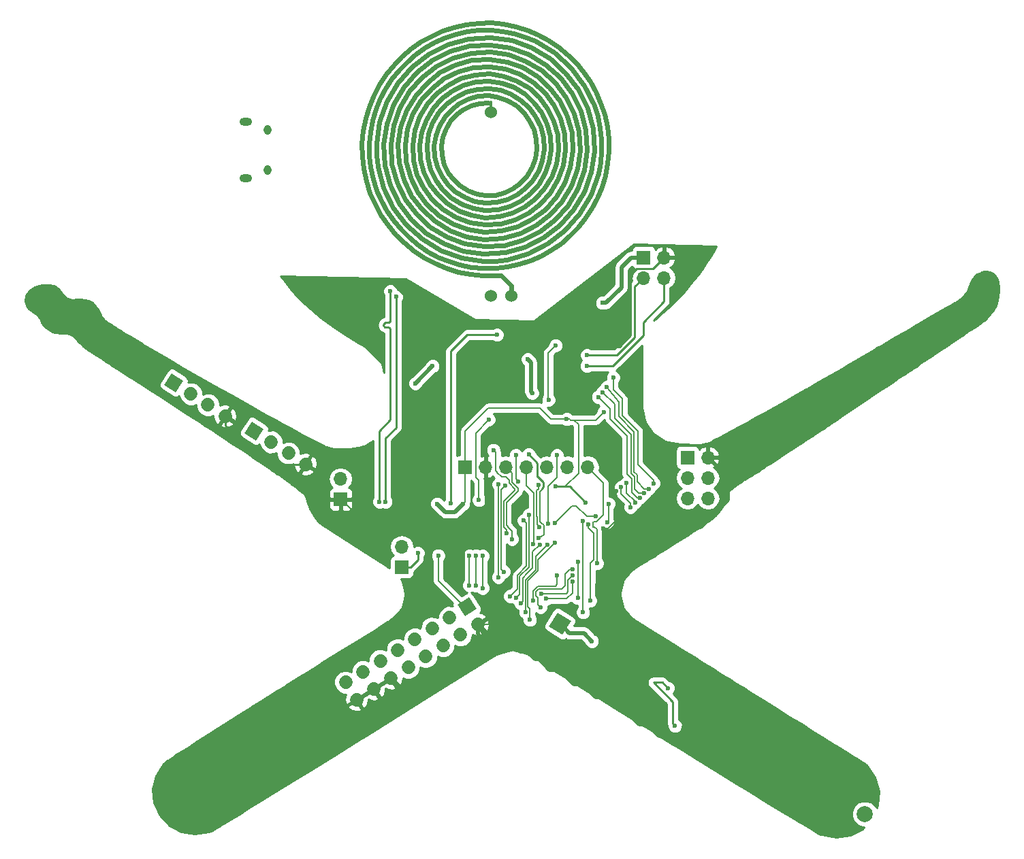
<source format=gbl>
G04 #@! TF.FileFunction,Copper,L2,Bot,Signal*
%FSLAX46Y46*%
G04 Gerber Fmt 4.6, Leading zero omitted, Abs format (unit mm)*
G04 Created by KiCad (PCBNEW 4.0.7-e2-6376~58~ubuntu16.04.1) date Sun Jan 14 11:27:02 2018*
%MOMM*%
%LPD*%
G01*
G04 APERTURE LIST*
%ADD10C,0.100000*%
%ADD11C,0.600000*%
%ADD12C,0.300000*%
%ADD13C,0.595824*%
%ADD14C,1.700000*%
%ADD15C,2.000000*%
%ADD16C,1.524000*%
%ADD17R,1.700000X1.700000*%
%ADD18O,1.700000X1.700000*%
%ADD19O,0.950000X1.250000*%
%ADD20O,1.550000X1.000000*%
%ADD21C,0.600000*%
%ADD22C,0.500000*%
%ADD23C,0.250000*%
%ADD24C,0.152400*%
%ADD25C,0.254000*%
G04 APERTURE END LIST*
D10*
D11*
X144700000Y-91140000D02*
X145970000Y-91140000D01*
X145970000Y-91140000D02*
X147240000Y-92410000D01*
X147240000Y-92410000D02*
X147240000Y-93680000D01*
D12*
X144700000Y-70820000D02*
X144700000Y-69550000D01*
D13*
X144387116Y-69644983D02*
X143263559Y-69698515D01*
X143263559Y-69698515D02*
X142202029Y-69976263D01*
X142202029Y-69976263D02*
X141226938Y-70454248D01*
X141226938Y-70454248D02*
X140362698Y-71108430D01*
X140362698Y-71108430D02*
X139633719Y-71914832D01*
X139633719Y-71914832D02*
X139064414Y-72849474D01*
X139064414Y-72849474D02*
X138679196Y-73888317D01*
X138679196Y-73888317D02*
X138502475Y-75007382D01*
X138502475Y-75007382D02*
X138558720Y-76187641D01*
X138558720Y-76187641D02*
X138845610Y-77302642D01*
X138845610Y-77302642D02*
X139338459Y-78326723D01*
X139338459Y-78326723D02*
X140012583Y-79234233D01*
X140012583Y-79234233D02*
X140843296Y-79999509D01*
X140843296Y-79999509D02*
X141805913Y-80596892D01*
X141805913Y-80596892D02*
X142875748Y-81000724D01*
X142875748Y-81000724D02*
X144028117Y-81185349D01*
X144028117Y-81185349D02*
X145241352Y-81125262D01*
X145241352Y-81125262D02*
X146387409Y-80823411D01*
X146387409Y-80823411D02*
X147439899Y-80305674D01*
X147439899Y-80305674D02*
X148372432Y-79597923D01*
X148372432Y-79597923D02*
X149158620Y-78726033D01*
X149158620Y-78726033D02*
X149772072Y-77715876D01*
X149772072Y-77715876D02*
X150186400Y-76593327D01*
X150186400Y-76593327D02*
X150375215Y-75384259D01*
X150375215Y-75384259D02*
X150312494Y-74113416D01*
X150312494Y-74113416D02*
X150001754Y-72913030D01*
X150001754Y-72913030D02*
X149469537Y-71810752D01*
X149469537Y-71810752D02*
X148742387Y-70834278D01*
X148742387Y-70834278D02*
X147846845Y-70011210D01*
X147846845Y-70011210D02*
X146809455Y-69369215D01*
X146809455Y-69369215D02*
X145656757Y-68935988D01*
X145656757Y-68935988D02*
X144415295Y-68739133D01*
X144415295Y-68739133D02*
X143112383Y-68805767D01*
X143112383Y-68805767D02*
X141881798Y-69131685D01*
X141881798Y-69131685D02*
X140751908Y-69689192D01*
X140751908Y-69689192D02*
X139751079Y-70450531D01*
X139751079Y-70450531D02*
X138907681Y-71387915D01*
X138907681Y-71387915D02*
X138250081Y-72473588D01*
X138250081Y-72473588D02*
X137806645Y-73679853D01*
X137806645Y-73679853D02*
X137605742Y-74978919D01*
X137605742Y-74978919D02*
X137674934Y-76340353D01*
X137674934Y-76340353D02*
X138009521Y-77626126D01*
X138009521Y-77626126D02*
X138581104Y-78806582D01*
X138581104Y-78806582D02*
X139361282Y-79852067D01*
X139361282Y-79852067D02*
X140321655Y-80732923D01*
X140321655Y-80732923D02*
X141433822Y-81419500D01*
X141433822Y-81419500D02*
X142669383Y-81882138D01*
X142669383Y-81882138D02*
X143999938Y-82091186D01*
X143999938Y-82091186D02*
X145392529Y-82018026D01*
X145392529Y-82018026D02*
X146707644Y-81667995D01*
X146707644Y-81667995D02*
X147914937Y-81070727D01*
X147914937Y-81070727D02*
X148984061Y-80255844D01*
X148984061Y-80255844D02*
X149884671Y-79252974D01*
X149884671Y-79252974D02*
X150586419Y-78091747D01*
X150586419Y-78091747D02*
X151058960Y-76801788D01*
X151058960Y-76801788D02*
X151271947Y-75412725D01*
X151271947Y-75412725D02*
X151196288Y-73960709D01*
X151196288Y-73960709D02*
X150837855Y-72589549D01*
X150837855Y-72589549D02*
X150226906Y-71330909D01*
X150226906Y-71330909D02*
X149393700Y-70216413D01*
X149393700Y-70216413D02*
X148368495Y-69277780D01*
X148368495Y-69277780D02*
X147181550Y-68546605D01*
X147181550Y-68546605D02*
X145863124Y-68054574D01*
X145863124Y-68054574D02*
X144443474Y-67833314D01*
X144443474Y-67833314D02*
X142961205Y-67913019D01*
X142961205Y-67913019D02*
X141561560Y-68287107D01*
X141561560Y-68287107D02*
X140276863Y-68924166D01*
X140276863Y-68924166D02*
X139139441Y-69792601D01*
X139139441Y-69792601D02*
X138181619Y-70860968D01*
X138181619Y-70860968D02*
X137435723Y-72097732D01*
X137435723Y-72097732D02*
X136934078Y-73471390D01*
X136934078Y-73471390D02*
X136709010Y-74950453D01*
X136709010Y-74950453D02*
X136791132Y-76493066D01*
X136791132Y-76493066D02*
X137173409Y-77949615D01*
X137173409Y-77949615D02*
X137823724Y-79286453D01*
X137823724Y-79286453D02*
X138709959Y-80469919D01*
X138709959Y-80469919D02*
X139799998Y-81466363D01*
X139799998Y-81466363D02*
X141061722Y-82242131D01*
X141061722Y-82242131D02*
X142463015Y-82763567D01*
X142463015Y-82763567D02*
X143971759Y-82997023D01*
X143971759Y-82997023D02*
X145543707Y-82910804D01*
X145543707Y-82910804D02*
X147027884Y-82512603D01*
X147027884Y-82512603D02*
X148389985Y-81835802D01*
X148389985Y-81835802D02*
X149595706Y-80913786D01*
X149595706Y-80913786D02*
X150610741Y-79779931D01*
X150610741Y-79779931D02*
X151400785Y-78467626D01*
X151400785Y-78467626D02*
X151931533Y-77010251D01*
X151931533Y-77010251D02*
X152168680Y-75441188D01*
X152168680Y-75441188D02*
X152080097Y-73808002D01*
X152080097Y-73808002D02*
X151673977Y-72266038D01*
X151673977Y-72266038D02*
X150984296Y-70851035D01*
X150984296Y-70851035D02*
X150045031Y-69598549D01*
X150045031Y-69598549D02*
X148890158Y-68544319D01*
X148890158Y-68544319D02*
X147553653Y-67723964D01*
X147553653Y-67723964D02*
X146069492Y-67173129D01*
X146069492Y-67173129D02*
X144471653Y-66927465D01*
X144471653Y-66927465D02*
X142810028Y-67020210D01*
X142810028Y-67020210D02*
X141241319Y-67442499D01*
X141241319Y-67442499D02*
X139801811Y-68159049D01*
X139801811Y-68159049D02*
X138527791Y-69134641D01*
X138527791Y-69134641D02*
X137455542Y-70333990D01*
X137455542Y-70333990D02*
X136621350Y-71721846D01*
X136621350Y-71721846D02*
X136061500Y-73262927D01*
X136061500Y-73262927D02*
X135812277Y-74921986D01*
X135812277Y-74921986D02*
X135907318Y-76645778D01*
X135907318Y-76645778D02*
X136337280Y-78273108D01*
X136337280Y-78273108D02*
X137066326Y-79766330D01*
X137066326Y-79766330D02*
X138058622Y-81087780D01*
X138058622Y-81087780D02*
X139278331Y-82199814D01*
X139278331Y-82199814D02*
X140689617Y-83064775D01*
X140689617Y-83064775D02*
X142256646Y-83645008D01*
X142256646Y-83645008D02*
X143943581Y-83902860D01*
X143943581Y-83902860D02*
X145694885Y-83803592D01*
X145694885Y-83803592D02*
X147348127Y-83357224D01*
X147348127Y-83357224D02*
X148865041Y-82600894D01*
X148865041Y-82600894D02*
X150207362Y-81571740D01*
X150207362Y-81571740D02*
X151336825Y-80306899D01*
X151336825Y-80306899D02*
X152215164Y-78843512D01*
X152215164Y-78843512D02*
X152804115Y-77218717D01*
X152804115Y-77218717D02*
X153065412Y-75469655D01*
X153065412Y-75469655D02*
X152963915Y-73655265D01*
X152963915Y-73655265D02*
X152510113Y-71942558D01*
X152510113Y-71942558D02*
X151741701Y-70371131D01*
X151741701Y-70371131D02*
X150696375Y-68980685D01*
X150696375Y-68980685D02*
X149411829Y-67810859D01*
X149411829Y-67810859D02*
X147925761Y-66901323D01*
X147925761Y-66901323D02*
X146275863Y-66291685D01*
X146275863Y-66291685D02*
X144499832Y-66021645D01*
X144499832Y-66021645D02*
X142658849Y-66127431D01*
X142658849Y-66127431D02*
X140921073Y-66597890D01*
X140921073Y-66597890D02*
X139326752Y-67393963D01*
X139326752Y-67393963D02*
X137916130Y-68476680D01*
X137916130Y-68476680D02*
X136729453Y-69807012D01*
X136729453Y-69807012D02*
X135806966Y-71345960D01*
X135806966Y-71345960D02*
X135188914Y-73054463D01*
X135188914Y-73054463D02*
X134915545Y-74893523D01*
X134915545Y-74893523D02*
X135023497Y-76798491D01*
X135023497Y-76798491D02*
X135501140Y-78596607D01*
X135501140Y-78596607D02*
X136308917Y-80246213D01*
X136308917Y-80246213D02*
X137407274Y-81705654D01*
X137407274Y-81705654D02*
X138756656Y-82933278D01*
X138756656Y-82933278D02*
X140317508Y-83887431D01*
X140317508Y-83887431D02*
X142050275Y-84526456D01*
X142050275Y-84526456D02*
X143915402Y-84808698D01*
X143915402Y-84808698D02*
X145846064Y-84696389D01*
X145846064Y-84696389D02*
X147668373Y-84201857D01*
X147668373Y-84201857D02*
X149340102Y-83365996D01*
X149340102Y-83365996D02*
X150819026Y-82229700D01*
X150819026Y-82229700D02*
X152062918Y-80833871D01*
X152062918Y-80833871D02*
X153029553Y-79219398D01*
X153029553Y-79219398D02*
X153676704Y-77427184D01*
X153676704Y-77427184D02*
X153962145Y-75498118D01*
X153962145Y-75498118D02*
X153847739Y-73502559D01*
X153847739Y-73502559D02*
X153346258Y-71619046D01*
X153346258Y-71619046D02*
X152499115Y-69891257D01*
X152499115Y-69891257D02*
X151347726Y-68362821D01*
X151347726Y-68362821D02*
X149933507Y-67077398D01*
X149933507Y-67077398D02*
X148297871Y-66078651D01*
X148297871Y-66078651D02*
X146482234Y-65410240D01*
X146482234Y-65410240D02*
X144528011Y-65115796D01*
X144528011Y-65115796D02*
X142507670Y-65234622D01*
X142507670Y-65234622D02*
X140600827Y-65753251D01*
X140600827Y-65753251D02*
X138851689Y-66628876D01*
X138851689Y-66628876D02*
X137304463Y-67818720D01*
X137304463Y-67818720D02*
X136003355Y-69280065D01*
X136003355Y-69280065D02*
X134992573Y-70970074D01*
X134992573Y-70970074D02*
X134316323Y-72846000D01*
X134316323Y-72846000D02*
X134018812Y-74865056D01*
X134018812Y-74865056D02*
X134139670Y-76951207D01*
X134139670Y-76951207D02*
X134664990Y-78920106D01*
X134664990Y-78920106D02*
X135551498Y-80726102D01*
X135551498Y-80726102D02*
X136755918Y-82323533D01*
X136755918Y-82323533D02*
X138234976Y-83666750D01*
X138234976Y-83666750D02*
X139945396Y-84710094D01*
X139945396Y-84710094D02*
X141843903Y-85407906D01*
X141843903Y-85407906D02*
X143887223Y-85714535D01*
X143887223Y-85714535D02*
X145997243Y-85589192D01*
X145997243Y-85589192D02*
X147988620Y-85046499D01*
X147988620Y-85046499D02*
X149815167Y-84131107D01*
X149815167Y-84131107D02*
X151430696Y-82887673D01*
X151430696Y-82887673D02*
X152789019Y-81360848D01*
X152789019Y-81360848D02*
X153843949Y-79595290D01*
X153843949Y-79595290D02*
X154549298Y-77635653D01*
X154549298Y-77635653D02*
X154858878Y-75526585D01*
X154858878Y-75526585D02*
X154731569Y-73349852D01*
X154731569Y-73349852D02*
X154182410Y-71295566D01*
X154182410Y-71295566D02*
X153256537Y-69411353D01*
X153256537Y-69411353D02*
X151999085Y-67744926D01*
X151999085Y-67744926D02*
X150455190Y-66343907D01*
X150455190Y-66343907D02*
X148669985Y-65255980D01*
X148669985Y-65255980D02*
X146688607Y-64528766D01*
X146688607Y-64528766D02*
X144556190Y-64209946D01*
X144556190Y-64209946D02*
X142356491Y-64341813D01*
X142356491Y-64341813D02*
X140280579Y-64908582D01*
X140280579Y-64908582D02*
X138376622Y-65863729D01*
X138376622Y-65863729D02*
X136692790Y-67160759D01*
X136692790Y-67160759D02*
X135277251Y-68753057D01*
X135277251Y-68753057D02*
X134178174Y-70594188D01*
X134178174Y-70594188D02*
X133443727Y-72637537D01*
X133443727Y-72637537D02*
X133122079Y-74836593D01*
X133122079Y-74836593D02*
X133255838Y-77103922D01*
X133255838Y-77103922D02*
X133828834Y-79243605D01*
X133828834Y-79243605D02*
X134794072Y-81205991D01*
X134794072Y-81205991D02*
X136104556Y-82941419D01*
X136104556Y-82941419D02*
X137713291Y-84400229D01*
X137713291Y-84400229D02*
X139573281Y-85532762D01*
X139573281Y-85532762D02*
X141637530Y-86289363D01*
X141637530Y-86289363D02*
X143859044Y-86620372D01*
X143859044Y-86620372D02*
X146148422Y-86481998D01*
X146148422Y-86481998D02*
X148308869Y-85891144D01*
X148308869Y-85891144D02*
X150290235Y-84896224D01*
X150290235Y-84896224D02*
X152042371Y-83545648D01*
X152042371Y-83545648D02*
X153515126Y-81887832D01*
X153515126Y-81887832D02*
X154658351Y-79971182D01*
X154658351Y-79971182D02*
X155421895Y-77844119D01*
X155421895Y-77844119D02*
X155755610Y-75555048D01*
X155755610Y-75555048D02*
X155615402Y-73197146D01*
X155615402Y-73197146D02*
X155018568Y-70972055D01*
X155018568Y-70972055D02*
X154013965Y-68931479D01*
X154013965Y-68931479D02*
X152650449Y-67127062D01*
X152650449Y-67127062D02*
X150976875Y-65610447D01*
X150976875Y-65610447D02*
X149042100Y-64433309D01*
X149042100Y-64433309D02*
X146894979Y-63647321D01*
X146894979Y-63647321D02*
X144584369Y-63304127D01*
X144584369Y-63304127D02*
X142205311Y-63449004D01*
X142205311Y-63449004D02*
X139960329Y-64063943D01*
X139960329Y-64063943D02*
X137901553Y-65098642D01*
X137901553Y-65098642D02*
X136081113Y-66502769D01*
X136081113Y-66502769D02*
X134551142Y-68226079D01*
X134551142Y-68226079D02*
X133363770Y-70218272D01*
X133363770Y-70218272D02*
X132571128Y-72429043D01*
X132571128Y-72429043D02*
X132225347Y-74808121D01*
X132225347Y-74808121D02*
X132372004Y-77256629D01*
X132372004Y-77256629D02*
X132992674Y-79567104D01*
X132992674Y-79567104D02*
X134036642Y-81685883D01*
X134036642Y-81685883D02*
X135453190Y-83559304D01*
X135453190Y-83559304D02*
X137191604Y-85133711D01*
X137191604Y-85133711D02*
X139201164Y-86355436D01*
X139201164Y-86355436D02*
X141431157Y-87170823D01*
X141431157Y-87170823D02*
X143830865Y-87526210D01*
X143830865Y-87526210D02*
X146299601Y-87374807D01*
X146299601Y-87374807D02*
X148629119Y-86735795D01*
X148629119Y-86735795D02*
X150765306Y-85661347D01*
X150765306Y-85661347D02*
X152654049Y-84203630D01*
X152654049Y-84203630D02*
X154241237Y-82414816D01*
X154241237Y-82414816D02*
X155472757Y-80347077D01*
X155472757Y-80347077D02*
X156294496Y-78052589D01*
X156294496Y-78052589D02*
X156652343Y-75583514D01*
X156652343Y-75583514D02*
X156499238Y-73044409D01*
X156499238Y-73044409D02*
X155854731Y-70648543D01*
X155854731Y-70648543D02*
X154771398Y-68451574D01*
X154771398Y-68451574D02*
X153301817Y-66509167D01*
X153301817Y-66509167D02*
X151498564Y-64876956D01*
X151498564Y-64876956D02*
X149414217Y-63610637D01*
X149414217Y-63610637D02*
X147101353Y-62765846D01*
X147101353Y-62765846D02*
X144612548Y-62398278D01*
X144612548Y-62398278D02*
X142054132Y-62556195D01*
X142054132Y-62556195D02*
X139640078Y-63219274D01*
X139640078Y-63219274D02*
X137426481Y-64333495D01*
X137426481Y-64333495D02*
X135469433Y-65844778D01*
X135469433Y-65844778D02*
X133825029Y-67699102D01*
X133825029Y-67699102D02*
X132549362Y-69842386D01*
X132549362Y-69842386D02*
X131698526Y-72220580D01*
X131698526Y-72220580D02*
X131328614Y-74779663D01*
X131328614Y-74779663D02*
X131488166Y-77409351D01*
X131488166Y-77409351D02*
X132156509Y-79890609D01*
X132156509Y-79890609D02*
X133279207Y-82165781D01*
X133279207Y-82165781D02*
X134801821Y-84177199D01*
X134801821Y-84177199D02*
X136669913Y-85867199D01*
X136669913Y-85867199D02*
X138829047Y-87178114D01*
X138829047Y-87178114D02*
X141224784Y-88052286D01*
X141224784Y-88052286D02*
X143802686Y-88432047D01*
X143802686Y-88432047D02*
X146450781Y-88267619D01*
X146450781Y-88267619D02*
X148949371Y-87580449D01*
X148949371Y-87580449D02*
X151240379Y-86426473D01*
X151240379Y-86426473D02*
X153265731Y-84861612D01*
X153265731Y-84861612D02*
X154967352Y-82941803D01*
X154967352Y-82941803D02*
X156287166Y-80722976D01*
X156287166Y-80722976D02*
X157167099Y-78261058D01*
X157167099Y-78261058D02*
X157549075Y-75611981D01*
X157549075Y-75611981D02*
X157383077Y-72891702D01*
X157383077Y-72891702D02*
X156690897Y-70325063D01*
X156690897Y-70325063D02*
X155528835Y-67971670D01*
X155528835Y-67971670D02*
X153953188Y-65891272D01*
X153953188Y-65891272D02*
X152020256Y-64143465D01*
X152020256Y-64143465D02*
X149786336Y-62787966D01*
X149786336Y-62787966D02*
X147307726Y-61884402D01*
X147307726Y-61884402D02*
X144640727Y-61492459D01*
X144640727Y-61492459D02*
X141902952Y-61663416D01*
X141902952Y-61663416D02*
X139319826Y-62374665D01*
X139319826Y-62374665D02*
X136951407Y-63568378D01*
X136951407Y-63568378D02*
X134857750Y-65186817D01*
X134857750Y-65186817D02*
X133098913Y-67172124D01*
X133098913Y-67172124D02*
X131734951Y-69466500D01*
X131734951Y-69466500D02*
X130825922Y-72012116D01*
X130825922Y-72012116D02*
X130431882Y-74751206D01*
X130431882Y-74751206D02*
X130446523Y-76172636D01*
X130446523Y-76172636D02*
X130604326Y-77562069D01*
X130604326Y-77562069D02*
X131320342Y-80214117D01*
X131320342Y-80214117D02*
X132521769Y-82645679D01*
X132521769Y-82645679D02*
X134150449Y-84795094D01*
X134150449Y-84795094D02*
X136148221Y-86600687D01*
X136148221Y-86600687D02*
X138456928Y-88000794D01*
X138456928Y-88000794D02*
X141018410Y-88933748D01*
X141018410Y-88933748D02*
X143774507Y-89337881D01*
X143774507Y-89337881D02*
X145204331Y-89322624D01*
X145204331Y-89322624D02*
X146601961Y-89160429D01*
X146601961Y-89160429D02*
X149269623Y-88425106D01*
X149269623Y-88425106D02*
X151715453Y-87191599D01*
X151715453Y-87191599D02*
X153877415Y-85519597D01*
X153877415Y-85519597D02*
X155693469Y-83468792D01*
X155693469Y-83468792D02*
X157101579Y-81098871D01*
X157101579Y-81098871D02*
X158039704Y-78469525D01*
X158039704Y-78469525D02*
X158313136Y-77076221D01*
X158313136Y-77076221D02*
X158445808Y-75640444D01*
X158445808Y-75640444D02*
X158430235Y-74173201D01*
X158430235Y-74173201D02*
X158266918Y-72738996D01*
X158266918Y-72738996D02*
X157963361Y-71345789D01*
X157963361Y-71345789D02*
X157527067Y-70001552D01*
X157527067Y-70001552D02*
X156286274Y-67491796D01*
X156286274Y-67491796D02*
X154604562Y-65273377D01*
X154604562Y-65273377D02*
X152541949Y-63409974D01*
X152541949Y-63409974D02*
X150158455Y-61965264D01*
X150158455Y-61965264D02*
X148865134Y-61419827D01*
X148865134Y-61419827D02*
X147514101Y-61002927D01*
X147514101Y-61002927D02*
X146112857Y-60722536D01*
X146112857Y-60722536D02*
X144668906Y-60586609D01*
X144668906Y-60586609D02*
X143193723Y-60602864D01*
X143193723Y-60602864D02*
X141751773Y-60770576D01*
X141751773Y-60770576D02*
X140351056Y-61082197D01*
X140351056Y-61082197D02*
X138999575Y-61529965D01*
X138999575Y-61529965D02*
X137705333Y-62106229D01*
X137705333Y-62106229D02*
X136476333Y-62803261D01*
X136476333Y-62803261D02*
X135320576Y-63613349D01*
X135320576Y-63613349D02*
X134246066Y-64528826D01*
X134246066Y-64528826D02*
X133260805Y-65541977D01*
X133260805Y-65541977D02*
X132372794Y-66645116D01*
X132372794Y-66645116D02*
X131590038Y-67830557D01*
X131590038Y-67830557D02*
X130920538Y-69090584D01*
X130920538Y-69090584D02*
X130372296Y-70417515D01*
X130372296Y-70417515D02*
X129953316Y-71803653D01*
X129953316Y-71803653D02*
X129671599Y-73241283D01*
X129671599Y-73241283D02*
X129535149Y-74722718D01*
X129535149Y-74722718D02*
X129551655Y-76235791D01*
X129551655Y-76235791D02*
X129720484Y-77714770D01*
X129720484Y-77714770D02*
X130033901Y-79151446D01*
X130033901Y-79151446D02*
X130484171Y-80537610D01*
X130484171Y-80537610D02*
X131063558Y-81865057D01*
X131063558Y-81865057D02*
X131764327Y-83125575D01*
X131764327Y-83125575D02*
X132578744Y-84310952D01*
X132578744Y-84310952D02*
X133499073Y-85412985D01*
X133499073Y-85412985D02*
X134517579Y-86423463D01*
X134517579Y-86423463D02*
X135626527Y-87334178D01*
X135626527Y-87334178D02*
X136818182Y-88136918D01*
X136818182Y-88136918D02*
X138084808Y-88823478D01*
X138084808Y-88823478D02*
X139418671Y-89385645D01*
X139418671Y-89385645D02*
X140812035Y-89815214D01*
X140812035Y-89815214D02*
X142257166Y-90103975D01*
X142257166Y-90103975D02*
X143746328Y-90243719D01*
X143746328Y-90243719D02*
X145266869Y-90226575D01*
X145266869Y-90226575D02*
X146753141Y-90053247D01*
X146753141Y-90053247D02*
X148196893Y-89731667D01*
X148196893Y-89731667D02*
X149589875Y-89269767D01*
X149589875Y-89269767D02*
X150923837Y-88675478D01*
X150923837Y-88675478D02*
X152190529Y-87956731D01*
X152190529Y-87956731D02*
X153381700Y-87121457D01*
X153381700Y-87121457D02*
X154489100Y-86177584D01*
X154489100Y-86177584D02*
X155504480Y-85133051D01*
X155504480Y-85133051D02*
X156419589Y-83995782D01*
X156419589Y-83995782D02*
X157226177Y-82773711D01*
X157226177Y-82773711D02*
X157915993Y-81474769D01*
X157915993Y-81474769D02*
X158480787Y-80106888D01*
X158480787Y-80106888D02*
X158912310Y-78677997D01*
X158912310Y-78677997D02*
X159202311Y-77196026D01*
X159202311Y-77196026D02*
X159342539Y-75668911D01*
X159342539Y-75668911D02*
X159325096Y-74110026D01*
X159325096Y-74110026D02*
X159150758Y-72586289D01*
X159150758Y-72586289D02*
X158827482Y-71106137D01*
X158827482Y-71106137D02*
X158363236Y-69678041D01*
X158363236Y-69678041D02*
X157765992Y-68310484D01*
X157765992Y-68310484D02*
X157043715Y-67011892D01*
X157043715Y-67011892D02*
X156204374Y-65790739D01*
X156204374Y-65790739D02*
X155255937Y-64655483D01*
X155255937Y-64655483D02*
X154206370Y-63614579D01*
X154206370Y-63614579D02*
X153063643Y-62676483D01*
X153063643Y-62676483D02*
X151835721Y-61849679D01*
X151835721Y-61849679D02*
X150530574Y-61142593D01*
X150530574Y-61142593D02*
X149156170Y-60563697D01*
X149156170Y-60563697D02*
X147720475Y-60121452D01*
X147720475Y-60121452D02*
X146231457Y-59824326D01*
X146231457Y-59824326D02*
X144697084Y-59680760D01*
X144697084Y-59680760D02*
X143131185Y-59698835D01*
X143131185Y-59698835D02*
X141600592Y-59877737D01*
X141600592Y-59877737D02*
X140113806Y-60209272D01*
X140113806Y-60209272D02*
X138679322Y-60685296D01*
X138679322Y-60685296D02*
X137305640Y-61297626D01*
X137305640Y-61297626D02*
X136001257Y-62038083D01*
X136001257Y-62038083D02*
X134774671Y-62898550D01*
X134774671Y-62898550D02*
X133634380Y-63870805D01*
X133634380Y-63870805D02*
X132588881Y-64946720D01*
X132588881Y-64946720D02*
X131646673Y-66118108D01*
X131646673Y-66118108D02*
X130816255Y-67376821D01*
X130816255Y-67376821D02*
X130106122Y-68714667D01*
X130106122Y-68714667D02*
X129524774Y-70123516D01*
X129524774Y-70123516D02*
X129080709Y-71595159D01*
X129080709Y-71595159D02*
X128782424Y-73121471D01*
X128782424Y-73121471D02*
X128638416Y-74694261D01*
X128638416Y-74694261D02*
X128656787Y-76298971D01*
X128656787Y-76298971D02*
X128836642Y-77867489D01*
X128836642Y-77867489D02*
X129169779Y-79391108D01*
X129169779Y-79391108D02*
X129647999Y-80861118D01*
X129647999Y-80861118D02*
X130263101Y-82268811D01*
X130263101Y-82268811D02*
X131006884Y-83605476D01*
X131006884Y-83605476D02*
X131871150Y-84862402D01*
X131871150Y-84862402D02*
X132847697Y-86030883D01*
X132847697Y-86030883D02*
X133928324Y-87102210D01*
X133928324Y-87102210D02*
X135104832Y-88067672D01*
X135104832Y-88067672D02*
X136369020Y-88918559D01*
X136369020Y-88918559D02*
X137712688Y-89646161D01*
X137712688Y-89646161D02*
X139127635Y-90241772D01*
X139127635Y-90241772D02*
X140605661Y-90696680D01*
X140605661Y-90696680D02*
X142138566Y-91002178D01*
X142138566Y-91002178D02*
X143718149Y-91149556D01*
X143718149Y-91149556D02*
X143817219Y-91153303D01*
X143817219Y-91153303D02*
X143916309Y-91156411D01*
X143916309Y-91156411D02*
X144015418Y-91158849D01*
X144015418Y-91158849D02*
X144114539Y-91160677D01*
X144114539Y-91160677D02*
X144213670Y-91161896D01*
X144213670Y-91161896D02*
X144312807Y-91162505D01*
X144312807Y-91162505D02*
X144411945Y-91162471D01*
X144411945Y-91162471D02*
X144511081Y-91161862D01*
D10*
G36*
X140535328Y-132114390D02*
X141977010Y-131213528D01*
X142877872Y-132655210D01*
X141436190Y-133556072D01*
X140535328Y-132114390D01*
X140535328Y-132114390D01*
G37*
D14*
X143052595Y-134538842D02*
X143052595Y-134538842D01*
X139552558Y-133730795D02*
X139552558Y-133730795D01*
X140898553Y-135884837D02*
X140898553Y-135884837D01*
X137398516Y-135076790D02*
X137398516Y-135076790D01*
X138744511Y-137230832D02*
X138744511Y-137230832D01*
X135244474Y-136422785D02*
X135244474Y-136422785D01*
X136590468Y-138576827D02*
X136590468Y-138576827D01*
X133090431Y-137768780D02*
X133090431Y-137768780D01*
X134436426Y-139922822D02*
X134436426Y-139922822D01*
X130936389Y-139114775D02*
X130936389Y-139114775D01*
X132282384Y-141268817D02*
X132282384Y-141268817D01*
X128782347Y-140460770D02*
X128782347Y-140460770D01*
X130128342Y-142614812D02*
X130128342Y-142614812D01*
X126628305Y-141806765D02*
X126628305Y-141806765D01*
X127974300Y-143960807D02*
X127974300Y-143960807D01*
D10*
G36*
X151911033Y-134811129D02*
X152970871Y-133115033D01*
X154666967Y-134174871D01*
X153607129Y-135870967D01*
X151911033Y-134811129D01*
X151911033Y-134811129D01*
G37*
D15*
X191196750Y-158180391D03*
D16*
X144700000Y-70820000D03*
X144700000Y-93680000D03*
X147240000Y-93680000D03*
D17*
X141500000Y-115000000D03*
D18*
X144040000Y-115000000D03*
X146580000Y-115000000D03*
X149120000Y-115000000D03*
X151660000Y-115000000D03*
X154200000Y-115000000D03*
X156740000Y-115000000D03*
D10*
G36*
X105499927Y-105675813D02*
X104074187Y-104749927D01*
X105000073Y-103324187D01*
X106425813Y-104250073D01*
X105499927Y-105675813D01*
X105499927Y-105675813D01*
G37*
D14*
X107380223Y-105883383D02*
X107380223Y-105883383D01*
X109510446Y-107266766D02*
X109510446Y-107266766D01*
X111640670Y-108650149D02*
X111640670Y-108650149D01*
D10*
G36*
X115499927Y-111675813D02*
X114074187Y-110749927D01*
X115000073Y-109324187D01*
X116425813Y-110250073D01*
X115499927Y-111675813D01*
X115499927Y-111675813D01*
G37*
D14*
X117380223Y-111883383D02*
X117380223Y-111883383D01*
X119510446Y-113266766D02*
X119510446Y-113266766D01*
X121640670Y-114650149D02*
X121640670Y-114650149D01*
D19*
X116950000Y-73000000D03*
X116950000Y-78000000D03*
D20*
X114250000Y-72000000D03*
X114250000Y-79000000D03*
D17*
X126000000Y-119000000D03*
D18*
X126000000Y-116460000D03*
D17*
X133600000Y-127440000D03*
D18*
X133600000Y-124900000D03*
D17*
X163677600Y-88900000D03*
D18*
X166217600Y-88900000D03*
X163677600Y-91440000D03*
X166217600Y-91440000D03*
D17*
X169138600Y-113792000D03*
D18*
X171678600Y-113792000D03*
X169138600Y-116332000D03*
X171678600Y-116332000D03*
X169138600Y-118872000D03*
X171678600Y-118872000D03*
D21*
X157251400Y-136652000D03*
X166700000Y-142500000D03*
X167591942Y-147208058D03*
X132207000Y-92024200D03*
X158623000Y-122631200D03*
X160299400Y-117957600D03*
X143103600Y-121691400D03*
X141249400Y-128295400D03*
X141325600Y-124739400D03*
X145567400Y-131013200D03*
X158148200Y-99898200D03*
X172900000Y-151500000D03*
X172250000Y-142100000D03*
X159308800Y-119557800D03*
X159181800Y-121869200D03*
X137998200Y-119557800D03*
X149834600Y-105791000D03*
X149275800Y-101574600D03*
X137439400Y-102438200D03*
X135305800Y-104571800D03*
X138150600Y-126009400D03*
X141249400Y-119557800D03*
X158724600Y-108178600D03*
X154127200Y-109042200D03*
X158546800Y-94564200D03*
X135600000Y-125700000D03*
X156500000Y-119400000D03*
X152747399Y-117375000D03*
X156794200Y-122097800D03*
X164896800Y-117017800D03*
X159918400Y-103835200D03*
X157048200Y-131622800D03*
X156159200Y-133070600D03*
X156108400Y-121742200D03*
X163195000Y-118821200D03*
X158038800Y-106273600D03*
X155500000Y-131300000D03*
X155524200Y-126746000D03*
X158572200Y-105664000D03*
X163753800Y-118262400D03*
X148793200Y-121640600D03*
X147066000Y-131064000D03*
X149402800Y-120980200D03*
X147828000Y-131241800D03*
X164312600Y-117703600D03*
X159080200Y-105029000D03*
X147320000Y-123952000D03*
X154863800Y-129235200D03*
X151587200Y-131394200D03*
X150876000Y-132435600D03*
X154863800Y-127711200D03*
X149961600Y-124587000D03*
X162052000Y-119989600D03*
X160900000Y-117500000D03*
X162610800Y-119380000D03*
X161575000Y-117000000D03*
X157886400Y-126974600D03*
X148107400Y-116763800D03*
X147800000Y-113500000D03*
X143200000Y-119100000D03*
X151866600Y-106629200D03*
X152755600Y-99847400D03*
X144449800Y-109093000D03*
X145643600Y-117144800D03*
X145618200Y-128701800D03*
X146278600Y-128016000D03*
X146456400Y-117271800D03*
X152654000Y-121945400D03*
X157700000Y-121125000D03*
X151841200Y-122072400D03*
X152900000Y-113500000D03*
X150700000Y-122500000D03*
X150616497Y-117197251D03*
X145000000Y-112875000D03*
X146600000Y-123200000D03*
X150596600Y-123825000D03*
X149400000Y-113400000D03*
X152679400Y-124409200D03*
X149555200Y-134010400D03*
X148996400Y-133045200D03*
X151688800Y-124637800D03*
X148386800Y-131927600D03*
X150774400Y-124663200D03*
X154863800Y-128473200D03*
X150926800Y-130733800D03*
X152933400Y-128473200D03*
X149910800Y-131572000D03*
X156641800Y-101066600D03*
X132200000Y-93100000D03*
X130800000Y-119300000D03*
X156616400Y-102412800D03*
X132900000Y-93800000D03*
X131600003Y-119300000D03*
X143687800Y-126060200D03*
X143662400Y-130048000D03*
X142824200Y-126009400D03*
X142798800Y-129717800D03*
X142011400Y-126034800D03*
X142011400Y-129717800D03*
X139700000Y-119532400D03*
X145465800Y-98526600D03*
D22*
X154457400Y-135661400D02*
X153289000Y-134493000D01*
X157251400Y-136652000D02*
X156260800Y-135661400D01*
X156260800Y-135661400D02*
X154457400Y-135661400D01*
D23*
X164900000Y-141800000D02*
X166000000Y-141800000D01*
X166000000Y-141800000D02*
X166700000Y-142500000D01*
X167291943Y-144191943D02*
X164900000Y-141800000D01*
X167591942Y-147208058D02*
X167291943Y-146908059D01*
X167291943Y-146908059D02*
X167291943Y-144191943D01*
D24*
X158148200Y-99898200D02*
X157124400Y-99898200D01*
X137160000Y-96977200D02*
X132207000Y-92024200D01*
X154203400Y-96977200D02*
X137160000Y-96977200D01*
X157124400Y-99898200D02*
X154203400Y-96977200D01*
X126000000Y-119000000D02*
X126061200Y-119000000D01*
X126061200Y-119000000D02*
X128752600Y-121691400D01*
X128752600Y-121691400D02*
X143103600Y-121691400D01*
X160299400Y-121640600D02*
X160274000Y-121640600D01*
X159283400Y-122631200D02*
X158623000Y-122631200D01*
X160274000Y-121640600D02*
X159283400Y-122631200D01*
X160401000Y-125171200D02*
X160401000Y-128143000D01*
X160299400Y-125069600D02*
X160401000Y-125171200D01*
X160299400Y-117957600D02*
X160299400Y-121640600D01*
X160299400Y-121640600D02*
X160299400Y-125069600D01*
X144040000Y-115000000D02*
X144040000Y-120755000D01*
X144040000Y-120755000D02*
X143103600Y-121691400D01*
D22*
X174117000Y-119049800D02*
X174117000Y-116230400D01*
X160401000Y-128143000D02*
X166116000Y-122428000D01*
X166116000Y-122428000D02*
X170738800Y-122428000D01*
X170738800Y-122428000D02*
X174117000Y-119049800D01*
X174117000Y-116230400D02*
X171678600Y-113792000D01*
X160375600Y-128168400D02*
X160401000Y-128143000D01*
X153212800Y-140208000D02*
X156083000Y-140208000D01*
X156083000Y-140208000D02*
X160375600Y-135915400D01*
X160375600Y-135915400D02*
X160375600Y-128168400D01*
X134239000Y-143408400D02*
X134239000Y-143225433D01*
X134239000Y-143225433D02*
X132282384Y-141268817D01*
X135813800Y-141833600D02*
X134239000Y-143408400D01*
X137541000Y-141833600D02*
X135813800Y-141833600D01*
X139801600Y-139573000D02*
X137541000Y-141833600D01*
X141427200Y-139573000D02*
X139801600Y-139573000D01*
X143179800Y-137820400D02*
X141427200Y-139573000D01*
X143179800Y-135868128D02*
X143179800Y-137820400D01*
X143052595Y-134538842D02*
X143052595Y-135740923D01*
X143052595Y-135740923D02*
X143179800Y-135868128D01*
D23*
X141249400Y-128295400D02*
X141325600Y-128219200D01*
X141325600Y-128219200D02*
X141325600Y-124739400D01*
D24*
X143052595Y-134538842D02*
X144353158Y-134538842D01*
X145567400Y-133324600D02*
X145567400Y-131013200D01*
X144353158Y-134538842D02*
X145567400Y-133324600D01*
D22*
X172900000Y-151500000D02*
X170829400Y-151500000D01*
X144987953Y-136474200D02*
X143052595Y-134538842D01*
X145288000Y-136474200D02*
X144987953Y-136474200D01*
X145364200Y-136398000D02*
X145288000Y-136474200D01*
X146812000Y-136398000D02*
X145364200Y-136398000D01*
X148336000Y-137922000D02*
X146812000Y-136398000D01*
X149174200Y-137922000D02*
X148336000Y-137922000D01*
X150164800Y-138912600D02*
X149174200Y-137922000D01*
X150698200Y-138912600D02*
X150164800Y-138912600D01*
X151993600Y-140208000D02*
X150698200Y-138912600D01*
X153212800Y-140208000D02*
X151993600Y-140208000D01*
X155016200Y-142011400D02*
X153212800Y-140208000D01*
X156108400Y-142011400D02*
X155016200Y-142011400D01*
X157708600Y-143611600D02*
X156108400Y-142011400D01*
X159613600Y-143611600D02*
X157708600Y-143611600D01*
X160705800Y-144703800D02*
X159613600Y-143611600D01*
X160807400Y-144703800D02*
X160705800Y-144703800D01*
X163144200Y-147040600D02*
X160807400Y-144703800D01*
X164185600Y-147040600D02*
X163144200Y-147040600D01*
X165608000Y-148463000D02*
X164185600Y-147040600D01*
X166827200Y-148463000D02*
X165608000Y-148463000D01*
X168198800Y-149834600D02*
X166827200Y-148463000D01*
X169164000Y-149834600D02*
X168198800Y-149834600D01*
X170829400Y-151500000D02*
X169164000Y-149834600D01*
X172900000Y-151500000D02*
X173800000Y-151500000D01*
X173800000Y-151500000D02*
X174500000Y-150800000D01*
X174500000Y-150800000D02*
X174500000Y-143613600D01*
X174500000Y-143613600D02*
X172986400Y-142100000D01*
X172986400Y-142100000D02*
X172250000Y-142100000D01*
D23*
X162846001Y-90264999D02*
X164852601Y-90264999D01*
X164852601Y-90264999D02*
X166217600Y-88900000D01*
X158148200Y-99898200D02*
X158572464Y-99898200D01*
X158572464Y-99898200D02*
X158699464Y-100025200D01*
X158699464Y-100025200D02*
X160655000Y-100025200D01*
X160655000Y-100025200D02*
X162052000Y-98628200D01*
X162052000Y-98628200D02*
X162052000Y-91059000D01*
X162052000Y-91059000D02*
X162846001Y-90264999D01*
X121640670Y-114650149D02*
X118050149Y-114650149D01*
X118050149Y-114650149D02*
X116200000Y-112800000D01*
X116200000Y-112800000D02*
X114588440Y-112800000D01*
X114588440Y-112800000D02*
X111640670Y-109852230D01*
X111640670Y-109852230D02*
X111640670Y-108650149D01*
X174500000Y-150800000D02*
X173800000Y-151500000D01*
X174500000Y-143900000D02*
X174500000Y-150800000D01*
X172700000Y-142100000D02*
X174500000Y-143900000D01*
X172250000Y-142100000D02*
X172700000Y-142100000D01*
D24*
X159308800Y-121742200D02*
X159308800Y-119557800D01*
X159181800Y-121869200D02*
X159308800Y-121742200D01*
D22*
X140208000Y-120599200D02*
X141249400Y-119557800D01*
X139039600Y-120599200D02*
X140208000Y-120599200D01*
X137998200Y-119557800D02*
X139039600Y-120599200D01*
X149834600Y-105791000D02*
X149656800Y-105613200D01*
X149656800Y-105613200D02*
X149656800Y-101955600D01*
X149656800Y-101955600D02*
X149275800Y-101574600D01*
X135305800Y-104571800D02*
X137439400Y-102438200D01*
D24*
X141706600Y-132384800D02*
X141376400Y-132384800D01*
X141376400Y-132384800D02*
X138150600Y-129159000D01*
X138150600Y-129159000D02*
X138150600Y-126009400D01*
X152747399Y-117375000D02*
X153947800Y-117375000D01*
X155575000Y-109677200D02*
X155041600Y-109143800D01*
X155575000Y-115747800D02*
X155575000Y-109677200D01*
X153947800Y-117375000D02*
X155575000Y-115747800D01*
X141500000Y-115000000D02*
X141500000Y-119307200D01*
X141500000Y-119307200D02*
X141249400Y-119557800D01*
X141500000Y-115000000D02*
X141500000Y-110493400D01*
X152171400Y-109042200D02*
X154127200Y-109042200D01*
X150749000Y-107619800D02*
X152171400Y-109042200D01*
X144373600Y-107619800D02*
X150749000Y-107619800D01*
X141500000Y-110493400D02*
X144373600Y-107619800D01*
X158724600Y-108178600D02*
X157759400Y-109143800D01*
X157759400Y-109143800D02*
X155041600Y-109143800D01*
X154533600Y-109042200D02*
X154127200Y-109042200D01*
X155041600Y-109143800D02*
X154635200Y-109143800D01*
X154635200Y-109143800D02*
X154533600Y-109042200D01*
D22*
X160909000Y-90093800D02*
X162102800Y-88900000D01*
X162102800Y-88900000D02*
X163677600Y-88900000D01*
X160909000Y-92626264D02*
X160909000Y-90093800D01*
X158546800Y-94564200D02*
X158971064Y-94564200D01*
X158971064Y-94564200D02*
X160909000Y-92626264D01*
D23*
X133600000Y-127440000D02*
X134700000Y-127440000D01*
X134700000Y-127440000D02*
X135600000Y-126540000D01*
X135600000Y-126540000D02*
X135600000Y-125700000D01*
X152747399Y-117375000D02*
X154475000Y-117375000D01*
X154475000Y-117375000D02*
X156500000Y-119400000D01*
D24*
X157073600Y-126949200D02*
X157073600Y-126923800D01*
X156794200Y-122555000D02*
X156794200Y-122097800D01*
X157505400Y-123266200D02*
X156794200Y-122555000D01*
X157505400Y-126492000D02*
X157505400Y-123266200D01*
X157073600Y-126923800D02*
X157505400Y-126492000D01*
X159918400Y-103835200D02*
X159918400Y-105359200D01*
X161061400Y-106502200D02*
X159918400Y-105359200D01*
X161916266Y-109465266D02*
X161061400Y-108610400D01*
X161929138Y-109465266D02*
X161916266Y-109465266D01*
X161061400Y-108610400D02*
X161061400Y-106502200D01*
X161950400Y-109524800D02*
X161929138Y-109465266D01*
X162966400Y-110540800D02*
X161950400Y-109524800D01*
X164896800Y-116593536D02*
X162966400Y-114663136D01*
X162966400Y-114663136D02*
X162966400Y-110540800D01*
X164896800Y-117017800D02*
X164896800Y-116593536D01*
X157073600Y-126949200D02*
X157073600Y-126949200D01*
X157073600Y-126949200D02*
X157048200Y-131622800D01*
X156974580Y-131549180D02*
X157048200Y-131622800D01*
X156133800Y-121767600D02*
X156159200Y-133070600D01*
X156108400Y-121742200D02*
X156133800Y-121767600D01*
X162864800Y-118821200D02*
X162204400Y-118160800D01*
X162204400Y-118160800D02*
X162204400Y-116484400D01*
X162204400Y-116484400D02*
X161600001Y-115880001D01*
X159500000Y-109000000D02*
X159500000Y-107797600D01*
X161600001Y-115880001D02*
X161600001Y-111100001D01*
X161600001Y-111100001D02*
X159500000Y-109000000D01*
X163195000Y-118821200D02*
X162864800Y-118821200D01*
X159500000Y-107734800D02*
X158038800Y-106273600D01*
X159500000Y-107797600D02*
X159500000Y-107734800D01*
X155500000Y-131300000D02*
X155507726Y-126762474D01*
X155507726Y-126762474D02*
X155524200Y-126746000D01*
D23*
X155508926Y-126761274D02*
X155524200Y-126746000D01*
D24*
X160068205Y-107696000D02*
X160068205Y-107160005D01*
X160068205Y-107160005D02*
X158572200Y-105664000D01*
X163753800Y-118262400D02*
X163093400Y-118262400D01*
X162534600Y-117703600D02*
X162534600Y-116198190D01*
X163093400Y-118262400D02*
X162534600Y-117703600D01*
X162100000Y-115763590D02*
X162534600Y-116198190D01*
X162100000Y-110963590D02*
X162100000Y-115763590D01*
X160068205Y-108931795D02*
X162100000Y-110963590D01*
X160068205Y-107696000D02*
X160068205Y-108931795D01*
X148793200Y-121640600D02*
X149123398Y-121970798D01*
X149123398Y-121970798D02*
X149123398Y-127305546D01*
X149123398Y-127305546D02*
X147954998Y-128473946D01*
X147954998Y-128473946D02*
X147954998Y-130175002D01*
X147954998Y-130175002D02*
X147066000Y-131064000D01*
X149402800Y-120980200D02*
X149428200Y-121005600D01*
X149428200Y-121005600D02*
X149428200Y-127431800D01*
X149428200Y-127431800D02*
X148259800Y-128600200D01*
X148259800Y-128600200D02*
X148259800Y-130810000D01*
X148259800Y-130810000D02*
X147828000Y-131241800D01*
X160600000Y-108700000D02*
X160600000Y-106900000D01*
X160600000Y-106900000D02*
X159080200Y-105029000D01*
X163779200Y-117703600D02*
X162864800Y-116789200D01*
X162864800Y-116789200D02*
X162864800Y-115951000D01*
X162864800Y-115951000D02*
X162509200Y-115595400D01*
X162509200Y-115595400D02*
X162509200Y-110609200D01*
X162509200Y-110609200D02*
X160600000Y-108700000D01*
X164312600Y-117703600D02*
X163779200Y-117703600D01*
X151587200Y-131394200D02*
X154127200Y-131394200D01*
X154863800Y-130657600D02*
X154863800Y-129235200D01*
X154127200Y-131394200D02*
X154863800Y-130657600D01*
X146600000Y-119532400D02*
X146600000Y-119414200D01*
X147320000Y-123952000D02*
X147320000Y-122994998D01*
X147320000Y-122994998D02*
X146812000Y-122486998D01*
X146812000Y-122486998D02*
X146812000Y-122412000D01*
X146600000Y-122200000D02*
X146600000Y-119532400D01*
X146812000Y-122412000D02*
X146600000Y-122200000D01*
X146600000Y-119414200D02*
X148056600Y-117957600D01*
X148056600Y-117957600D02*
X148056600Y-117678200D01*
X148056600Y-117678200D02*
X147294600Y-116916200D01*
X147294600Y-116916200D02*
X147294600Y-115714600D01*
X147294600Y-115714600D02*
X146580000Y-115000000D01*
D23*
X146600000Y-115020000D02*
X146580000Y-115000000D01*
D24*
X151460200Y-130175000D02*
X153492200Y-130175000D01*
X154533600Y-127711200D02*
X154863800Y-127711200D01*
X153898600Y-128346200D02*
X154533600Y-127711200D01*
X153898600Y-129768600D02*
X153898600Y-128346200D01*
X153492200Y-130175000D02*
X153898600Y-129768600D01*
X150571200Y-131445000D02*
X150571200Y-131267200D01*
X150317200Y-131013200D02*
X150317200Y-130505200D01*
X150571200Y-131267200D02*
X150317200Y-131013200D01*
X150317200Y-130505200D02*
X150647400Y-130175000D01*
X150876000Y-132435600D02*
X150850600Y-132435600D01*
X150571200Y-132156200D02*
X150571200Y-131445000D01*
X150850600Y-132435600D02*
X150571200Y-132156200D01*
X150317200Y-130505200D02*
X150647400Y-130175000D01*
X150647400Y-130175000D02*
X151460200Y-130175000D01*
X149961600Y-124587000D02*
X150016906Y-124183630D01*
X149120000Y-117320000D02*
X149120000Y-115000000D01*
X150000000Y-118200000D02*
X149120000Y-117320000D01*
X150000000Y-121000000D02*
X150000000Y-118200000D01*
X150000000Y-121000000D02*
X149999999Y-121314578D01*
X150039581Y-121354160D02*
X149999999Y-121314578D01*
X150039581Y-124160955D02*
X150039581Y-121354160D01*
X150016906Y-124183630D02*
X150039581Y-124160955D01*
X160900000Y-118329600D02*
X160900000Y-117500000D01*
X162052000Y-119481600D02*
X160900000Y-118329600D01*
X162052000Y-119989600D02*
X162052000Y-119481600D01*
X161575000Y-118242600D02*
X161575000Y-117000000D01*
X162610800Y-119278400D02*
X161575000Y-118242600D01*
X162610800Y-119380000D02*
X162610800Y-119278400D01*
D23*
X161600000Y-117000000D02*
X161575000Y-117000000D01*
D24*
X157886400Y-126974600D02*
X157886400Y-122758200D01*
X157886400Y-122758200D02*
X157581600Y-122453400D01*
X157581600Y-122453400D02*
X157378400Y-122453400D01*
X157378400Y-122453400D02*
X157378400Y-121869200D01*
X157378400Y-121869200D02*
X157492700Y-121754900D01*
X157492700Y-121754900D02*
X157848300Y-121754900D01*
X157848300Y-121754900D02*
X158700000Y-120903200D01*
X158700000Y-116960000D02*
X158700000Y-120903200D01*
X156740000Y-115000000D02*
X158700000Y-116960000D01*
X148107400Y-116763800D02*
X147800000Y-116456400D01*
X147800000Y-116456400D02*
X147800000Y-113500000D01*
X143200000Y-119100000D02*
X143200000Y-116657000D01*
X151866600Y-106629200D02*
X151815800Y-106578400D01*
X151815800Y-106578400D02*
X151815800Y-100787200D01*
X151815800Y-100787200D02*
X152755600Y-99847400D01*
X142798800Y-110744000D02*
X144449800Y-109093000D01*
X142798800Y-116255800D02*
X142798800Y-110744000D01*
X143200000Y-116657000D02*
X142798800Y-116255800D01*
X145643600Y-117144800D02*
X145618200Y-117170200D01*
X145618200Y-117170200D02*
X145618200Y-128701800D01*
X145948400Y-127685800D02*
X146278600Y-128016000D01*
X145948400Y-117779800D02*
X145948400Y-127685800D01*
X146456400Y-117271800D02*
X145948400Y-117779800D01*
X152654000Y-121945400D02*
X154799400Y-119800000D01*
X154799400Y-119800000D02*
X154977200Y-119800000D01*
X155300000Y-119800000D02*
X154977200Y-119800000D01*
X154977200Y-119800000D02*
X154900000Y-119800000D01*
X157700000Y-121125000D02*
X156625000Y-121125000D01*
X156625000Y-121125000D02*
X155300000Y-119800000D01*
X151841200Y-122072400D02*
X151832599Y-122063799D01*
X151832599Y-122063799D02*
X151832599Y-117364798D01*
X151832599Y-117364798D02*
X152900000Y-116297397D01*
X152900000Y-116297397D02*
X152900000Y-113500000D01*
X150700000Y-122500000D02*
X150700000Y-122400000D01*
X150700000Y-122400000D02*
X150440791Y-122140791D01*
X150440791Y-122140791D02*
X150440791Y-121140791D01*
X150440791Y-121140791D02*
X150401210Y-121101210D01*
X150401210Y-121101210D02*
X150401210Y-117901210D01*
X150401210Y-117901210D02*
X150616497Y-117685923D01*
X150616497Y-117685923D02*
X150616497Y-117197251D01*
X146600000Y-123200000D02*
X146600000Y-122774800D01*
X145299999Y-115459001D02*
X145299999Y-113174999D01*
X145491200Y-115650202D02*
X145299999Y-115459001D01*
X145299999Y-113174999D02*
X145000000Y-112875000D01*
X146600000Y-122774800D02*
X146295198Y-122469998D01*
X146295198Y-122469998D02*
X146295198Y-119287946D01*
X146295198Y-119287946D02*
X147688672Y-117894472D01*
X147688672Y-117894472D02*
X147688672Y-117742072D01*
X147688672Y-117742072D02*
X146939000Y-116992400D01*
X146939000Y-116992400D02*
X146939000Y-116585998D01*
X146939000Y-116585998D02*
X146553002Y-116200000D01*
X146553002Y-116200000D02*
X146019600Y-116200000D01*
X146019600Y-116200000D02*
X145491200Y-115671600D01*
X145491200Y-115671600D02*
X145491200Y-115650202D01*
X151192698Y-116920674D02*
X150484999Y-116212975D01*
X150484999Y-116212975D02*
X150484999Y-116084999D01*
X151100000Y-117700802D02*
X151250001Y-117550801D01*
X150753620Y-118047182D02*
X151100000Y-117700802D01*
X151100000Y-117700802D02*
X151100000Y-117566526D01*
X151100000Y-117566526D02*
X151192698Y-117473828D01*
X151192698Y-117473828D02*
X151192698Y-116920674D01*
X150596600Y-123825000D02*
X151200000Y-123475736D01*
X151250001Y-117550801D02*
X151250001Y-117488749D01*
X151200000Y-123475736D02*
X151276201Y-123399535D01*
X151276201Y-123399535D02*
X151276201Y-122223423D01*
X150793201Y-120993201D02*
X150753620Y-120953620D01*
X151276201Y-122223423D02*
X150976577Y-121923799D01*
X150976577Y-121923799D02*
X150923799Y-121923799D01*
X150793201Y-121793201D02*
X150793201Y-120993201D01*
X150923799Y-121923799D02*
X150793201Y-121793201D01*
X150753620Y-120953620D02*
X150753620Y-118047182D01*
D23*
X151066507Y-117672243D02*
X151250001Y-117488749D01*
X151250001Y-117488749D02*
X151250001Y-116850001D01*
X150596600Y-123825000D02*
X150696600Y-123925000D01*
X150484999Y-116084999D02*
X151250001Y-116850001D01*
X149400000Y-113400000D02*
X150484999Y-114484999D01*
X150484999Y-114484999D02*
X150484999Y-116084999D01*
D24*
X152679400Y-124409200D02*
X150545802Y-126542798D01*
X150545802Y-126542798D02*
X150545802Y-127914398D01*
X150545802Y-127914398D02*
X149301202Y-129158998D01*
X149301202Y-129158998D02*
X149301202Y-132384800D01*
X149301202Y-132384800D02*
X149555200Y-132638798D01*
X149555200Y-132638798D02*
X149555200Y-134010400D01*
X148996400Y-129032000D02*
X148996400Y-133045200D01*
X150241000Y-127787400D02*
X148996400Y-129032000D01*
X150241000Y-126085600D02*
X150241000Y-127787400D01*
X151688800Y-124637800D02*
X150241000Y-126085600D01*
X149212300Y-128206500D02*
X148640800Y-128778000D01*
X148640800Y-131673600D02*
X148386800Y-131927600D01*
X148640800Y-128778000D02*
X148640800Y-131673600D01*
X150774400Y-124663200D02*
X149885400Y-125552200D01*
X149885400Y-125552200D02*
X149885400Y-127533400D01*
X149885400Y-127533400D02*
X149212300Y-128206500D01*
X149212300Y-128206500D02*
X149199600Y-128219200D01*
X150926800Y-130733800D02*
X154051000Y-130733800D01*
X154279600Y-129057400D02*
X154863800Y-128473200D01*
X154279600Y-130505200D02*
X154279600Y-129057400D01*
X154051000Y-130733800D02*
X154279600Y-130505200D01*
X150926800Y-130733800D02*
X150977600Y-130683000D01*
X152933400Y-128473200D02*
X152933400Y-129590800D01*
X152933400Y-129590800D02*
X152730200Y-129794000D01*
X152730200Y-129794000D02*
X151485600Y-129794000D01*
X150545800Y-129794000D02*
X151485600Y-129794000D01*
X149910800Y-130429000D02*
X150545800Y-129794000D01*
X149910800Y-131572000D02*
X149910800Y-130429000D01*
D23*
X162585400Y-98806000D02*
X162585400Y-92532200D01*
X162585400Y-92532200D02*
X163677600Y-91440000D01*
X160350200Y-101041200D02*
X162585400Y-98806000D01*
X159410400Y-101041200D02*
X160350200Y-101041200D01*
X159385000Y-101066600D02*
X159410400Y-101041200D01*
X156641800Y-101066600D02*
X159385000Y-101066600D01*
X132030165Y-97629709D02*
X132087046Y-97665450D01*
X131966756Y-96992478D02*
X131900000Y-97000000D01*
X131353684Y-97233243D02*
X131346163Y-97300000D01*
X132200000Y-93100000D02*
X132200000Y-96700000D01*
X131411613Y-97487046D02*
X131459116Y-97534549D01*
X131646163Y-97600000D02*
X131900000Y-97600000D01*
X132200000Y-96700000D02*
X132192478Y-96766756D01*
X132192478Y-96766756D02*
X132170290Y-96830165D01*
X132170290Y-96830165D02*
X132134549Y-96887046D01*
X131459116Y-97065450D02*
X131411613Y-97112953D01*
X132134549Y-96887046D02*
X132087046Y-96934549D01*
X132087046Y-96934549D02*
X132030165Y-96970290D01*
X131646163Y-97000000D02*
X131579406Y-97007521D01*
X132030165Y-96970290D02*
X131966756Y-96992478D01*
X132087046Y-97665450D02*
X132134549Y-97712953D01*
X131900000Y-97000000D02*
X131646163Y-97000000D01*
X131375872Y-97169834D02*
X131353684Y-97233243D01*
X131900000Y-97600000D02*
X131966756Y-97607521D01*
X131579406Y-97007521D02*
X131515997Y-97029709D01*
X131515997Y-97029709D02*
X131459116Y-97065450D01*
X131411613Y-97112953D02*
X131375872Y-97169834D01*
X131346163Y-97300000D02*
X131353684Y-97366756D01*
X131353684Y-97366756D02*
X131375872Y-97430165D01*
X131515997Y-97570290D02*
X131579406Y-97592478D01*
X132200000Y-109100000D02*
X130800000Y-110500000D01*
X131966756Y-97607521D02*
X132030165Y-97629709D01*
X131375872Y-97430165D02*
X131411613Y-97487046D01*
X131459116Y-97534549D02*
X131515997Y-97570290D01*
X131579406Y-97592478D02*
X131646163Y-97600000D01*
X132134549Y-97712953D02*
X132170290Y-97769834D01*
X132170290Y-97769834D02*
X132192478Y-97833243D01*
X132192478Y-97833243D02*
X132200000Y-97900000D01*
X132200000Y-97900000D02*
X132200000Y-109100000D01*
X130800000Y-110500000D02*
X130800000Y-119300000D01*
X163626800Y-96951800D02*
X166217600Y-94361000D01*
X166217600Y-94361000D02*
X166217600Y-91440000D01*
X163626800Y-98602800D02*
X163626800Y-96951800D01*
X156616400Y-102412800D02*
X159816800Y-102412800D01*
X159816800Y-102412800D02*
X163626800Y-98602800D01*
X132900000Y-110100006D02*
X132900000Y-93800000D01*
X131600003Y-111400003D02*
X132900000Y-110100006D01*
X131600003Y-119300000D02*
X131600003Y-111400003D01*
D24*
X143687800Y-126060200D02*
X143662400Y-126085600D01*
X143662400Y-126085600D02*
X143662400Y-130048000D01*
X142824200Y-126009400D02*
X142798800Y-126034800D01*
X142798800Y-126034800D02*
X142798800Y-129717800D01*
X142011400Y-126034800D02*
X141986000Y-126060200D01*
X141986000Y-126060200D02*
X142011400Y-129717800D01*
D23*
X139700000Y-119532400D02*
X139700000Y-100558600D01*
X139700000Y-100558600D02*
X141732000Y-98526600D01*
X141732000Y-98526600D02*
X145465800Y-98526600D01*
D25*
G36*
X172685486Y-87508852D02*
X172426198Y-88003503D01*
X172110765Y-88563952D01*
X171756579Y-89147577D01*
X171382526Y-89725820D01*
X170985825Y-90304533D01*
X170570759Y-90878374D01*
X169679214Y-92021164D01*
X168728661Y-93129959D01*
X167726525Y-94198228D01*
X166679130Y-95217834D01*
X166147688Y-95699959D01*
X165607486Y-96166588D01*
X165177538Y-96521192D01*
X164961846Y-96691556D01*
X166755001Y-94898402D01*
X166903675Y-94675894D01*
X166919748Y-94651839D01*
X166977600Y-94361000D01*
X166977600Y-92703301D01*
X167296747Y-92490054D01*
X167618654Y-92008285D01*
X167731693Y-91440000D01*
X167618654Y-90871715D01*
X167296747Y-90389946D01*
X166956047Y-90162298D01*
X167098958Y-90095183D01*
X167489245Y-89666924D01*
X167659076Y-89256890D01*
X167537755Y-89027000D01*
X166344600Y-89027000D01*
X166344600Y-89047000D01*
X166090600Y-89047000D01*
X166090600Y-89027000D01*
X166070600Y-89027000D01*
X166070600Y-88773000D01*
X166090600Y-88773000D01*
X166090600Y-87579181D01*
X166344600Y-87579181D01*
X166344600Y-88773000D01*
X167537755Y-88773000D01*
X167659076Y-88543110D01*
X167489245Y-88133076D01*
X167098958Y-87704817D01*
X166574492Y-87458514D01*
X166344600Y-87579181D01*
X166090600Y-87579181D01*
X165860708Y-87458514D01*
X165336242Y-87704817D01*
X165148792Y-87910504D01*
X165130762Y-87814683D01*
X164991690Y-87598559D01*
X164779490Y-87453569D01*
X164527600Y-87402560D01*
X162827600Y-87402560D01*
X162592283Y-87446838D01*
X162376159Y-87585910D01*
X162231169Y-87798110D01*
X162187248Y-88015000D01*
X162102805Y-88015000D01*
X162102800Y-88014999D01*
X161764125Y-88082367D01*
X161477010Y-88274210D01*
X161477008Y-88274213D01*
X160283210Y-89468010D01*
X160091367Y-89755125D01*
X160085317Y-89785541D01*
X160023999Y-90093800D01*
X160024000Y-90093805D01*
X160024000Y-92259685D01*
X158654391Y-93629293D01*
X158361633Y-93629038D01*
X158017857Y-93771083D01*
X157754608Y-94033873D01*
X157611962Y-94377401D01*
X157611638Y-94749367D01*
X157753683Y-95093143D01*
X158016473Y-95356392D01*
X158360001Y-95499038D01*
X158731967Y-95499362D01*
X158853369Y-95449200D01*
X158971059Y-95449200D01*
X158971064Y-95449201D01*
X159270058Y-95389726D01*
X159309739Y-95381833D01*
X159596854Y-95189990D01*
X161534787Y-93252056D01*
X161534790Y-93252054D01*
X161726633Y-92964939D01*
X161794000Y-92626264D01*
X161794000Y-90460380D01*
X162241910Y-90012469D01*
X162363510Y-90201441D01*
X162575710Y-90346431D01*
X162643141Y-90360086D01*
X162598453Y-90389946D01*
X162276546Y-90871715D01*
X162163507Y-91440000D01*
X162236390Y-91806408D01*
X162047999Y-91994799D01*
X161883252Y-92241361D01*
X161825400Y-92532200D01*
X161825400Y-98491198D01*
X160035398Y-100281200D01*
X159410400Y-100281200D01*
X159282707Y-100306600D01*
X157204263Y-100306600D01*
X157172127Y-100274408D01*
X156828599Y-100131762D01*
X156456633Y-100131438D01*
X156112857Y-100273483D01*
X155849608Y-100536273D01*
X155706962Y-100879801D01*
X155706638Y-101251767D01*
X155848683Y-101595543D01*
X155979932Y-101727021D01*
X155824208Y-101882473D01*
X155681562Y-102226001D01*
X155681238Y-102597967D01*
X155823283Y-102941743D01*
X156086073Y-103204992D01*
X156429601Y-103347638D01*
X156801567Y-103347962D01*
X157145343Y-103205917D01*
X157178518Y-103172800D01*
X159258512Y-103172800D01*
X159126208Y-103304873D01*
X158983562Y-103648401D01*
X158983238Y-104020367D01*
X159013638Y-104093941D01*
X158895033Y-104093838D01*
X158551257Y-104235883D01*
X158288008Y-104498673D01*
X158152132Y-104825897D01*
X158043257Y-104870883D01*
X157780008Y-105133673D01*
X157662124Y-105417568D01*
X157509857Y-105480483D01*
X157246608Y-105743273D01*
X157103962Y-106086801D01*
X157103638Y-106458767D01*
X157245683Y-106802543D01*
X157508473Y-107065792D01*
X157852001Y-107208438D01*
X157967951Y-107208539D01*
X158170254Y-107410842D01*
X157932408Y-107648273D01*
X157789762Y-107991801D01*
X157789661Y-108107751D01*
X157464812Y-108432600D01*
X154876798Y-108432600D01*
X154805765Y-108385137D01*
X154789114Y-108381825D01*
X154657527Y-108250008D01*
X154313999Y-108107362D01*
X153942033Y-108107038D01*
X153598257Y-108249083D01*
X153516197Y-108331000D01*
X152465989Y-108331000D01*
X151699043Y-107564055D01*
X152051767Y-107564362D01*
X152395543Y-107422317D01*
X152658792Y-107159527D01*
X152801438Y-106815999D01*
X152801762Y-106444033D01*
X152659717Y-106100257D01*
X152527000Y-105967308D01*
X152527000Y-101081788D01*
X152826326Y-100782462D01*
X152940767Y-100782562D01*
X153284543Y-100640517D01*
X153547792Y-100377727D01*
X153690438Y-100034199D01*
X153690762Y-99662233D01*
X153548717Y-99318457D01*
X153285927Y-99055208D01*
X152942399Y-98912562D01*
X152570433Y-98912238D01*
X152226657Y-99054283D01*
X151963408Y-99317073D01*
X151820762Y-99660601D01*
X151820661Y-99776551D01*
X151312906Y-100284306D01*
X151158737Y-100515035D01*
X151115283Y-100733491D01*
X151104600Y-100787200D01*
X151104600Y-106068734D01*
X151074408Y-106098873D01*
X150931762Y-106442401D01*
X150931438Y-106814367D01*
X150990198Y-106956577D01*
X150749000Y-106908600D01*
X144373600Y-106908600D01*
X144146590Y-106953755D01*
X144101435Y-106962737D01*
X143870706Y-107116906D01*
X140997106Y-109990506D01*
X140842937Y-110221235D01*
X140788800Y-110493400D01*
X140788800Y-113502560D01*
X140650000Y-113502560D01*
X140460000Y-113538311D01*
X140460000Y-101759767D01*
X148340638Y-101759767D01*
X148482683Y-102103543D01*
X148745473Y-102366792D01*
X148771800Y-102377724D01*
X148771800Y-105613195D01*
X148771799Y-105613200D01*
X148821308Y-105862094D01*
X148839167Y-105951875D01*
X148970802Y-106148882D01*
X149041483Y-106319943D01*
X149304273Y-106583192D01*
X149647801Y-106725838D01*
X150019767Y-106726162D01*
X150363543Y-106584117D01*
X150626792Y-106321327D01*
X150769438Y-105977799D01*
X150769762Y-105605833D01*
X150627717Y-105262057D01*
X150541800Y-105175990D01*
X150541800Y-101955600D01*
X150474433Y-101616925D01*
X150282590Y-101329810D01*
X150282587Y-101329808D01*
X150118545Y-101165765D01*
X150068917Y-101045657D01*
X149806127Y-100782408D01*
X149462599Y-100639762D01*
X149090633Y-100639438D01*
X148746857Y-100781483D01*
X148483608Y-101044273D01*
X148340962Y-101387801D01*
X148340638Y-101759767D01*
X140460000Y-101759767D01*
X140460000Y-100873402D01*
X142046802Y-99286600D01*
X144903337Y-99286600D01*
X144935473Y-99318792D01*
X145279001Y-99461438D01*
X145650967Y-99461762D01*
X145994743Y-99319717D01*
X146257992Y-99056927D01*
X146400638Y-98713399D01*
X146400962Y-98341433D01*
X146258917Y-97997657D01*
X145996127Y-97734408D01*
X145652599Y-97591762D01*
X145280633Y-97591438D01*
X144936857Y-97733483D01*
X144903682Y-97766600D01*
X141732000Y-97766600D01*
X141441161Y-97824452D01*
X141194599Y-97989199D01*
X139162599Y-100021199D01*
X138997852Y-100267761D01*
X138940000Y-100558600D01*
X138940000Y-118969937D01*
X138907808Y-119002073D01*
X138845091Y-119153111D01*
X138840944Y-119148964D01*
X138791317Y-119028857D01*
X138528527Y-118765608D01*
X138184999Y-118622962D01*
X137813033Y-118622638D01*
X137469257Y-118764683D01*
X137206008Y-119027473D01*
X137063362Y-119371001D01*
X137063038Y-119742967D01*
X137205083Y-120086743D01*
X137467873Y-120349992D01*
X137589186Y-120400366D01*
X138413808Y-121224987D01*
X138413810Y-121224990D01*
X138700925Y-121416833D01*
X138757116Y-121428010D01*
X139039600Y-121484201D01*
X139039605Y-121484200D01*
X140207995Y-121484200D01*
X140208000Y-121484201D01*
X140490484Y-121428010D01*
X140546675Y-121416833D01*
X140833790Y-121224990D01*
X141658235Y-120400545D01*
X141778343Y-120350917D01*
X142041592Y-120088127D01*
X142184238Y-119744599D01*
X142184502Y-119441419D01*
X142211200Y-119307200D01*
X142211200Y-116631923D01*
X142295906Y-116758694D01*
X142488800Y-116951588D01*
X142488800Y-118488822D01*
X142407808Y-118569673D01*
X142265162Y-118913201D01*
X142264838Y-119285167D01*
X142406883Y-119628943D01*
X142669673Y-119892192D01*
X143013201Y-120034838D01*
X143385167Y-120035162D01*
X143728943Y-119893117D01*
X143992192Y-119630327D01*
X144134838Y-119286799D01*
X144135162Y-118914833D01*
X143993117Y-118571057D01*
X143911200Y-118488997D01*
X143911200Y-116657000D01*
X143857063Y-116384836D01*
X143839694Y-116358841D01*
X143913000Y-116320155D01*
X143913000Y-115127000D01*
X143893000Y-115127000D01*
X143893000Y-114873000D01*
X143913000Y-114873000D01*
X143913000Y-113679845D01*
X143683110Y-113558524D01*
X143510000Y-113630224D01*
X143510000Y-111038588D01*
X144520526Y-110028062D01*
X144634967Y-110028162D01*
X144978743Y-109886117D01*
X145241992Y-109623327D01*
X145384638Y-109279799D01*
X145384962Y-108907833D01*
X145242917Y-108564057D01*
X145010266Y-108331000D01*
X150454412Y-108331000D01*
X151668505Y-109545094D01*
X151785590Y-109623327D01*
X151899236Y-109699263D01*
X152171400Y-109753400D01*
X153516022Y-109753400D01*
X153596873Y-109834392D01*
X153940401Y-109977038D01*
X154312367Y-109977362D01*
X154617181Y-109851416D01*
X154635200Y-109855000D01*
X154747012Y-109855000D01*
X154863800Y-109971789D01*
X154863800Y-113662767D01*
X154768285Y-113598946D01*
X154200000Y-113485907D01*
X153834950Y-113558520D01*
X153835162Y-113314833D01*
X153693117Y-112971057D01*
X153430327Y-112707808D01*
X153086799Y-112565162D01*
X152714833Y-112564838D01*
X152371057Y-112706883D01*
X152107808Y-112969673D01*
X151965162Y-113313201D01*
X151964959Y-113546567D01*
X151660000Y-113485907D01*
X151091715Y-113598946D01*
X150841162Y-113766360D01*
X150335122Y-113260320D01*
X150335162Y-113214833D01*
X150193117Y-112871057D01*
X149930327Y-112607808D01*
X149586799Y-112465162D01*
X149214833Y-112464838D01*
X148871057Y-112606883D01*
X148607808Y-112869673D01*
X148573761Y-112951667D01*
X148330327Y-112707808D01*
X147986799Y-112565162D01*
X147614833Y-112564838D01*
X147271057Y-112706883D01*
X147007808Y-112969673D01*
X146865162Y-113313201D01*
X146864962Y-113542590D01*
X146580000Y-113485907D01*
X146011715Y-113598946D01*
X146011199Y-113599291D01*
X146011199Y-113174999D01*
X145957062Y-112902835D01*
X145935005Y-112869825D01*
X145935162Y-112689833D01*
X145793117Y-112346057D01*
X145530327Y-112082808D01*
X145186799Y-111940162D01*
X144814833Y-111939838D01*
X144471057Y-112081883D01*
X144207808Y-112344673D01*
X144065162Y-112688201D01*
X144064838Y-113060167D01*
X144206883Y-113403943D01*
X144373511Y-113570862D01*
X144167000Y-113679845D01*
X144167000Y-114873000D01*
X144187000Y-114873000D01*
X144187000Y-115127000D01*
X144167000Y-115127000D01*
X144167000Y-116320155D01*
X144396890Y-116441476D01*
X144806924Y-116271645D01*
X144960004Y-116132138D01*
X144988306Y-116174494D01*
X145150631Y-116336819D01*
X145114657Y-116351683D01*
X144851408Y-116614473D01*
X144708762Y-116958001D01*
X144708438Y-117329967D01*
X144850483Y-117673743D01*
X144907000Y-117730359D01*
X144907000Y-128090622D01*
X144826008Y-128171473D01*
X144683362Y-128515001D01*
X144683038Y-128886967D01*
X144825083Y-129230743D01*
X145087873Y-129493992D01*
X145431401Y-129636638D01*
X145803367Y-129636962D01*
X146147143Y-129494917D01*
X146410392Y-129232127D01*
X146540168Y-128919594D01*
X146807543Y-128809117D01*
X147070792Y-128546327D01*
X147213438Y-128202799D01*
X147213762Y-127830833D01*
X147071717Y-127487057D01*
X146808927Y-127223808D01*
X146659600Y-127161802D01*
X146659600Y-124613892D01*
X146789673Y-124744192D01*
X147133201Y-124886838D01*
X147505167Y-124887162D01*
X147848943Y-124745117D01*
X148112192Y-124482327D01*
X148254838Y-124138799D01*
X148255162Y-123766833D01*
X148113117Y-123423057D01*
X148031200Y-123340997D01*
X148031200Y-122994998D01*
X147977063Y-122722834D01*
X147919759Y-122637073D01*
X147822894Y-122492103D01*
X147465917Y-122135127D01*
X147314894Y-121909105D01*
X147311200Y-121905411D01*
X147311200Y-119708788D01*
X148559494Y-118460495D01*
X148686399Y-118270567D01*
X148713663Y-118229764D01*
X148765147Y-117970935D01*
X149288800Y-118494588D01*
X149288800Y-120045100D01*
X149217633Y-120045038D01*
X148873857Y-120187083D01*
X148610608Y-120449873D01*
X148483043Y-120757083D01*
X148264257Y-120847483D01*
X148001008Y-121110273D01*
X147858362Y-121453801D01*
X147858038Y-121825767D01*
X148000083Y-122169543D01*
X148262873Y-122432792D01*
X148412198Y-122494797D01*
X148412198Y-127010958D01*
X147452104Y-127971052D01*
X147297935Y-128201781D01*
X147278326Y-128300362D01*
X147243798Y-128473946D01*
X147243798Y-129880414D01*
X146995274Y-130128938D01*
X146880833Y-130128838D01*
X146537057Y-130270883D01*
X146273808Y-130533673D01*
X146131162Y-130877201D01*
X146130838Y-131249167D01*
X146272883Y-131592943D01*
X146535673Y-131856192D01*
X146879201Y-131998838D01*
X147251167Y-131999162D01*
X147259476Y-131995729D01*
X147297673Y-132033992D01*
X147451651Y-132097930D01*
X147451638Y-132112767D01*
X147593683Y-132456543D01*
X147856473Y-132719792D01*
X148080492Y-132812813D01*
X148061562Y-132858401D01*
X148061238Y-133230367D01*
X148203283Y-133574143D01*
X148466073Y-133837392D01*
X148620294Y-133901431D01*
X148620038Y-134195567D01*
X148762083Y-134539343D01*
X149024873Y-134802592D01*
X149368401Y-134945238D01*
X149740367Y-134945562D01*
X150084143Y-134803517D01*
X150196794Y-134691062D01*
X151274824Y-134691062D01*
X151278235Y-134948043D01*
X151381358Y-135183450D01*
X151567942Y-135360189D01*
X153264038Y-136420027D01*
X153487062Y-136507176D01*
X153744043Y-136503765D01*
X153979450Y-136400642D01*
X153987959Y-136391659D01*
X154098024Y-136465201D01*
X154118725Y-136479033D01*
X154457400Y-136546401D01*
X154457405Y-136546400D01*
X155894220Y-136546400D01*
X156408655Y-137060835D01*
X156458283Y-137180943D01*
X156721073Y-137444192D01*
X157064601Y-137586838D01*
X157436567Y-137587162D01*
X157780343Y-137445117D01*
X158043592Y-137182327D01*
X158186238Y-136838799D01*
X158186562Y-136466833D01*
X158044517Y-136123057D01*
X157781727Y-135859808D01*
X157660413Y-135809434D01*
X156886590Y-135035610D01*
X156755536Y-134948043D01*
X156599475Y-134843767D01*
X156538680Y-134831674D01*
X156260800Y-134776399D01*
X156260795Y-134776400D01*
X155054537Y-134776400D01*
X155216027Y-134517962D01*
X155303176Y-134294938D01*
X155299765Y-134037957D01*
X155196642Y-133802550D01*
X155010058Y-133625811D01*
X153313962Y-132565973D01*
X153090938Y-132478824D01*
X152833957Y-132482235D01*
X152598550Y-132585358D01*
X152421811Y-132771942D01*
X151361973Y-134468038D01*
X151274824Y-134691062D01*
X150196794Y-134691062D01*
X150347392Y-134540727D01*
X150490038Y-134197199D01*
X150490362Y-133825233D01*
X150348317Y-133481457D01*
X150266400Y-133399397D01*
X150266400Y-133148381D01*
X150345673Y-133227792D01*
X150689201Y-133370438D01*
X151061167Y-133370762D01*
X151404943Y-133228717D01*
X151668192Y-132965927D01*
X151810838Y-132622399D01*
X151811107Y-132313355D01*
X152116143Y-132187317D01*
X152198203Y-132105400D01*
X154127200Y-132105400D01*
X154399365Y-132051263D01*
X154630094Y-131897094D01*
X154704357Y-131822831D01*
X154706883Y-131828943D01*
X154969673Y-132092192D01*
X155313201Y-132234838D01*
X155446121Y-132234954D01*
X155446628Y-132460792D01*
X155367008Y-132540273D01*
X155224362Y-132883801D01*
X155224038Y-133255767D01*
X155366083Y-133599543D01*
X155628873Y-133862792D01*
X155972401Y-134005438D01*
X156344367Y-134005762D01*
X156688143Y-133863717D01*
X156951392Y-133600927D01*
X157094038Y-133257399D01*
X157094362Y-132885433D01*
X156958955Y-132557723D01*
X157233367Y-132557962D01*
X157577143Y-132415917D01*
X157840392Y-132153127D01*
X157983038Y-131809599D01*
X157983362Y-131437633D01*
X157841317Y-131093857D01*
X157762713Y-131015115D01*
X157779591Y-127909508D01*
X158071567Y-127909762D01*
X158415343Y-127767717D01*
X158678592Y-127504927D01*
X158821238Y-127161399D01*
X158821562Y-126789433D01*
X158679517Y-126445657D01*
X158597600Y-126363597D01*
X158597600Y-122758200D01*
X158560146Y-122569905D01*
X158651473Y-122661392D01*
X158995001Y-122804038D01*
X159366967Y-122804362D01*
X159710743Y-122662317D01*
X159973992Y-122399527D01*
X160116638Y-122055999D01*
X160116962Y-121684033D01*
X160020000Y-121449366D01*
X160020000Y-120168978D01*
X160100992Y-120088127D01*
X160243638Y-119744599D01*
X160243962Y-119372633D01*
X160101917Y-119028857D01*
X159839127Y-118765608D01*
X159495599Y-118622962D01*
X159411200Y-118622888D01*
X159411200Y-116960000D01*
X159357063Y-116687836D01*
X159308968Y-116615857D01*
X159202895Y-116457106D01*
X158150320Y-115404532D01*
X158225000Y-115029093D01*
X158225000Y-114970907D01*
X158111961Y-114402622D01*
X157790054Y-113920853D01*
X157308285Y-113598946D01*
X156740000Y-113485907D01*
X156286200Y-113576174D01*
X156286200Y-109855000D01*
X157759400Y-109855000D01*
X158031565Y-109800863D01*
X158262294Y-109646694D01*
X158795326Y-109113662D01*
X158811412Y-109113676D01*
X158842937Y-109272165D01*
X158997106Y-109502894D01*
X160888801Y-111394589D01*
X160888801Y-115880001D01*
X160942938Y-116152166D01*
X161006131Y-116246740D01*
X160782808Y-116469673D01*
X160743282Y-116564863D01*
X160714833Y-116564838D01*
X160371057Y-116706883D01*
X160107808Y-116969673D01*
X159965162Y-117313201D01*
X159964838Y-117685167D01*
X160106883Y-118028943D01*
X160188800Y-118111003D01*
X160188800Y-118329600D01*
X160242937Y-118601765D01*
X160397106Y-118832494D01*
X161190587Y-119625975D01*
X161117162Y-119802801D01*
X161116838Y-120174767D01*
X161258883Y-120518543D01*
X161521673Y-120781792D01*
X161865201Y-120924438D01*
X162237167Y-120924762D01*
X162580943Y-120782717D01*
X162844192Y-120519927D01*
X162956815Y-120248701D01*
X163139743Y-120173117D01*
X163402992Y-119910327D01*
X163484892Y-119713091D01*
X163723943Y-119614317D01*
X163987192Y-119351527D01*
X164074353Y-119141622D01*
X164282743Y-119055517D01*
X164545992Y-118792727D01*
X164633153Y-118582822D01*
X164841543Y-118496717D01*
X165104792Y-118233927D01*
X165247438Y-117890399D01*
X165247443Y-117884589D01*
X165425743Y-117810917D01*
X165688992Y-117548127D01*
X165831638Y-117204599D01*
X165831962Y-116832633D01*
X165689917Y-116488857D01*
X165561612Y-116360328D01*
X165555978Y-116332000D01*
X167624507Y-116332000D01*
X167737546Y-116900285D01*
X168059453Y-117382054D01*
X168388626Y-117602000D01*
X168059453Y-117821946D01*
X167737546Y-118303715D01*
X167624507Y-118872000D01*
X167737546Y-119440285D01*
X168059453Y-119922054D01*
X168541222Y-120243961D01*
X169109507Y-120357000D01*
X169167693Y-120357000D01*
X169735978Y-120243961D01*
X170217747Y-119922054D01*
X170408600Y-119636422D01*
X170599453Y-119922054D01*
X171081222Y-120243961D01*
X171649507Y-120357000D01*
X171707693Y-120357000D01*
X172275978Y-120243961D01*
X172757747Y-119922054D01*
X173079654Y-119440285D01*
X173192693Y-118872000D01*
X173079654Y-118303715D01*
X172757747Y-117821946D01*
X172428574Y-117602000D01*
X172757747Y-117382054D01*
X173079654Y-116900285D01*
X173192693Y-116332000D01*
X173079654Y-115763715D01*
X172757747Y-115281946D01*
X172417047Y-115054298D01*
X172559958Y-114987183D01*
X172950245Y-114558924D01*
X173120076Y-114148890D01*
X172998755Y-113919000D01*
X171805600Y-113919000D01*
X171805600Y-113939000D01*
X171551600Y-113939000D01*
X171551600Y-113919000D01*
X171531600Y-113919000D01*
X171531600Y-113665000D01*
X171551600Y-113665000D01*
X171551600Y-112471181D01*
X171805600Y-112471181D01*
X171805600Y-113665000D01*
X172998755Y-113665000D01*
X173120076Y-113435110D01*
X172950245Y-113025076D01*
X172559958Y-112596817D01*
X172035492Y-112350514D01*
X171805600Y-112471181D01*
X171551600Y-112471181D01*
X171321708Y-112350514D01*
X170797242Y-112596817D01*
X170609792Y-112802504D01*
X170591762Y-112706683D01*
X170452690Y-112490559D01*
X170240490Y-112345569D01*
X169988600Y-112294560D01*
X168288600Y-112294560D01*
X168053283Y-112338838D01*
X167837159Y-112477910D01*
X167692169Y-112690110D01*
X167641160Y-112942000D01*
X167641160Y-114642000D01*
X167685438Y-114877317D01*
X167824510Y-115093441D01*
X168036710Y-115238431D01*
X168104141Y-115252086D01*
X168059453Y-115281946D01*
X167737546Y-115763715D01*
X167624507Y-116332000D01*
X165555978Y-116332000D01*
X165553863Y-116321371D01*
X165399694Y-116090642D01*
X163677600Y-114368548D01*
X163677600Y-110540800D01*
X163659958Y-110452110D01*
X163623463Y-110268635D01*
X163469294Y-110037906D01*
X162511602Y-109080214D01*
X162456384Y-108987965D01*
X162441992Y-108977278D01*
X162432032Y-108962372D01*
X162393240Y-108936452D01*
X161772600Y-108315812D01*
X161772600Y-106502200D01*
X161718463Y-106230036D01*
X161718463Y-106230035D01*
X161564294Y-105999306D01*
X160629600Y-105064612D01*
X160629600Y-104446378D01*
X160710592Y-104365527D01*
X160853238Y-104021999D01*
X160853562Y-103650033D01*
X160711517Y-103306257D01*
X160448727Y-103043008D01*
X160304768Y-102983231D01*
X160354201Y-102950201D01*
X163478932Y-99825470D01*
X163478932Y-107420191D01*
X163494022Y-107496054D01*
X163494731Y-107573401D01*
X163829123Y-109177540D01*
X163831168Y-109182353D01*
X163831288Y-109187586D01*
X163888387Y-109316990D01*
X163943700Y-109447142D01*
X163947434Y-109450809D01*
X163949546Y-109455594D01*
X164856424Y-110747902D01*
X164857251Y-110748693D01*
X164857717Y-110749739D01*
X164963106Y-110849816D01*
X165068242Y-110950254D01*
X165069310Y-110950668D01*
X165070140Y-110951456D01*
X166405059Y-111794355D01*
X166409940Y-111796231D01*
X166413784Y-111799782D01*
X166546507Y-111848706D01*
X166678505Y-111899427D01*
X166683735Y-111899292D01*
X166688643Y-111901101D01*
X168307158Y-112157017D01*
X168382996Y-112154018D01*
X168458025Y-112165477D01*
X168519096Y-112162740D01*
X168578771Y-112160666D01*
X168638663Y-112158845D01*
X168687780Y-112157780D01*
X169127735Y-112163242D01*
X169571011Y-112195114D01*
X169712852Y-112211049D01*
X169870139Y-112232154D01*
X169911106Y-112229571D01*
X169951155Y-112238587D01*
X170627224Y-112255549D01*
X170718188Y-112239816D01*
X170810474Y-112237560D01*
X171470338Y-112089455D01*
X171551866Y-112053326D01*
X171638002Y-112030243D01*
X171660833Y-112018983D01*
X171661020Y-112018840D01*
X171661246Y-112018779D01*
X171684558Y-112007264D01*
X171684929Y-112006979D01*
X171685381Y-112006857D01*
X171843262Y-111928631D01*
X171844029Y-111928040D01*
X171844961Y-111927786D01*
X172007704Y-111846638D01*
X172009920Y-111844922D01*
X172012619Y-111844165D01*
X172380666Y-111657267D01*
X172382158Y-111656094D01*
X172383981Y-111655573D01*
X172758440Y-111463076D01*
X172759702Y-111462073D01*
X172761253Y-111461623D01*
X173159545Y-111254746D01*
X173160668Y-111253846D01*
X173162047Y-111253440D01*
X173582882Y-111032841D01*
X173584440Y-111031583D01*
X173586362Y-111031006D01*
X174479995Y-110556585D01*
X174481781Y-110555128D01*
X174483987Y-110554451D01*
X175445329Y-110036632D01*
X175446834Y-110035389D01*
X175448696Y-110034807D01*
X176478258Y-109473447D01*
X176479562Y-109472358D01*
X176481186Y-109471843D01*
X177576018Y-108868565D01*
X177577177Y-108867589D01*
X177578619Y-108867125D01*
X178735135Y-108223876D01*
X178736169Y-108222998D01*
X178737459Y-108222578D01*
X179952979Y-107540859D01*
X179953911Y-107540062D01*
X179955075Y-107539679D01*
X181227160Y-106820867D01*
X181228011Y-106820134D01*
X181229077Y-106819780D01*
X182555354Y-106065200D01*
X182556139Y-106064520D01*
X182557123Y-106064190D01*
X183935230Y-105275165D01*
X183935961Y-105274529D01*
X183936877Y-105274219D01*
X185364462Y-104452063D01*
X185365147Y-104451463D01*
X185366008Y-104451170D01*
X186840379Y-103597394D01*
X186841025Y-103596826D01*
X186841838Y-103596547D01*
X188358981Y-102713445D01*
X188359445Y-102713035D01*
X188360028Y-102712834D01*
X189133756Y-102260785D01*
X189134058Y-102260517D01*
X189134437Y-102260386D01*
X189920073Y-101800270D01*
X189920369Y-101800007D01*
X189920741Y-101799878D01*
X190718366Y-101331636D01*
X190718653Y-101331381D01*
X190719016Y-101331254D01*
X191519837Y-100860053D01*
X191519921Y-100859978D01*
X191520027Y-100859941D01*
X192122453Y-100505238D01*
X192717494Y-100154976D01*
X192717497Y-100154975D01*
X193288255Y-99819105D01*
X193288256Y-99819104D01*
X193835585Y-99497128D01*
X193835587Y-99497127D01*
X194875101Y-98885956D01*
X195841569Y-98318248D01*
X195841573Y-98318247D01*
X196734831Y-97794138D01*
X196734832Y-97794137D01*
X197555826Y-97313101D01*
X197555828Y-97313100D01*
X198309438Y-96872311D01*
X198995836Y-96471697D01*
X200179802Y-95783647D01*
X201124558Y-95239317D01*
X201512149Y-95018242D01*
X201849985Y-94827436D01*
X201999992Y-94743533D01*
X202136832Y-94667566D01*
X202259609Y-94600045D01*
X202379888Y-94534701D01*
X202390456Y-94525907D01*
X202403431Y-94521356D01*
X202683197Y-94356039D01*
X202705622Y-94335968D01*
X202733141Y-94323792D01*
X202994976Y-94139654D01*
X203016720Y-94116847D01*
X203044382Y-94101752D01*
X203275507Y-93908701D01*
X203295704Y-93883652D01*
X203322545Y-93865903D01*
X203517174Y-93673131D01*
X203536252Y-93644874D01*
X203562890Y-93623592D01*
X203717302Y-93440407D01*
X203735607Y-93407218D01*
X203762709Y-93380727D01*
X203874424Y-93217591D01*
X203887773Y-93186376D01*
X203909835Y-93160571D01*
X203948939Y-93090828D01*
X203955031Y-93072113D01*
X203967031Y-93056512D01*
X203994238Y-93001507D01*
X203999609Y-92981556D01*
X204011300Y-92964520D01*
X204027273Y-92927269D01*
X204034499Y-92893157D01*
X204051509Y-92862714D01*
X204062065Y-92830120D01*
X204062575Y-92825779D01*
X204064663Y-92821939D01*
X204199810Y-92387767D01*
X204361200Y-92005118D01*
X204562425Y-91647959D01*
X204833425Y-91300411D01*
X204981731Y-91153348D01*
X205163254Y-91007123D01*
X205371788Y-90876096D01*
X205621496Y-90762107D01*
X205738524Y-90723295D01*
X205873693Y-90689488D01*
X206011802Y-90666282D01*
X206161374Y-90653811D01*
X206228184Y-90652545D01*
X206302402Y-90653777D01*
X206368251Y-90657423D01*
X206444324Y-90665419D01*
X206485147Y-90671077D01*
X206521686Y-90676571D01*
X206527746Y-90677542D01*
X206530389Y-90678570D01*
X206530406Y-90678573D01*
X206532199Y-90678534D01*
X206533872Y-90679176D01*
X206551793Y-90682252D01*
X206552668Y-90682229D01*
X206559425Y-90683806D01*
X206560393Y-90683838D01*
X206561279Y-90684237D01*
X206579624Y-90688470D01*
X206582883Y-90688569D01*
X206585055Y-90689534D01*
X206590941Y-90690861D01*
X206609210Y-90695194D01*
X206631944Y-90700826D01*
X206685483Y-90715559D01*
X206730849Y-90729837D01*
X206848482Y-90774207D01*
X206964497Y-90828882D01*
X207080714Y-90896658D01*
X207177463Y-90965857D01*
X207391621Y-91171509D01*
X207549483Y-91383921D01*
X207652964Y-91581377D01*
X207720008Y-91765928D01*
X207764427Y-91935549D01*
X207792932Y-92090162D01*
X207811915Y-92237222D01*
X207824198Y-92379981D01*
X207838402Y-92699676D01*
X207841560Y-93012453D01*
X207806591Y-93667301D01*
X207690931Y-94287030D01*
X207476201Y-94898672D01*
X207166607Y-95478594D01*
X206770930Y-96003909D01*
X206291201Y-96491519D01*
X206036869Y-96712198D01*
X205755349Y-96935241D01*
X205452667Y-97156849D01*
X205130374Y-97377517D01*
X205057074Y-97427035D01*
X205057072Y-97427036D01*
X204976295Y-97481597D01*
X204976293Y-97481598D01*
X204877012Y-97548643D01*
X204877010Y-97548644D01*
X204760349Y-97627403D01*
X204487279Y-97811685D01*
X204487280Y-97811685D01*
X204163603Y-98030003D01*
X204163601Y-98030005D01*
X203791033Y-98281152D01*
X203373077Y-98562724D01*
X202914409Y-98871520D01*
X202418827Y-99204924D01*
X201330445Y-99936269D01*
X201330444Y-99936270D01*
X200140126Y-100734679D01*
X199516730Y-101152183D01*
X198877624Y-101579710D01*
X198877623Y-101579710D01*
X198226418Y-102014778D01*
X197572317Y-102451172D01*
X197572315Y-102451173D01*
X197234438Y-102676474D01*
X197234383Y-102676528D01*
X197234312Y-102676558D01*
X196893086Y-102904193D01*
X196893040Y-102904239D01*
X196892977Y-102904265D01*
X196540493Y-103139498D01*
X196540452Y-103139539D01*
X196540397Y-103139562D01*
X196177826Y-103381607D01*
X196177765Y-103381668D01*
X196177688Y-103381700D01*
X195432135Y-103879655D01*
X195432067Y-103879723D01*
X195431980Y-103879759D01*
X194663799Y-104393105D01*
X194663742Y-104393162D01*
X194663667Y-104393193D01*
X193877249Y-104918967D01*
X193877198Y-104919018D01*
X193877130Y-104919046D01*
X193078622Y-105453124D01*
X193078578Y-105453168D01*
X193078518Y-105453193D01*
X192274405Y-105991213D01*
X192274366Y-105991252D01*
X192274313Y-105991274D01*
X191470640Y-106529170D01*
X191470603Y-106529207D01*
X191470557Y-106529226D01*
X190673254Y-107063013D01*
X190673222Y-107063045D01*
X190673179Y-107063063D01*
X189888132Y-107588781D01*
X189888102Y-107588811D01*
X189888063Y-107588827D01*
X189121297Y-108102427D01*
X189121270Y-108102454D01*
X189121231Y-108102470D01*
X188379362Y-108599507D01*
X188379337Y-108599532D01*
X188379303Y-108599546D01*
X187668512Y-109075858D01*
X187668486Y-109075884D01*
X187668453Y-109075898D01*
X186992601Y-109528890D01*
X186992581Y-109528910D01*
X186992555Y-109528921D01*
X186669398Y-109745552D01*
X186669387Y-109745563D01*
X186669373Y-109745569D01*
X186360044Y-109952949D01*
X186360031Y-109952962D01*
X186360016Y-109952968D01*
X186065808Y-110150230D01*
X186065795Y-110150243D01*
X186065778Y-110150250D01*
X185777514Y-110343546D01*
X185207338Y-110722286D01*
X184631193Y-111104460D01*
X184042928Y-111494126D01*
X183446240Y-111888803D01*
X182255776Y-112674348D01*
X181097224Y-113436021D01*
X180540224Y-113800993D01*
X180002148Y-114152625D01*
X179488944Y-114486955D01*
X179005294Y-114800859D01*
X178554343Y-115092203D01*
X178138881Y-115359037D01*
X177945254Y-115482709D01*
X177765483Y-115597042D01*
X177598155Y-115702922D01*
X177434669Y-115805699D01*
X177434340Y-115806010D01*
X177433918Y-115806172D01*
X177111205Y-116009581D01*
X177110795Y-116009970D01*
X177110267Y-116010173D01*
X176795084Y-116209487D01*
X176794499Y-116210043D01*
X176793746Y-116210335D01*
X176503242Y-116394901D01*
X176502444Y-116395663D01*
X176501418Y-116396064D01*
X176234235Y-116566896D01*
X176232657Y-116568411D01*
X176230625Y-116569219D01*
X175750675Y-116879971D01*
X175747710Y-116882852D01*
X175743884Y-116884420D01*
X175335828Y-117154930D01*
X175331375Y-117159351D01*
X175325609Y-117161826D01*
X174990659Y-117391876D01*
X174984113Y-117398591D01*
X174975589Y-117402501D01*
X174709555Y-117595002D01*
X174702877Y-117602198D01*
X174694064Y-117606518D01*
X174585928Y-117689082D01*
X174581382Y-117694240D01*
X174575266Y-117697376D01*
X174486913Y-117767387D01*
X174481461Y-117773803D01*
X174474054Y-117777809D01*
X174406033Y-117834194D01*
X174398260Y-117843760D01*
X174387614Y-117849971D01*
X174326871Y-117903726D01*
X174264895Y-117985250D01*
X174193632Y-118058813D01*
X174176977Y-118100900D01*
X174149587Y-118136929D01*
X174123525Y-118235971D01*
X174085841Y-118331198D01*
X174056629Y-118491299D01*
X174024140Y-118631172D01*
X173987863Y-118762270D01*
X173949191Y-118884052D01*
X173853947Y-119143992D01*
X173746270Y-119396887D01*
X173625818Y-119646937D01*
X173491479Y-119895258D01*
X173342467Y-120141476D01*
X173181090Y-120378096D01*
X173015762Y-120592435D01*
X172833984Y-120796548D01*
X172622237Y-121005075D01*
X172377905Y-121220731D01*
X172099596Y-121445084D01*
X171776860Y-121687370D01*
X171398604Y-121957258D01*
X170955962Y-122261299D01*
X170439385Y-122606187D01*
X169839973Y-122998115D01*
X169148242Y-123443624D01*
X168355798Y-123948427D01*
X167919096Y-124224895D01*
X167454152Y-124518257D01*
X167454150Y-124518258D01*
X166960686Y-124828744D01*
X166435166Y-125158632D01*
X165878379Y-125507467D01*
X165290431Y-125875239D01*
X165290432Y-125875239D01*
X164984145Y-126066636D01*
X164984144Y-126066637D01*
X164668057Y-126264040D01*
X164668056Y-126264040D01*
X164341165Y-126468085D01*
X164010971Y-126674102D01*
X164010078Y-126674941D01*
X164008933Y-126675378D01*
X163248383Y-127153296D01*
X163248194Y-127153475D01*
X163247950Y-127153568D01*
X162487728Y-127632002D01*
X162417521Y-127698471D01*
X162339011Y-127754880D01*
X161287402Y-128880492D01*
X161264115Y-128918044D01*
X161231472Y-128947832D01*
X161187550Y-129041514D01*
X161133021Y-129129449D01*
X161125877Y-129173059D01*
X161107120Y-129213067D01*
X160757555Y-130628878D01*
X160755936Y-130664273D01*
X160743951Y-130697619D01*
X160749290Y-130809559D01*
X160744169Y-130921510D01*
X160756219Y-130954832D01*
X160757907Y-130990225D01*
X161110229Y-132405343D01*
X161129072Y-132445332D01*
X161136306Y-132488943D01*
X161191000Y-132576753D01*
X161235098Y-132670336D01*
X161267811Y-132700070D01*
X161291182Y-132737592D01*
X162345058Y-133861130D01*
X162423581Y-133917310D01*
X162493805Y-133983576D01*
X162710555Y-134119483D01*
X162710582Y-134119493D01*
X162710604Y-134119514D01*
X162930029Y-134257075D01*
X162930103Y-134257103D01*
X162930160Y-134257157D01*
X163817819Y-134813391D01*
X163817928Y-134813432D01*
X163818010Y-134813510D01*
X164744415Y-135393638D01*
X164744564Y-135393694D01*
X164744682Y-135393806D01*
X166740466Y-136642425D01*
X166740652Y-136642496D01*
X166740798Y-136642633D01*
X168864339Y-137969639D01*
X168864474Y-137969690D01*
X168864577Y-137969787D01*
X169967544Y-138658460D01*
X169967632Y-138658493D01*
X169967702Y-138658559D01*
X171099094Y-139364591D01*
X171099182Y-139364624D01*
X171099250Y-139364688D01*
X172257386Y-140087014D01*
X172257472Y-140087047D01*
X172257541Y-140087111D01*
X173423573Y-140813968D01*
X173423597Y-140813977D01*
X173423617Y-140813996D01*
X174321275Y-141373473D01*
X174321277Y-141373474D01*
X175214816Y-141930523D01*
X176094336Y-142478972D01*
X176094339Y-142478975D01*
X176959069Y-143018345D01*
X176959073Y-143018349D01*
X178646635Y-144071393D01*
X178646636Y-144071394D01*
X180270271Y-145085154D01*
X180270272Y-145085155D01*
X181819226Y-146052931D01*
X181819227Y-146052932D01*
X183284199Y-146968935D01*
X184656238Y-147827584D01*
X184656239Y-147827585D01*
X185926401Y-148623313D01*
X185926403Y-148623315D01*
X187085662Y-149350483D01*
X187085661Y-149350483D01*
X188125103Y-150003583D01*
X189035124Y-150576583D01*
X189806979Y-151064094D01*
X190138175Y-151273936D01*
X190432367Y-151460884D01*
X190686896Y-151623269D01*
X190902974Y-151761874D01*
X190995157Y-151821366D01*
X191078226Y-151875246D01*
X191151861Y-151923352D01*
X191216369Y-151965829D01*
X191243971Y-151984210D01*
X191271224Y-152002560D01*
X191297410Y-152020248D01*
X191321997Y-152037211D01*
X191346023Y-152054005D01*
X191376942Y-152076449D01*
X191394067Y-152089183D01*
X191416362Y-152106321D01*
X191425416Y-152113483D01*
X192470287Y-153617282D01*
X192934092Y-155301922D01*
X192822125Y-157045656D01*
X192657065Y-157433139D01*
X192583644Y-157255448D01*
X192124113Y-156795113D01*
X191523398Y-156545675D01*
X190872955Y-156545107D01*
X190271807Y-156793497D01*
X189811472Y-157253028D01*
X189562034Y-157853743D01*
X189561466Y-158504186D01*
X189809856Y-159105334D01*
X190269387Y-159565669D01*
X190870102Y-159815107D01*
X191089460Y-159815299D01*
X190899035Y-160021925D01*
X189355353Y-160840558D01*
X187628937Y-161109988D01*
X185805095Y-160771026D01*
X185787611Y-160763846D01*
X185762617Y-160753126D01*
X185744738Y-160744970D01*
X185700592Y-160724010D01*
X185663097Y-160705555D01*
X185587133Y-160666498D01*
X185511539Y-160625914D01*
X185426658Y-160579226D01*
X185333160Y-160526979D01*
X185230432Y-160468724D01*
X185119169Y-160404957D01*
X184565742Y-160082039D01*
X183856968Y-159661181D01*
X182996537Y-159144895D01*
X181993419Y-158538648D01*
X180857801Y-157848617D01*
X179599525Y-157080785D01*
X178227952Y-156240835D01*
X176753798Y-155335290D01*
X175185160Y-154368998D01*
X173533238Y-153348803D01*
X171807540Y-152280439D01*
X170018931Y-151170558D01*
X169105260Y-150602590D01*
X169105257Y-150602587D01*
X168176839Y-150024822D01*
X168176838Y-150024822D01*
X167235699Y-149438437D01*
X166290958Y-148849157D01*
X166290957Y-148849157D01*
X165465069Y-148333680D01*
X165465057Y-148333675D01*
X165465049Y-148333668D01*
X164642033Y-147820018D01*
X164642027Y-147820016D01*
X164642022Y-147820011D01*
X163829513Y-147312937D01*
X163829505Y-147312934D01*
X163829500Y-147312929D01*
X163028002Y-146812752D01*
X163027992Y-146812748D01*
X163027981Y-146812738D01*
X161456071Y-145831855D01*
X161456051Y-145831848D01*
X161456038Y-145831835D01*
X159931242Y-144880461D01*
X159931220Y-144880453D01*
X159931201Y-144880435D01*
X158461233Y-143963403D01*
X158461205Y-143963392D01*
X158461183Y-143963372D01*
X157052682Y-143084838D01*
X157052648Y-143084825D01*
X157052621Y-143084800D01*
X155711954Y-142248755D01*
X155711914Y-142248740D01*
X155711881Y-142248709D01*
X154992156Y-141800000D01*
X164140000Y-141800000D01*
X164197852Y-142090839D01*
X164362599Y-142337401D01*
X166531943Y-144506745D01*
X166531943Y-146908059D01*
X166589795Y-147198898D01*
X166656862Y-147299271D01*
X166656780Y-147393225D01*
X166798825Y-147737001D01*
X167061615Y-148000250D01*
X167405143Y-148142896D01*
X167777109Y-148143220D01*
X168120885Y-148001175D01*
X168384134Y-147738385D01*
X168526780Y-147394857D01*
X168527104Y-147022891D01*
X168385059Y-146679115D01*
X168122269Y-146415866D01*
X168051943Y-146386664D01*
X168051943Y-144191943D01*
X168031140Y-144087362D01*
X167994091Y-143901103D01*
X167829344Y-143654542D01*
X167348535Y-143173733D01*
X167492192Y-143030327D01*
X167634838Y-142686799D01*
X167635162Y-142314833D01*
X167493117Y-141971057D01*
X167230327Y-141707808D01*
X166886799Y-141565162D01*
X166839924Y-141565121D01*
X166537401Y-141262599D01*
X166290839Y-141097852D01*
X166000000Y-141040000D01*
X164900000Y-141040000D01*
X164609161Y-141097852D01*
X164362599Y-141262599D01*
X164197852Y-141509161D01*
X164140000Y-141800000D01*
X154992156Y-141800000D01*
X154445419Y-141459140D01*
X154445367Y-141459120D01*
X154445328Y-141459084D01*
X153259479Y-140720006D01*
X153259415Y-140719982D01*
X153259366Y-140719936D01*
X152160709Y-140035471D01*
X152160629Y-140035441D01*
X152160566Y-140035382D01*
X151155713Y-139409670D01*
X151155609Y-139409631D01*
X151155528Y-139409555D01*
X150251083Y-138846728D01*
X150250991Y-138846693D01*
X150250918Y-138846625D01*
X149886631Y-138620065D01*
X149886558Y-138620038D01*
X149886501Y-138619984D01*
X149543465Y-138406737D01*
X149543410Y-138406716D01*
X149543367Y-138406676D01*
X149449828Y-138348548D01*
X149449809Y-138348541D01*
X149449792Y-138348525D01*
X149358025Y-138291505D01*
X149260347Y-138254781D01*
X149167499Y-138207161D01*
X147581912Y-137755421D01*
X147520215Y-137750400D01*
X147461264Y-137731523D01*
X147375609Y-137738632D01*
X147289939Y-137731660D01*
X147231015Y-137750632D01*
X147169329Y-137755752D01*
X145584468Y-138210031D01*
X145491716Y-138257789D01*
X145394122Y-138294653D01*
X137322623Y-143327095D01*
X137322621Y-143327097D01*
X129251124Y-148359538D01*
X129251115Y-148359547D01*
X129251106Y-148359550D01*
X128291024Y-148958183D01*
X127335002Y-149553947D01*
X127335003Y-149553947D01*
X126393054Y-150140546D01*
X126393051Y-150140549D01*
X125466349Y-150717300D01*
X125466347Y-150717302D01*
X123655971Y-151842874D01*
X121911909Y-152925709D01*
X120246039Y-153958449D01*
X118666939Y-154935757D01*
X117185203Y-155851053D01*
X115811080Y-156698000D01*
X115811081Y-156698000D01*
X114553303Y-157471181D01*
X114553304Y-157471181D01*
X113421413Y-158164646D01*
X112426770Y-158771389D01*
X111577543Y-159286298D01*
X111210748Y-159507270D01*
X110883264Y-159703434D01*
X110596795Y-159873738D01*
X110350651Y-160018486D01*
X110243281Y-160080930D01*
X110146126Y-160136881D01*
X110058563Y-160186660D01*
X109979221Y-160230916D01*
X109943274Y-160250494D01*
X109906204Y-160270442D01*
X109870937Y-160289205D01*
X109837233Y-160306605D01*
X109798412Y-160325711D01*
X109750634Y-160348211D01*
X109729164Y-160357790D01*
X109696666Y-160371370D01*
X109645982Y-160390642D01*
X109634141Y-160394681D01*
X107858794Y-160692995D01*
X106192695Y-160418532D01*
X104701004Y-159627280D01*
X103514001Y-158361651D01*
X102805743Y-156777622D01*
X102652769Y-155096007D01*
X103043824Y-153453357D01*
X104000205Y-151939558D01*
X104025443Y-151913777D01*
X104049028Y-151890834D01*
X104067404Y-151873866D01*
X104109411Y-151836568D01*
X104144640Y-151806761D01*
X104177519Y-151779962D01*
X104209812Y-151754415D01*
X104242163Y-151729368D01*
X104274397Y-151704951D01*
X104345820Y-151651975D01*
X104421518Y-151597218D01*
X104504518Y-151538228D01*
X104594587Y-151475140D01*
X104801234Y-151332745D01*
X105039705Y-151171121D01*
X105312116Y-150988737D01*
X105617444Y-150786177D01*
X106328996Y-150319135D01*
X107169256Y-149773323D01*
X108135044Y-149150756D01*
X109222110Y-148454174D01*
X110425823Y-147686590D01*
X111740665Y-146851584D01*
X113162750Y-145951696D01*
X114687737Y-144989762D01*
X115039626Y-144768437D01*
X126921482Y-144768437D01*
X126940974Y-145027340D01*
X127427776Y-145341591D01*
X127997781Y-145445631D01*
X128435506Y-145372371D01*
X128566173Y-145147662D01*
X127933898Y-144135809D01*
X126921482Y-144768437D01*
X115039626Y-144768437D01*
X116311891Y-143968232D01*
X118026414Y-142892732D01*
X118915545Y-142336038D01*
X118915546Y-142336037D01*
X119409423Y-142027198D01*
X125148256Y-142027198D01*
X125353542Y-142569031D01*
X125384376Y-142618376D01*
X125781386Y-143040405D01*
X126309679Y-143278380D01*
X126650058Y-143288777D01*
X126650042Y-143288799D01*
X126493679Y-143846724D01*
X126562727Y-144422017D01*
X126786882Y-144553032D01*
X127669984Y-144001209D01*
X128149302Y-144001209D01*
X128781578Y-145013062D01*
X129040826Y-144994125D01*
X129298558Y-144632815D01*
X129454921Y-144074890D01*
X129433947Y-143900139D01*
X129581818Y-143995596D01*
X130151823Y-144099636D01*
X130589548Y-144026376D01*
X130720215Y-143801667D01*
X130087940Y-142789814D01*
X129161718Y-143368582D01*
X128149302Y-144001209D01*
X127669984Y-144001209D01*
X127799298Y-143920405D01*
X127788700Y-143903444D01*
X128004104Y-143768844D01*
X128014702Y-143785805D01*
X128940924Y-143207037D01*
X129824026Y-142655214D01*
X130303344Y-142655214D01*
X130935620Y-143667067D01*
X131194868Y-143648130D01*
X131452600Y-143286820D01*
X131608963Y-142728895D01*
X131587989Y-142554144D01*
X131735860Y-142649601D01*
X132305865Y-142753641D01*
X132743590Y-142680381D01*
X132874257Y-142455672D01*
X132241982Y-141443819D01*
X131315760Y-142022587D01*
X130303344Y-142655214D01*
X129824026Y-142655214D01*
X129953340Y-142574410D01*
X129942742Y-142557449D01*
X130158146Y-142422849D01*
X130168744Y-142439810D01*
X131094966Y-141861042D01*
X132107382Y-141228415D01*
X132096784Y-141211454D01*
X132312188Y-141076854D01*
X132322786Y-141093815D01*
X132339747Y-141083217D01*
X132474347Y-141298621D01*
X132457386Y-141309219D01*
X133089662Y-142321072D01*
X133348910Y-142302135D01*
X133606642Y-141940825D01*
X133763005Y-141382900D01*
X133744190Y-141226141D01*
X134117800Y-141394437D01*
X134696948Y-141412127D01*
X135238782Y-141206841D01*
X135660810Y-140809830D01*
X135898786Y-140281537D01*
X135910873Y-139885840D01*
X136271842Y-140048442D01*
X136850990Y-140066132D01*
X137392824Y-139860846D01*
X137814852Y-139463835D01*
X138052828Y-138935542D01*
X138064915Y-138539844D01*
X138425885Y-138702447D01*
X139005033Y-138720137D01*
X139546867Y-138514851D01*
X139968895Y-138117840D01*
X140206871Y-137589547D01*
X140218958Y-137193850D01*
X140579927Y-137356452D01*
X141159075Y-137374142D01*
X141700909Y-137168856D01*
X142122937Y-136771845D01*
X142360913Y-136243552D01*
X142373423Y-135833996D01*
X142506071Y-135919626D01*
X143076076Y-136023666D01*
X143513801Y-135950406D01*
X143644468Y-135725697D01*
X143012193Y-134713844D01*
X142995232Y-134724442D01*
X142904502Y-134579244D01*
X143227597Y-134579244D01*
X143859873Y-135591097D01*
X144119121Y-135572160D01*
X144376853Y-135210850D01*
X144533216Y-134652925D01*
X144464168Y-134077632D01*
X144240013Y-133946617D01*
X143227597Y-134579244D01*
X142904502Y-134579244D01*
X142860632Y-134509038D01*
X142877593Y-134498440D01*
X142866995Y-134481479D01*
X143082399Y-134346879D01*
X143092997Y-134363840D01*
X144105413Y-133731212D01*
X144085921Y-133472309D01*
X143599119Y-133158058D01*
X143325353Y-133108089D01*
X143397059Y-133042022D01*
X143506646Y-132809554D01*
X143517156Y-132552765D01*
X143426932Y-132312119D01*
X142526070Y-130870437D01*
X142363822Y-130694341D01*
X142238921Y-130635462D01*
X142405189Y-130566762D01*
X142612001Y-130652638D01*
X142945136Y-130652928D01*
X143132073Y-130840192D01*
X143475601Y-130982838D01*
X143847567Y-130983162D01*
X144191343Y-130841117D01*
X144454592Y-130578327D01*
X144597238Y-130234799D01*
X144597562Y-129862833D01*
X144455517Y-129519057D01*
X144373600Y-129436997D01*
X144373600Y-126696733D01*
X144479992Y-126590527D01*
X144622638Y-126246999D01*
X144622962Y-125875033D01*
X144480917Y-125531257D01*
X144218127Y-125268008D01*
X143874599Y-125125362D01*
X143502633Y-125125038D01*
X143317138Y-125201683D01*
X143010999Y-125074562D01*
X142639033Y-125074238D01*
X142387020Y-125178368D01*
X142198199Y-125099962D01*
X141826233Y-125099638D01*
X141482457Y-125241683D01*
X141219208Y-125504473D01*
X141076562Y-125848001D01*
X141076238Y-126219967D01*
X141218283Y-126563743D01*
X141278700Y-126624265D01*
X141295968Y-129110847D01*
X141219208Y-129187473D01*
X141076562Y-129531001D01*
X141076238Y-129902967D01*
X141218283Y-130246743D01*
X141481073Y-130509992D01*
X141749096Y-130621285D01*
X141633919Y-130664468D01*
X141035678Y-131038290D01*
X138861800Y-128864412D01*
X138861800Y-126620578D01*
X138942792Y-126539727D01*
X139085438Y-126196199D01*
X139085762Y-125824233D01*
X138943717Y-125480457D01*
X138680927Y-125217208D01*
X138337399Y-125074562D01*
X137965433Y-125074238D01*
X137621657Y-125216283D01*
X137358408Y-125479073D01*
X137215762Y-125822601D01*
X137215438Y-126194567D01*
X137357483Y-126538343D01*
X137439400Y-126620403D01*
X137439400Y-129159000D01*
X137493537Y-129431165D01*
X137647706Y-129661894D01*
X139919146Y-131933334D01*
X139906554Y-131960046D01*
X139896044Y-132216835D01*
X139920199Y-132281260D01*
X139871184Y-132259181D01*
X139292036Y-132241491D01*
X138750203Y-132446777D01*
X138328174Y-132843787D01*
X138090199Y-133372080D01*
X138078112Y-133767779D01*
X137717142Y-133605176D01*
X137137994Y-133587486D01*
X136596161Y-133792772D01*
X136174132Y-134189782D01*
X135936157Y-134718075D01*
X135924070Y-135113774D01*
X135563100Y-134951171D01*
X134983952Y-134933481D01*
X134442119Y-135138767D01*
X134020090Y-135535777D01*
X133782115Y-136064070D01*
X133770028Y-136459769D01*
X133409057Y-136297166D01*
X132829909Y-136279476D01*
X132288076Y-136484762D01*
X131866047Y-136881772D01*
X131628072Y-137410065D01*
X131615985Y-137805764D01*
X131255015Y-137643161D01*
X130675867Y-137625471D01*
X130134034Y-137830757D01*
X129712005Y-138227767D01*
X129474030Y-138756060D01*
X129461943Y-139151759D01*
X129100973Y-138989156D01*
X128521825Y-138971466D01*
X127979992Y-139176752D01*
X127557963Y-139573762D01*
X127319988Y-140102055D01*
X127307901Y-140497754D01*
X126946931Y-140335151D01*
X126367783Y-140317461D01*
X125825950Y-140522747D01*
X125403921Y-140919757D01*
X125165946Y-141448050D01*
X125148256Y-142027198D01*
X119409423Y-142027198D01*
X119829966Y-141764218D01*
X119829967Y-141764217D01*
X120769728Y-141177255D01*
X120769729Y-141177254D01*
X121716824Y-140586390D01*
X122852501Y-139879380D01*
X122852550Y-139879334D01*
X122852609Y-139879312D01*
X123981011Y-139176564D01*
X123981058Y-139176520D01*
X123981122Y-139176496D01*
X125083903Y-138489440D01*
X125083953Y-138489393D01*
X125084019Y-138489368D01*
X126159480Y-137819061D01*
X126159560Y-137818986D01*
X126159661Y-137818948D01*
X128231023Y-136527104D01*
X128231138Y-136526996D01*
X128231288Y-136526939D01*
X130178864Y-135311171D01*
X130178960Y-135311081D01*
X130179084Y-135311034D01*
X131031211Y-134778686D01*
X131031278Y-134778623D01*
X131031365Y-134778590D01*
X131850222Y-134266752D01*
X131850268Y-134266709D01*
X131850331Y-134266685D01*
X132065764Y-134131974D01*
X132065781Y-134131958D01*
X132065804Y-134131949D01*
X132278649Y-133998838D01*
X132349116Y-133932500D01*
X132427858Y-133876229D01*
X133484832Y-132750645D01*
X133508463Y-132712753D01*
X133541494Y-132682690D01*
X133585341Y-132589482D01*
X133639847Y-132502082D01*
X133647180Y-132458026D01*
X133666189Y-132417616D01*
X134018339Y-130999238D01*
X134020021Y-130963480D01*
X134032142Y-130929790D01*
X134026856Y-130818207D01*
X134032105Y-130706623D01*
X134019973Y-130672938D01*
X134018279Y-130637180D01*
X133665657Y-129218919D01*
X133646633Y-129178514D01*
X133639286Y-129134461D01*
X133584751Y-129047080D01*
X133540873Y-128953887D01*
X133522790Y-128937440D01*
X134450000Y-128937440D01*
X134685317Y-128893162D01*
X134901441Y-128754090D01*
X135046431Y-128541890D01*
X135097440Y-128290000D01*
X135097440Y-128070920D01*
X135237401Y-127977401D01*
X136137401Y-127077401D01*
X136302148Y-126830840D01*
X136360000Y-126540000D01*
X136360000Y-126262463D01*
X136392192Y-126230327D01*
X136534838Y-125886799D01*
X136535162Y-125514833D01*
X136393117Y-125171057D01*
X136130327Y-124907808D01*
X135786799Y-124765162D01*
X135414833Y-124764838D01*
X135112090Y-124889929D01*
X135001054Y-124331715D01*
X134679147Y-123849946D01*
X134197378Y-123528039D01*
X133629093Y-123415000D01*
X133570907Y-123415000D01*
X133002622Y-123528039D01*
X132520853Y-123849946D01*
X132198946Y-124331715D01*
X132085907Y-124900000D01*
X132198946Y-125468285D01*
X132520853Y-125950054D01*
X132562452Y-125977850D01*
X132514683Y-125986838D01*
X132298559Y-126125910D01*
X132153569Y-126338110D01*
X132102560Y-126590000D01*
X132102560Y-127528875D01*
X131941928Y-127428579D01*
X131941573Y-127428445D01*
X131941295Y-127428184D01*
X131609749Y-127221630D01*
X127564458Y-124628827D01*
X123562946Y-122064089D01*
X123552431Y-122054847D01*
X123487392Y-121996871D01*
X123441545Y-121955166D01*
X123392976Y-121910008D01*
X123349427Y-121868077D01*
X123309318Y-121828074D01*
X123222797Y-121738108D01*
X123139928Y-121647271D01*
X123060099Y-121554977D01*
X122985122Y-121463758D01*
X122832438Y-121264439D01*
X122689601Y-121060421D01*
X122553448Y-120848457D01*
X122427115Y-120634665D01*
X122184770Y-120170518D01*
X121973143Y-119687196D01*
X121828674Y-119285750D01*
X124515000Y-119285750D01*
X124515000Y-119976310D01*
X124611673Y-120209699D01*
X124790302Y-120388327D01*
X125023691Y-120485000D01*
X125714250Y-120485000D01*
X125873000Y-120326250D01*
X125873000Y-119127000D01*
X126127000Y-119127000D01*
X126127000Y-120326250D01*
X126285750Y-120485000D01*
X126976309Y-120485000D01*
X127209698Y-120388327D01*
X127388327Y-120209699D01*
X127485000Y-119976310D01*
X127485000Y-119285750D01*
X127326250Y-119127000D01*
X126127000Y-119127000D01*
X125873000Y-119127000D01*
X124673750Y-119127000D01*
X124515000Y-119285750D01*
X121828674Y-119285750D01*
X121791033Y-119181155D01*
X121636866Y-118636712D01*
X121612237Y-118588499D01*
X121600271Y-118535691D01*
X121546201Y-118459232D01*
X121503601Y-118375841D01*
X121462392Y-118340720D01*
X121431132Y-118296516D01*
X121397659Y-118264770D01*
X121391134Y-118260656D01*
X121386554Y-118254449D01*
X121349865Y-118221034D01*
X121345037Y-118218124D01*
X121341624Y-118213639D01*
X121295639Y-118172982D01*
X121291541Y-118170594D01*
X121288623Y-118166856D01*
X121233602Y-118119412D01*
X121227660Y-118116047D01*
X121223364Y-118110743D01*
X121090790Y-118000496D01*
X121084793Y-117997240D01*
X121080404Y-117992015D01*
X120916939Y-117860946D01*
X120912651Y-117858716D01*
X120909495Y-117855054D01*
X120713622Y-117702028D01*
X120710660Y-117700535D01*
X120708474Y-117698042D01*
X120481203Y-117523639D01*
X120479566Y-117522832D01*
X120478355Y-117521464D01*
X120353017Y-117426229D01*
X120352176Y-117425819D01*
X120351555Y-117425121D01*
X120216342Y-117322903D01*
X120215703Y-117322594D01*
X120215232Y-117322066D01*
X120069640Y-117212424D01*
X120069173Y-117212199D01*
X120068830Y-117211816D01*
X119920056Y-117100093D01*
X119916013Y-117098151D01*
X119912981Y-117094844D01*
X119791469Y-117005805D01*
X119790029Y-117005134D01*
X119788949Y-117003966D01*
X119664125Y-116913294D01*
X119662923Y-116912740D01*
X119662020Y-116911770D01*
X119526960Y-116814375D01*
X119525906Y-116813894D01*
X119525117Y-116813051D01*
X119380374Y-116709337D01*
X119378912Y-116708675D01*
X119377809Y-116707507D01*
X119065649Y-116485808D01*
X119063995Y-116485067D01*
X119062746Y-116483757D01*
X119028958Y-116460000D01*
X124485907Y-116460000D01*
X124598946Y-117028285D01*
X124920853Y-117510054D01*
X124964777Y-117539403D01*
X124790302Y-117611673D01*
X124611673Y-117790301D01*
X124515000Y-118023690D01*
X124515000Y-118714250D01*
X124673750Y-118873000D01*
X125873000Y-118873000D01*
X125873000Y-118853000D01*
X126127000Y-118853000D01*
X126127000Y-118873000D01*
X127326250Y-118873000D01*
X127485000Y-118714250D01*
X127485000Y-118023690D01*
X127388327Y-117790301D01*
X127209698Y-117611673D01*
X127035223Y-117539403D01*
X127079147Y-117510054D01*
X127401054Y-117028285D01*
X127514093Y-116460000D01*
X127401054Y-115891715D01*
X127079147Y-115409946D01*
X126597378Y-115088039D01*
X126029093Y-114975000D01*
X125970907Y-114975000D01*
X125402622Y-115088039D01*
X124920853Y-115409946D01*
X124598946Y-115891715D01*
X124485907Y-116460000D01*
X119028958Y-116460000D01*
X118721052Y-116243509D01*
X118719684Y-116242904D01*
X118718646Y-116241824D01*
X118347258Y-115982863D01*
X118346085Y-115982349D01*
X118345196Y-115981431D01*
X118121401Y-115826493D01*
X121028173Y-115826493D01*
X121154899Y-116053449D01*
X121591279Y-116134337D01*
X122163013Y-116040261D01*
X122655225Y-115734553D01*
X122679233Y-115476030D01*
X121678012Y-114825829D01*
X121028173Y-115826493D01*
X118121401Y-115826493D01*
X117945290Y-115704568D01*
X117944267Y-115704124D01*
X117943487Y-115703323D01*
X117516457Y-115409521D01*
X117515554Y-115409133D01*
X117514868Y-115408431D01*
X117061672Y-115098337D01*
X117060508Y-115097840D01*
X117059619Y-115096937D01*
X116078214Y-114430181D01*
X116076912Y-114429630D01*
X116075916Y-114428626D01*
X115000655Y-113703899D01*
X114999560Y-113703440D01*
X114998722Y-113702601D01*
X113836912Y-112924769D01*
X113835965Y-112924376D01*
X113835239Y-112923652D01*
X112593618Y-112097195D01*
X112592780Y-112096850D01*
X112592135Y-112096210D01*
X111277447Y-111225610D01*
X111276689Y-111225300D01*
X111276106Y-111224724D01*
X110746704Y-110875776D01*
X113439096Y-110875776D01*
X113538094Y-111112947D01*
X113721566Y-111292916D01*
X115147306Y-112218802D01*
X115368775Y-112309830D01*
X115625776Y-112310904D01*
X115862947Y-112211906D01*
X115911124Y-112162791D01*
X115911827Y-112216527D01*
X116140548Y-112748891D01*
X116555585Y-113153205D01*
X117093754Y-113367915D01*
X117673123Y-113360333D01*
X118036870Y-113204056D01*
X118042050Y-113599910D01*
X118270771Y-114132274D01*
X118685808Y-114536588D01*
X119223977Y-114751298D01*
X119803346Y-114743716D01*
X120179831Y-114581966D01*
X120158283Y-114738375D01*
X120304886Y-115298943D01*
X120556273Y-115664696D01*
X120815151Y-115688155D01*
X121464990Y-114687491D01*
X121448216Y-114676598D01*
X121489642Y-114612807D01*
X121816350Y-114612807D01*
X122817571Y-115263007D01*
X123043979Y-115135924D01*
X123123057Y-114561923D01*
X122976454Y-114001355D01*
X122725067Y-113635602D01*
X122466189Y-113612143D01*
X121816350Y-114612807D01*
X121489642Y-114612807D01*
X121586555Y-114463576D01*
X121603328Y-114474469D01*
X122253167Y-113473805D01*
X122126441Y-113246849D01*
X121690061Y-113165961D01*
X121118327Y-113260037D01*
X120984204Y-113343340D01*
X120978842Y-112933622D01*
X120750121Y-112401258D01*
X120335084Y-111996944D01*
X119796915Y-111782234D01*
X119217546Y-111789816D01*
X118853799Y-111946093D01*
X118848619Y-111550239D01*
X118619898Y-111017875D01*
X118204861Y-110613561D01*
X117666692Y-110398851D01*
X117087323Y-110406433D01*
X117041351Y-110426184D01*
X117059830Y-110381225D01*
X117060904Y-110124224D01*
X116961906Y-109887053D01*
X116778434Y-109707084D01*
X115352694Y-108781198D01*
X115131225Y-108690170D01*
X114874224Y-108689096D01*
X114637053Y-108788094D01*
X114457084Y-108971566D01*
X113531198Y-110397306D01*
X113440170Y-110618775D01*
X113439096Y-110875776D01*
X110746704Y-110875776D01*
X109895694Y-110314846D01*
X109894997Y-110314563D01*
X109894460Y-110314034D01*
X109151615Y-109826493D01*
X111028173Y-109826493D01*
X111154899Y-110053449D01*
X111591279Y-110134337D01*
X112163013Y-110040261D01*
X112655225Y-109734553D01*
X112679233Y-109476030D01*
X111678012Y-108825829D01*
X111028173Y-109826493D01*
X109151615Y-109826493D01*
X108455814Y-109369828D01*
X108455159Y-109369563D01*
X108454653Y-109369067D01*
X106965263Y-108395492D01*
X106964636Y-108395240D01*
X106964151Y-108394766D01*
X105430488Y-107396120D01*
X105429874Y-107395874D01*
X105429399Y-107395412D01*
X103853848Y-106373367D01*
X103853245Y-106373127D01*
X103852780Y-106372676D01*
X102241325Y-105331216D01*
X102240729Y-105330980D01*
X102240270Y-105330536D01*
X101534032Y-104875776D01*
X103439096Y-104875776D01*
X103538094Y-105112947D01*
X103721566Y-105292916D01*
X105147306Y-106218802D01*
X105368775Y-106309830D01*
X105625776Y-106310904D01*
X105862947Y-106211906D01*
X105911124Y-106162791D01*
X105911827Y-106216527D01*
X106140548Y-106748891D01*
X106555585Y-107153205D01*
X107093754Y-107367915D01*
X107673123Y-107360333D01*
X108036870Y-107204056D01*
X108042050Y-107599910D01*
X108270771Y-108132274D01*
X108685808Y-108536588D01*
X109223977Y-108751298D01*
X109803346Y-108743716D01*
X110179831Y-108581966D01*
X110158283Y-108738375D01*
X110304886Y-109298943D01*
X110556273Y-109664696D01*
X110815151Y-109688155D01*
X111464990Y-108687491D01*
X111448216Y-108676598D01*
X111489642Y-108612807D01*
X111816350Y-108612807D01*
X112817571Y-109263007D01*
X113043979Y-109135924D01*
X113123057Y-108561923D01*
X112976454Y-108001355D01*
X112725067Y-107635602D01*
X112466189Y-107612143D01*
X111816350Y-108612807D01*
X111489642Y-108612807D01*
X111586555Y-108463576D01*
X111603328Y-108474469D01*
X112253167Y-107473805D01*
X112126441Y-107246849D01*
X111690061Y-107165961D01*
X111118327Y-107260037D01*
X110984204Y-107343340D01*
X110978842Y-106933622D01*
X110750121Y-106401258D01*
X110335084Y-105996944D01*
X109796915Y-105782234D01*
X109217546Y-105789816D01*
X108853799Y-105946093D01*
X108848619Y-105550239D01*
X108619898Y-105017875D01*
X108204861Y-104613561D01*
X107666692Y-104398851D01*
X107087323Y-104406433D01*
X107041351Y-104426184D01*
X107059830Y-104381225D01*
X107060904Y-104124224D01*
X106961906Y-103887053D01*
X106778434Y-103707084D01*
X105352694Y-102781198D01*
X105131225Y-102690170D01*
X104874224Y-102689096D01*
X104637053Y-102788094D01*
X104457084Y-102971566D01*
X103531198Y-104397306D01*
X103440170Y-104618775D01*
X103439096Y-104875776D01*
X101534032Y-104875776D01*
X100617371Y-104285521D01*
X100615499Y-104284782D01*
X100614043Y-104283390D01*
X100322854Y-104098049D01*
X100034949Y-103914707D01*
X100034947Y-103914705D01*
X99756672Y-103737396D01*
X99756669Y-103737395D01*
X99488377Y-103566337D01*
X99488375Y-103566335D01*
X98973625Y-103237771D01*
X98488216Y-102927376D01*
X98032355Y-102635211D01*
X97605756Y-102361040D01*
X97205683Y-102103049D01*
X96833176Y-101861847D01*
X96161534Y-101423551D01*
X95583261Y-101040807D01*
X95089613Y-100707447D01*
X94671037Y-100416511D01*
X94318144Y-100161013D01*
X94019898Y-99932289D01*
X93766736Y-99721803D01*
X93542743Y-99511087D01*
X93387021Y-99342437D01*
X93234238Y-99147419D01*
X93221211Y-99128798D01*
X93196906Y-99092809D01*
X93130673Y-99027228D01*
X93074569Y-98952799D01*
X92695748Y-98614793D01*
X92656390Y-98591617D01*
X92624707Y-98558717D01*
X92531221Y-98517913D01*
X92443321Y-98466154D01*
X92398087Y-98459804D01*
X92356227Y-98441533D01*
X91860247Y-98333120D01*
X91765660Y-98331337D01*
X91672258Y-98316313D01*
X91606469Y-98318739D01*
X91549722Y-98320371D01*
X91281370Y-98321654D01*
X91022672Y-98310681D01*
X90742183Y-98281448D01*
X90460754Y-98228416D01*
X90175948Y-98144969D01*
X89894990Y-98025132D01*
X89622490Y-97862936D01*
X89373606Y-97665250D01*
X89160865Y-97441426D01*
X88982834Y-97199604D01*
X88852396Y-96976324D01*
X88741197Y-96741405D01*
X88722804Y-96697560D01*
X88699170Y-96638784D01*
X88660758Y-96579984D01*
X88635206Y-96514560D01*
X88428025Y-96190397D01*
X88328021Y-96086237D01*
X88228567Y-95981488D01*
X87914335Y-95759531D01*
X87851759Y-95731690D01*
X87796405Y-95691361D01*
X87744417Y-95667310D01*
X87723769Y-95657153D01*
X87450560Y-95488949D01*
X87197888Y-95258855D01*
X87055809Y-95074439D01*
X86934411Y-94852658D01*
X86850638Y-94608448D01*
X86808434Y-94355326D01*
X86808631Y-94109762D01*
X86844608Y-93879145D01*
X86908175Y-93671375D01*
X86984549Y-93502165D01*
X87198749Y-93178151D01*
X87432136Y-92941047D01*
X87687137Y-92749928D01*
X87957884Y-92598244D01*
X88245234Y-92479082D01*
X88551057Y-92390603D01*
X88877051Y-92332214D01*
X89227426Y-92304653D01*
X89355375Y-92302081D01*
X89492558Y-92302125D01*
X89635417Y-92306251D01*
X89788151Y-92317386D01*
X89952655Y-92339005D01*
X90129787Y-92376851D01*
X90321306Y-92437222D01*
X90513625Y-92520989D01*
X90697404Y-92628374D01*
X90863853Y-92751449D01*
X91003297Y-92878532D01*
X91121202Y-93006566D01*
X91221466Y-93130999D01*
X91308041Y-93250492D01*
X91386143Y-93366599D01*
X91465751Y-93491570D01*
X91550690Y-93580306D01*
X91629769Y-93674309D01*
X92020620Y-93987197D01*
X92114159Y-94035742D01*
X92201723Y-94094393D01*
X92243138Y-94102680D01*
X92280628Y-94122136D01*
X92385631Y-94131191D01*
X92488969Y-94151867D01*
X92989630Y-94152432D01*
X93086825Y-94133213D01*
X93185675Y-94126613D01*
X93273260Y-94103031D01*
X93319938Y-94097521D01*
X93716206Y-94097061D01*
X94119055Y-94146016D01*
X94643057Y-94297033D01*
X95131828Y-94553666D01*
X95542359Y-94921278D01*
X95867763Y-95360171D01*
X96033346Y-95672452D01*
X96175175Y-96030874D01*
X96198425Y-96066898D01*
X96210835Y-96107941D01*
X96357634Y-96383184D01*
X96431901Y-96473846D01*
X96498732Y-96570113D01*
X96723200Y-96786732D01*
X96774119Y-96819460D01*
X96816132Y-96863033D01*
X96870804Y-96901023D01*
X96873866Y-96902357D01*
X96876205Y-96904741D01*
X96929513Y-96941097D01*
X96932311Y-96942287D01*
X96934457Y-96944440D01*
X97084203Y-97044832D01*
X97087541Y-97046221D01*
X97090118Y-97048757D01*
X97247989Y-97152446D01*
X97250375Y-97153412D01*
X97252224Y-97155208D01*
X97434922Y-97273450D01*
X97436830Y-97274208D01*
X97438309Y-97275629D01*
X97643899Y-97407127D01*
X97646470Y-97408132D01*
X97648474Y-97410030D01*
X98110529Y-97700891D01*
X98113175Y-97701903D01*
X98115247Y-97703837D01*
X98641239Y-98029530D01*
X98643219Y-98030271D01*
X98644771Y-98031703D01*
X99232708Y-98391274D01*
X99234294Y-98391857D01*
X99235542Y-98392999D01*
X99880424Y-98783493D01*
X99881760Y-98783978D01*
X99882809Y-98784930D01*
X100579168Y-99203073D01*
X100580295Y-99203477D01*
X100581185Y-99204280D01*
X101324662Y-99647555D01*
X101326069Y-99648055D01*
X101327182Y-99649051D01*
X102938968Y-100601520D01*
X102940509Y-100602061D01*
X102941729Y-100603143D01*
X104691798Y-101627283D01*
X104693099Y-101627733D01*
X104694132Y-101628643D01*
X106548733Y-102705014D01*
X106549895Y-102705411D01*
X106550820Y-102706221D01*
X108476690Y-103815701D01*
X108477785Y-103816072D01*
X108478658Y-103816831D01*
X110442667Y-104940389D01*
X110443757Y-104940754D01*
X110444625Y-104941505D01*
X112413659Y-106060108D01*
X112414795Y-106060485D01*
X112415703Y-106061265D01*
X114356609Y-107155874D01*
X114357853Y-107156282D01*
X114358850Y-107157133D01*
X116238258Y-108208591D01*
X116239311Y-108208933D01*
X116240153Y-108209647D01*
X117146383Y-108713216D01*
X117147167Y-108713468D01*
X117147798Y-108714001D01*
X118026300Y-109199686D01*
X118027172Y-109199964D01*
X118027874Y-109200554D01*
X118874467Y-109665955D01*
X118875444Y-109666264D01*
X118876229Y-109666920D01*
X119686019Y-110109271D01*
X119687140Y-110109622D01*
X119688041Y-110110371D01*
X120456572Y-110527129D01*
X120457893Y-110527538D01*
X120458957Y-110528416D01*
X121184285Y-110918363D01*
X121185431Y-110918714D01*
X121186359Y-110919474D01*
X121531686Y-111103734D01*
X121532519Y-111103986D01*
X121533193Y-111104536D01*
X121862868Y-111279483D01*
X121863804Y-111279764D01*
X121864562Y-111280379D01*
X122177394Y-111445366D01*
X122178467Y-111445685D01*
X122179340Y-111446389D01*
X122486593Y-111607285D01*
X123181493Y-111973955D01*
X123181495Y-111973957D01*
X123877582Y-112341258D01*
X123928238Y-112356330D01*
X123973509Y-112383596D01*
X124759952Y-112666896D01*
X124863550Y-112682491D01*
X124964724Y-112709683D01*
X125798809Y-112764990D01*
X125851210Y-112758132D01*
X125903659Y-112764605D01*
X126027744Y-112755461D01*
X126027746Y-112755461D01*
X126140602Y-112747144D01*
X126525823Y-112730354D01*
X126922608Y-112736817D01*
X126987616Y-112724984D01*
X127053652Y-112727456D01*
X128669156Y-112468525D01*
X128673840Y-112466787D01*
X128678836Y-112466909D01*
X128810957Y-112415915D01*
X128943801Y-112366628D01*
X128947467Y-112363227D01*
X128952125Y-112361429D01*
X130040000Y-111672246D01*
X130040000Y-118737537D01*
X130007808Y-118769673D01*
X129865162Y-119113201D01*
X129864838Y-119485167D01*
X130006883Y-119828943D01*
X130269673Y-120092192D01*
X130613201Y-120234838D01*
X130985167Y-120235162D01*
X131200106Y-120146351D01*
X131413204Y-120234838D01*
X131785170Y-120235162D01*
X132128946Y-120093117D01*
X132392195Y-119830327D01*
X132534841Y-119486799D01*
X132535165Y-119114833D01*
X132393120Y-118771057D01*
X132360003Y-118737882D01*
X132360003Y-111714805D01*
X133437401Y-110637407D01*
X133602148Y-110390846D01*
X133660000Y-110100006D01*
X133660000Y-104756967D01*
X134370638Y-104756967D01*
X134512683Y-105100743D01*
X134775473Y-105363992D01*
X135119001Y-105506638D01*
X135490967Y-105506962D01*
X135834743Y-105364917D01*
X136097992Y-105102127D01*
X136148366Y-104980814D01*
X137848234Y-103280945D01*
X137968343Y-103231317D01*
X138231592Y-102968527D01*
X138374238Y-102624999D01*
X138374562Y-102253033D01*
X138232517Y-101909257D01*
X137969727Y-101646008D01*
X137626199Y-101503362D01*
X137254233Y-101503038D01*
X136910457Y-101645083D01*
X136647208Y-101907873D01*
X136596834Y-102029187D01*
X134896964Y-103729056D01*
X134776857Y-103778683D01*
X134513608Y-104041473D01*
X134370962Y-104385001D01*
X134370638Y-104756967D01*
X133660000Y-104756967D01*
X133660000Y-94362463D01*
X133692192Y-94330327D01*
X133834838Y-93986799D01*
X133835162Y-93614833D01*
X133693117Y-93271057D01*
X133430327Y-93007808D01*
X133120404Y-92879116D01*
X132993117Y-92571057D01*
X132730327Y-92307808D01*
X132386799Y-92165162D01*
X132014833Y-92164838D01*
X131671057Y-92306883D01*
X131407808Y-92569673D01*
X131265162Y-92913201D01*
X131264838Y-93285167D01*
X131406883Y-93628943D01*
X131440000Y-93662118D01*
X131440000Y-96269612D01*
X131412956Y-96278231D01*
X131395836Y-96280648D01*
X131388689Y-96280448D01*
X131383661Y-96282367D01*
X131328392Y-96290170D01*
X131264983Y-96312358D01*
X131216913Y-96340714D01*
X131211787Y-96342348D01*
X131206326Y-96346959D01*
X131191431Y-96355746D01*
X131175292Y-96361906D01*
X131168276Y-96363302D01*
X131163799Y-96366294D01*
X131111650Y-96386200D01*
X131054769Y-96421941D01*
X131014209Y-96460288D01*
X131009572Y-96463023D01*
X131005272Y-96468737D01*
X130992716Y-96480607D01*
X130978352Y-96490205D01*
X130971825Y-96493126D01*
X130968127Y-96497037D01*
X130921715Y-96528049D01*
X130874212Y-96575552D01*
X130843201Y-96621964D01*
X130839289Y-96625662D01*
X130836368Y-96632190D01*
X130826771Y-96646553D01*
X130814900Y-96659109D01*
X130809186Y-96663409D01*
X130806451Y-96668046D01*
X130768104Y-96708606D01*
X130732363Y-96765487D01*
X130712456Y-96817638D01*
X130709465Y-96822114D01*
X130708070Y-96829128D01*
X130701908Y-96845271D01*
X130693125Y-96860160D01*
X130688511Y-96865624D01*
X130686876Y-96870753D01*
X130658522Y-96918820D01*
X130636333Y-96982229D01*
X130628530Y-97037498D01*
X130626611Y-97042526D01*
X130626811Y-97049673D01*
X130624394Y-97066793D01*
X130619152Y-97083243D01*
X130615868Y-97089599D01*
X130615415Y-97094966D01*
X130598462Y-97148158D01*
X130590941Y-97214915D01*
X130595632Y-97270525D01*
X130594880Y-97275854D01*
X130596666Y-97282778D01*
X130598119Y-97299999D01*
X130596666Y-97317221D01*
X130594880Y-97324145D01*
X130595632Y-97329474D01*
X130590941Y-97385086D01*
X130598462Y-97451842D01*
X130615416Y-97505038D01*
X130615869Y-97510402D01*
X130619151Y-97516755D01*
X130624395Y-97533208D01*
X130626811Y-97550326D01*
X130626611Y-97557473D01*
X130628530Y-97562501D01*
X130636333Y-97617770D01*
X130658522Y-97681179D01*
X130686876Y-97729245D01*
X130688511Y-97734376D01*
X130693127Y-97739842D01*
X130701908Y-97754728D01*
X130708070Y-97770871D01*
X130709465Y-97777885D01*
X130712456Y-97782361D01*
X130732363Y-97834512D01*
X130768104Y-97891393D01*
X130806451Y-97931953D01*
X130809186Y-97936590D01*
X130814900Y-97940890D01*
X130826771Y-97953446D01*
X130836368Y-97967809D01*
X130839289Y-97974337D01*
X130843201Y-97978035D01*
X130874212Y-98024447D01*
X130921715Y-98071950D01*
X130968127Y-98102962D01*
X130971825Y-98106873D01*
X130978352Y-98109794D01*
X130992716Y-98119392D01*
X131005272Y-98131262D01*
X131009572Y-98136976D01*
X131014209Y-98139711D01*
X131054769Y-98178058D01*
X131111650Y-98213799D01*
X131163799Y-98233705D01*
X131168276Y-98236697D01*
X131175292Y-98238093D01*
X131191431Y-98244253D01*
X131206313Y-98253032D01*
X131211777Y-98257646D01*
X131216906Y-98259281D01*
X131264983Y-98287641D01*
X131328392Y-98309829D01*
X131383661Y-98317632D01*
X131388689Y-98319551D01*
X131395836Y-98319351D01*
X131412949Y-98321766D01*
X131440000Y-98330389D01*
X131440000Y-103270613D01*
X131131852Y-102157295D01*
X131106815Y-102107560D01*
X131094608Y-102053233D01*
X131041555Y-101977925D01*
X131000133Y-101895641D01*
X130957968Y-101859272D01*
X130925901Y-101813753D01*
X128993703Y-99974623D01*
X128909911Y-99921577D01*
X128833595Y-99858248D01*
X128497231Y-99676097D01*
X128172286Y-99495418D01*
X126569280Y-98535585D01*
X125023518Y-97497662D01*
X123549869Y-96393211D01*
X122165730Y-95231006D01*
X121522467Y-94639554D01*
X120910396Y-94039332D01*
X120337363Y-93436471D01*
X119792386Y-92815755D01*
X119259593Y-92168739D01*
X118744209Y-91510712D01*
X118515917Y-91203056D01*
X134114559Y-91572498D01*
X142569597Y-96584766D01*
X142630821Y-96602471D01*
X149920621Y-96805671D01*
X149970291Y-96797046D01*
X150001146Y-96779726D01*
X162462587Y-87281677D01*
X172685486Y-87508852D01*
X172685486Y-87508852D01*
G37*
X172685486Y-87508852D02*
X172426198Y-88003503D01*
X172110765Y-88563952D01*
X171756579Y-89147577D01*
X171382526Y-89725820D01*
X170985825Y-90304533D01*
X170570759Y-90878374D01*
X169679214Y-92021164D01*
X168728661Y-93129959D01*
X167726525Y-94198228D01*
X166679130Y-95217834D01*
X166147688Y-95699959D01*
X165607486Y-96166588D01*
X165177538Y-96521192D01*
X164961846Y-96691556D01*
X166755001Y-94898402D01*
X166903675Y-94675894D01*
X166919748Y-94651839D01*
X166977600Y-94361000D01*
X166977600Y-92703301D01*
X167296747Y-92490054D01*
X167618654Y-92008285D01*
X167731693Y-91440000D01*
X167618654Y-90871715D01*
X167296747Y-90389946D01*
X166956047Y-90162298D01*
X167098958Y-90095183D01*
X167489245Y-89666924D01*
X167659076Y-89256890D01*
X167537755Y-89027000D01*
X166344600Y-89027000D01*
X166344600Y-89047000D01*
X166090600Y-89047000D01*
X166090600Y-89027000D01*
X166070600Y-89027000D01*
X166070600Y-88773000D01*
X166090600Y-88773000D01*
X166090600Y-87579181D01*
X166344600Y-87579181D01*
X166344600Y-88773000D01*
X167537755Y-88773000D01*
X167659076Y-88543110D01*
X167489245Y-88133076D01*
X167098958Y-87704817D01*
X166574492Y-87458514D01*
X166344600Y-87579181D01*
X166090600Y-87579181D01*
X165860708Y-87458514D01*
X165336242Y-87704817D01*
X165148792Y-87910504D01*
X165130762Y-87814683D01*
X164991690Y-87598559D01*
X164779490Y-87453569D01*
X164527600Y-87402560D01*
X162827600Y-87402560D01*
X162592283Y-87446838D01*
X162376159Y-87585910D01*
X162231169Y-87798110D01*
X162187248Y-88015000D01*
X162102805Y-88015000D01*
X162102800Y-88014999D01*
X161764125Y-88082367D01*
X161477010Y-88274210D01*
X161477008Y-88274213D01*
X160283210Y-89468010D01*
X160091367Y-89755125D01*
X160085317Y-89785541D01*
X160023999Y-90093800D01*
X160024000Y-90093805D01*
X160024000Y-92259685D01*
X158654391Y-93629293D01*
X158361633Y-93629038D01*
X158017857Y-93771083D01*
X157754608Y-94033873D01*
X157611962Y-94377401D01*
X157611638Y-94749367D01*
X157753683Y-95093143D01*
X158016473Y-95356392D01*
X158360001Y-95499038D01*
X158731967Y-95499362D01*
X158853369Y-95449200D01*
X158971059Y-95449200D01*
X158971064Y-95449201D01*
X159270058Y-95389726D01*
X159309739Y-95381833D01*
X159596854Y-95189990D01*
X161534787Y-93252056D01*
X161534790Y-93252054D01*
X161726633Y-92964939D01*
X161794000Y-92626264D01*
X161794000Y-90460380D01*
X162241910Y-90012469D01*
X162363510Y-90201441D01*
X162575710Y-90346431D01*
X162643141Y-90360086D01*
X162598453Y-90389946D01*
X162276546Y-90871715D01*
X162163507Y-91440000D01*
X162236390Y-91806408D01*
X162047999Y-91994799D01*
X161883252Y-92241361D01*
X161825400Y-92532200D01*
X161825400Y-98491198D01*
X160035398Y-100281200D01*
X159410400Y-100281200D01*
X159282707Y-100306600D01*
X157204263Y-100306600D01*
X157172127Y-100274408D01*
X156828599Y-100131762D01*
X156456633Y-100131438D01*
X156112857Y-100273483D01*
X155849608Y-100536273D01*
X155706962Y-100879801D01*
X155706638Y-101251767D01*
X155848683Y-101595543D01*
X155979932Y-101727021D01*
X155824208Y-101882473D01*
X155681562Y-102226001D01*
X155681238Y-102597967D01*
X155823283Y-102941743D01*
X156086073Y-103204992D01*
X156429601Y-103347638D01*
X156801567Y-103347962D01*
X157145343Y-103205917D01*
X157178518Y-103172800D01*
X159258512Y-103172800D01*
X159126208Y-103304873D01*
X158983562Y-103648401D01*
X158983238Y-104020367D01*
X159013638Y-104093941D01*
X158895033Y-104093838D01*
X158551257Y-104235883D01*
X158288008Y-104498673D01*
X158152132Y-104825897D01*
X158043257Y-104870883D01*
X157780008Y-105133673D01*
X157662124Y-105417568D01*
X157509857Y-105480483D01*
X157246608Y-105743273D01*
X157103962Y-106086801D01*
X157103638Y-106458767D01*
X157245683Y-106802543D01*
X157508473Y-107065792D01*
X157852001Y-107208438D01*
X157967951Y-107208539D01*
X158170254Y-107410842D01*
X157932408Y-107648273D01*
X157789762Y-107991801D01*
X157789661Y-108107751D01*
X157464812Y-108432600D01*
X154876798Y-108432600D01*
X154805765Y-108385137D01*
X154789114Y-108381825D01*
X154657527Y-108250008D01*
X154313999Y-108107362D01*
X153942033Y-108107038D01*
X153598257Y-108249083D01*
X153516197Y-108331000D01*
X152465989Y-108331000D01*
X151699043Y-107564055D01*
X152051767Y-107564362D01*
X152395543Y-107422317D01*
X152658792Y-107159527D01*
X152801438Y-106815999D01*
X152801762Y-106444033D01*
X152659717Y-106100257D01*
X152527000Y-105967308D01*
X152527000Y-101081788D01*
X152826326Y-100782462D01*
X152940767Y-100782562D01*
X153284543Y-100640517D01*
X153547792Y-100377727D01*
X153690438Y-100034199D01*
X153690762Y-99662233D01*
X153548717Y-99318457D01*
X153285927Y-99055208D01*
X152942399Y-98912562D01*
X152570433Y-98912238D01*
X152226657Y-99054283D01*
X151963408Y-99317073D01*
X151820762Y-99660601D01*
X151820661Y-99776551D01*
X151312906Y-100284306D01*
X151158737Y-100515035D01*
X151115283Y-100733491D01*
X151104600Y-100787200D01*
X151104600Y-106068734D01*
X151074408Y-106098873D01*
X150931762Y-106442401D01*
X150931438Y-106814367D01*
X150990198Y-106956577D01*
X150749000Y-106908600D01*
X144373600Y-106908600D01*
X144146590Y-106953755D01*
X144101435Y-106962737D01*
X143870706Y-107116906D01*
X140997106Y-109990506D01*
X140842937Y-110221235D01*
X140788800Y-110493400D01*
X140788800Y-113502560D01*
X140650000Y-113502560D01*
X140460000Y-113538311D01*
X140460000Y-101759767D01*
X148340638Y-101759767D01*
X148482683Y-102103543D01*
X148745473Y-102366792D01*
X148771800Y-102377724D01*
X148771800Y-105613195D01*
X148771799Y-105613200D01*
X148821308Y-105862094D01*
X148839167Y-105951875D01*
X148970802Y-106148882D01*
X149041483Y-106319943D01*
X149304273Y-106583192D01*
X149647801Y-106725838D01*
X150019767Y-106726162D01*
X150363543Y-106584117D01*
X150626792Y-106321327D01*
X150769438Y-105977799D01*
X150769762Y-105605833D01*
X150627717Y-105262057D01*
X150541800Y-105175990D01*
X150541800Y-101955600D01*
X150474433Y-101616925D01*
X150282590Y-101329810D01*
X150282587Y-101329808D01*
X150118545Y-101165765D01*
X150068917Y-101045657D01*
X149806127Y-100782408D01*
X149462599Y-100639762D01*
X149090633Y-100639438D01*
X148746857Y-100781483D01*
X148483608Y-101044273D01*
X148340962Y-101387801D01*
X148340638Y-101759767D01*
X140460000Y-101759767D01*
X140460000Y-100873402D01*
X142046802Y-99286600D01*
X144903337Y-99286600D01*
X144935473Y-99318792D01*
X145279001Y-99461438D01*
X145650967Y-99461762D01*
X145994743Y-99319717D01*
X146257992Y-99056927D01*
X146400638Y-98713399D01*
X146400962Y-98341433D01*
X146258917Y-97997657D01*
X145996127Y-97734408D01*
X145652599Y-97591762D01*
X145280633Y-97591438D01*
X144936857Y-97733483D01*
X144903682Y-97766600D01*
X141732000Y-97766600D01*
X141441161Y-97824452D01*
X141194599Y-97989199D01*
X139162599Y-100021199D01*
X138997852Y-100267761D01*
X138940000Y-100558600D01*
X138940000Y-118969937D01*
X138907808Y-119002073D01*
X138845091Y-119153111D01*
X138840944Y-119148964D01*
X138791317Y-119028857D01*
X138528527Y-118765608D01*
X138184999Y-118622962D01*
X137813033Y-118622638D01*
X137469257Y-118764683D01*
X137206008Y-119027473D01*
X137063362Y-119371001D01*
X137063038Y-119742967D01*
X137205083Y-120086743D01*
X137467873Y-120349992D01*
X137589186Y-120400366D01*
X138413808Y-121224987D01*
X138413810Y-121224990D01*
X138700925Y-121416833D01*
X138757116Y-121428010D01*
X139039600Y-121484201D01*
X139039605Y-121484200D01*
X140207995Y-121484200D01*
X140208000Y-121484201D01*
X140490484Y-121428010D01*
X140546675Y-121416833D01*
X140833790Y-121224990D01*
X141658235Y-120400545D01*
X141778343Y-120350917D01*
X142041592Y-120088127D01*
X142184238Y-119744599D01*
X142184502Y-119441419D01*
X142211200Y-119307200D01*
X142211200Y-116631923D01*
X142295906Y-116758694D01*
X142488800Y-116951588D01*
X142488800Y-118488822D01*
X142407808Y-118569673D01*
X142265162Y-118913201D01*
X142264838Y-119285167D01*
X142406883Y-119628943D01*
X142669673Y-119892192D01*
X143013201Y-120034838D01*
X143385167Y-120035162D01*
X143728943Y-119893117D01*
X143992192Y-119630327D01*
X144134838Y-119286799D01*
X144135162Y-118914833D01*
X143993117Y-118571057D01*
X143911200Y-118488997D01*
X143911200Y-116657000D01*
X143857063Y-116384836D01*
X143839694Y-116358841D01*
X143913000Y-116320155D01*
X143913000Y-115127000D01*
X143893000Y-115127000D01*
X143893000Y-114873000D01*
X143913000Y-114873000D01*
X143913000Y-113679845D01*
X143683110Y-113558524D01*
X143510000Y-113630224D01*
X143510000Y-111038588D01*
X144520526Y-110028062D01*
X144634967Y-110028162D01*
X144978743Y-109886117D01*
X145241992Y-109623327D01*
X145384638Y-109279799D01*
X145384962Y-108907833D01*
X145242917Y-108564057D01*
X145010266Y-108331000D01*
X150454412Y-108331000D01*
X151668505Y-109545094D01*
X151785590Y-109623327D01*
X151899236Y-109699263D01*
X152171400Y-109753400D01*
X153516022Y-109753400D01*
X153596873Y-109834392D01*
X153940401Y-109977038D01*
X154312367Y-109977362D01*
X154617181Y-109851416D01*
X154635200Y-109855000D01*
X154747012Y-109855000D01*
X154863800Y-109971789D01*
X154863800Y-113662767D01*
X154768285Y-113598946D01*
X154200000Y-113485907D01*
X153834950Y-113558520D01*
X153835162Y-113314833D01*
X153693117Y-112971057D01*
X153430327Y-112707808D01*
X153086799Y-112565162D01*
X152714833Y-112564838D01*
X152371057Y-112706883D01*
X152107808Y-112969673D01*
X151965162Y-113313201D01*
X151964959Y-113546567D01*
X151660000Y-113485907D01*
X151091715Y-113598946D01*
X150841162Y-113766360D01*
X150335122Y-113260320D01*
X150335162Y-113214833D01*
X150193117Y-112871057D01*
X149930327Y-112607808D01*
X149586799Y-112465162D01*
X149214833Y-112464838D01*
X148871057Y-112606883D01*
X148607808Y-112869673D01*
X148573761Y-112951667D01*
X148330327Y-112707808D01*
X147986799Y-112565162D01*
X147614833Y-112564838D01*
X147271057Y-112706883D01*
X147007808Y-112969673D01*
X146865162Y-113313201D01*
X146864962Y-113542590D01*
X146580000Y-113485907D01*
X146011715Y-113598946D01*
X146011199Y-113599291D01*
X146011199Y-113174999D01*
X145957062Y-112902835D01*
X145935005Y-112869825D01*
X145935162Y-112689833D01*
X145793117Y-112346057D01*
X145530327Y-112082808D01*
X145186799Y-111940162D01*
X144814833Y-111939838D01*
X144471057Y-112081883D01*
X144207808Y-112344673D01*
X144065162Y-112688201D01*
X144064838Y-113060167D01*
X144206883Y-113403943D01*
X144373511Y-113570862D01*
X144167000Y-113679845D01*
X144167000Y-114873000D01*
X144187000Y-114873000D01*
X144187000Y-115127000D01*
X144167000Y-115127000D01*
X144167000Y-116320155D01*
X144396890Y-116441476D01*
X144806924Y-116271645D01*
X144960004Y-116132138D01*
X144988306Y-116174494D01*
X145150631Y-116336819D01*
X145114657Y-116351683D01*
X144851408Y-116614473D01*
X144708762Y-116958001D01*
X144708438Y-117329967D01*
X144850483Y-117673743D01*
X144907000Y-117730359D01*
X144907000Y-128090622D01*
X144826008Y-128171473D01*
X144683362Y-128515001D01*
X144683038Y-128886967D01*
X144825083Y-129230743D01*
X145087873Y-129493992D01*
X145431401Y-129636638D01*
X145803367Y-129636962D01*
X146147143Y-129494917D01*
X146410392Y-129232127D01*
X146540168Y-128919594D01*
X146807543Y-128809117D01*
X147070792Y-128546327D01*
X147213438Y-128202799D01*
X147213762Y-127830833D01*
X147071717Y-127487057D01*
X146808927Y-127223808D01*
X146659600Y-127161802D01*
X146659600Y-124613892D01*
X146789673Y-124744192D01*
X147133201Y-124886838D01*
X147505167Y-124887162D01*
X147848943Y-124745117D01*
X148112192Y-124482327D01*
X148254838Y-124138799D01*
X148255162Y-123766833D01*
X148113117Y-123423057D01*
X148031200Y-123340997D01*
X148031200Y-122994998D01*
X147977063Y-122722834D01*
X147919759Y-122637073D01*
X147822894Y-122492103D01*
X147465917Y-122135127D01*
X147314894Y-121909105D01*
X147311200Y-121905411D01*
X147311200Y-119708788D01*
X148559494Y-118460495D01*
X148686399Y-118270567D01*
X148713663Y-118229764D01*
X148765147Y-117970935D01*
X149288800Y-118494588D01*
X149288800Y-120045100D01*
X149217633Y-120045038D01*
X148873857Y-120187083D01*
X148610608Y-120449873D01*
X148483043Y-120757083D01*
X148264257Y-120847483D01*
X148001008Y-121110273D01*
X147858362Y-121453801D01*
X147858038Y-121825767D01*
X148000083Y-122169543D01*
X148262873Y-122432792D01*
X148412198Y-122494797D01*
X148412198Y-127010958D01*
X147452104Y-127971052D01*
X147297935Y-128201781D01*
X147278326Y-128300362D01*
X147243798Y-128473946D01*
X147243798Y-129880414D01*
X146995274Y-130128938D01*
X146880833Y-130128838D01*
X146537057Y-130270883D01*
X146273808Y-130533673D01*
X146131162Y-130877201D01*
X146130838Y-131249167D01*
X146272883Y-131592943D01*
X146535673Y-131856192D01*
X146879201Y-131998838D01*
X147251167Y-131999162D01*
X147259476Y-131995729D01*
X147297673Y-132033992D01*
X147451651Y-132097930D01*
X147451638Y-132112767D01*
X147593683Y-132456543D01*
X147856473Y-132719792D01*
X148080492Y-132812813D01*
X148061562Y-132858401D01*
X148061238Y-133230367D01*
X148203283Y-133574143D01*
X148466073Y-133837392D01*
X148620294Y-133901431D01*
X148620038Y-134195567D01*
X148762083Y-134539343D01*
X149024873Y-134802592D01*
X149368401Y-134945238D01*
X149740367Y-134945562D01*
X150084143Y-134803517D01*
X150196794Y-134691062D01*
X151274824Y-134691062D01*
X151278235Y-134948043D01*
X151381358Y-135183450D01*
X151567942Y-135360189D01*
X153264038Y-136420027D01*
X153487062Y-136507176D01*
X153744043Y-136503765D01*
X153979450Y-136400642D01*
X153987959Y-136391659D01*
X154098024Y-136465201D01*
X154118725Y-136479033D01*
X154457400Y-136546401D01*
X154457405Y-136546400D01*
X155894220Y-136546400D01*
X156408655Y-137060835D01*
X156458283Y-137180943D01*
X156721073Y-137444192D01*
X157064601Y-137586838D01*
X157436567Y-137587162D01*
X157780343Y-137445117D01*
X158043592Y-137182327D01*
X158186238Y-136838799D01*
X158186562Y-136466833D01*
X158044517Y-136123057D01*
X157781727Y-135859808D01*
X157660413Y-135809434D01*
X156886590Y-135035610D01*
X156755536Y-134948043D01*
X156599475Y-134843767D01*
X156538680Y-134831674D01*
X156260800Y-134776399D01*
X156260795Y-134776400D01*
X155054537Y-134776400D01*
X155216027Y-134517962D01*
X155303176Y-134294938D01*
X155299765Y-134037957D01*
X155196642Y-133802550D01*
X155010058Y-133625811D01*
X153313962Y-132565973D01*
X153090938Y-132478824D01*
X152833957Y-132482235D01*
X152598550Y-132585358D01*
X152421811Y-132771942D01*
X151361973Y-134468038D01*
X151274824Y-134691062D01*
X150196794Y-134691062D01*
X150347392Y-134540727D01*
X150490038Y-134197199D01*
X150490362Y-133825233D01*
X150348317Y-133481457D01*
X150266400Y-133399397D01*
X150266400Y-133148381D01*
X150345673Y-133227792D01*
X150689201Y-133370438D01*
X151061167Y-133370762D01*
X151404943Y-133228717D01*
X151668192Y-132965927D01*
X151810838Y-132622399D01*
X151811107Y-132313355D01*
X152116143Y-132187317D01*
X152198203Y-132105400D01*
X154127200Y-132105400D01*
X154399365Y-132051263D01*
X154630094Y-131897094D01*
X154704357Y-131822831D01*
X154706883Y-131828943D01*
X154969673Y-132092192D01*
X155313201Y-132234838D01*
X155446121Y-132234954D01*
X155446628Y-132460792D01*
X155367008Y-132540273D01*
X155224362Y-132883801D01*
X155224038Y-133255767D01*
X155366083Y-133599543D01*
X155628873Y-133862792D01*
X155972401Y-134005438D01*
X156344367Y-134005762D01*
X156688143Y-133863717D01*
X156951392Y-133600927D01*
X157094038Y-133257399D01*
X157094362Y-132885433D01*
X156958955Y-132557723D01*
X157233367Y-132557962D01*
X157577143Y-132415917D01*
X157840392Y-132153127D01*
X157983038Y-131809599D01*
X157983362Y-131437633D01*
X157841317Y-131093857D01*
X157762713Y-131015115D01*
X157779591Y-127909508D01*
X158071567Y-127909762D01*
X158415343Y-127767717D01*
X158678592Y-127504927D01*
X158821238Y-127161399D01*
X158821562Y-126789433D01*
X158679517Y-126445657D01*
X158597600Y-126363597D01*
X158597600Y-122758200D01*
X158560146Y-122569905D01*
X158651473Y-122661392D01*
X158995001Y-122804038D01*
X159366967Y-122804362D01*
X159710743Y-122662317D01*
X159973992Y-122399527D01*
X160116638Y-122055999D01*
X160116962Y-121684033D01*
X160020000Y-121449366D01*
X160020000Y-120168978D01*
X160100992Y-120088127D01*
X160243638Y-119744599D01*
X160243962Y-119372633D01*
X160101917Y-119028857D01*
X159839127Y-118765608D01*
X159495599Y-118622962D01*
X159411200Y-118622888D01*
X159411200Y-116960000D01*
X159357063Y-116687836D01*
X159308968Y-116615857D01*
X159202895Y-116457106D01*
X158150320Y-115404532D01*
X158225000Y-115029093D01*
X158225000Y-114970907D01*
X158111961Y-114402622D01*
X157790054Y-113920853D01*
X157308285Y-113598946D01*
X156740000Y-113485907D01*
X156286200Y-113576174D01*
X156286200Y-109855000D01*
X157759400Y-109855000D01*
X158031565Y-109800863D01*
X158262294Y-109646694D01*
X158795326Y-109113662D01*
X158811412Y-109113676D01*
X158842937Y-109272165D01*
X158997106Y-109502894D01*
X160888801Y-111394589D01*
X160888801Y-115880001D01*
X160942938Y-116152166D01*
X161006131Y-116246740D01*
X160782808Y-116469673D01*
X160743282Y-116564863D01*
X160714833Y-116564838D01*
X160371057Y-116706883D01*
X160107808Y-116969673D01*
X159965162Y-117313201D01*
X159964838Y-117685167D01*
X160106883Y-118028943D01*
X160188800Y-118111003D01*
X160188800Y-118329600D01*
X160242937Y-118601765D01*
X160397106Y-118832494D01*
X161190587Y-119625975D01*
X161117162Y-119802801D01*
X161116838Y-120174767D01*
X161258883Y-120518543D01*
X161521673Y-120781792D01*
X161865201Y-120924438D01*
X162237167Y-120924762D01*
X162580943Y-120782717D01*
X162844192Y-120519927D01*
X162956815Y-120248701D01*
X163139743Y-120173117D01*
X163402992Y-119910327D01*
X163484892Y-119713091D01*
X163723943Y-119614317D01*
X163987192Y-119351527D01*
X164074353Y-119141622D01*
X164282743Y-119055517D01*
X164545992Y-118792727D01*
X164633153Y-118582822D01*
X164841543Y-118496717D01*
X165104792Y-118233927D01*
X165247438Y-117890399D01*
X165247443Y-117884589D01*
X165425743Y-117810917D01*
X165688992Y-117548127D01*
X165831638Y-117204599D01*
X165831962Y-116832633D01*
X165689917Y-116488857D01*
X165561612Y-116360328D01*
X165555978Y-116332000D01*
X167624507Y-116332000D01*
X167737546Y-116900285D01*
X168059453Y-117382054D01*
X168388626Y-117602000D01*
X168059453Y-117821946D01*
X167737546Y-118303715D01*
X167624507Y-118872000D01*
X167737546Y-119440285D01*
X168059453Y-119922054D01*
X168541222Y-120243961D01*
X169109507Y-120357000D01*
X169167693Y-120357000D01*
X169735978Y-120243961D01*
X170217747Y-119922054D01*
X170408600Y-119636422D01*
X170599453Y-119922054D01*
X171081222Y-120243961D01*
X171649507Y-120357000D01*
X171707693Y-120357000D01*
X172275978Y-120243961D01*
X172757747Y-119922054D01*
X173079654Y-119440285D01*
X173192693Y-118872000D01*
X173079654Y-118303715D01*
X172757747Y-117821946D01*
X172428574Y-117602000D01*
X172757747Y-117382054D01*
X173079654Y-116900285D01*
X173192693Y-116332000D01*
X173079654Y-115763715D01*
X172757747Y-115281946D01*
X172417047Y-115054298D01*
X172559958Y-114987183D01*
X172950245Y-114558924D01*
X173120076Y-114148890D01*
X172998755Y-113919000D01*
X171805600Y-113919000D01*
X171805600Y-113939000D01*
X171551600Y-113939000D01*
X171551600Y-113919000D01*
X171531600Y-113919000D01*
X171531600Y-113665000D01*
X171551600Y-113665000D01*
X171551600Y-112471181D01*
X171805600Y-112471181D01*
X171805600Y-113665000D01*
X172998755Y-113665000D01*
X173120076Y-113435110D01*
X172950245Y-113025076D01*
X172559958Y-112596817D01*
X172035492Y-112350514D01*
X171805600Y-112471181D01*
X171551600Y-112471181D01*
X171321708Y-112350514D01*
X170797242Y-112596817D01*
X170609792Y-112802504D01*
X170591762Y-112706683D01*
X170452690Y-112490559D01*
X170240490Y-112345569D01*
X169988600Y-112294560D01*
X168288600Y-112294560D01*
X168053283Y-112338838D01*
X167837159Y-112477910D01*
X167692169Y-112690110D01*
X167641160Y-112942000D01*
X167641160Y-114642000D01*
X167685438Y-114877317D01*
X167824510Y-115093441D01*
X168036710Y-115238431D01*
X168104141Y-115252086D01*
X168059453Y-115281946D01*
X167737546Y-115763715D01*
X167624507Y-116332000D01*
X165555978Y-116332000D01*
X165553863Y-116321371D01*
X165399694Y-116090642D01*
X163677600Y-114368548D01*
X163677600Y-110540800D01*
X163659958Y-110452110D01*
X163623463Y-110268635D01*
X163469294Y-110037906D01*
X162511602Y-109080214D01*
X162456384Y-108987965D01*
X162441992Y-108977278D01*
X162432032Y-108962372D01*
X162393240Y-108936452D01*
X161772600Y-108315812D01*
X161772600Y-106502200D01*
X161718463Y-106230036D01*
X161718463Y-106230035D01*
X161564294Y-105999306D01*
X160629600Y-105064612D01*
X160629600Y-104446378D01*
X160710592Y-104365527D01*
X160853238Y-104021999D01*
X160853562Y-103650033D01*
X160711517Y-103306257D01*
X160448727Y-103043008D01*
X160304768Y-102983231D01*
X160354201Y-102950201D01*
X163478932Y-99825470D01*
X163478932Y-107420191D01*
X163494022Y-107496054D01*
X163494731Y-107573401D01*
X163829123Y-109177540D01*
X163831168Y-109182353D01*
X163831288Y-109187586D01*
X163888387Y-109316990D01*
X163943700Y-109447142D01*
X163947434Y-109450809D01*
X163949546Y-109455594D01*
X164856424Y-110747902D01*
X164857251Y-110748693D01*
X164857717Y-110749739D01*
X164963106Y-110849816D01*
X165068242Y-110950254D01*
X165069310Y-110950668D01*
X165070140Y-110951456D01*
X166405059Y-111794355D01*
X166409940Y-111796231D01*
X166413784Y-111799782D01*
X166546507Y-111848706D01*
X166678505Y-111899427D01*
X166683735Y-111899292D01*
X166688643Y-111901101D01*
X168307158Y-112157017D01*
X168382996Y-112154018D01*
X168458025Y-112165477D01*
X168519096Y-112162740D01*
X168578771Y-112160666D01*
X168638663Y-112158845D01*
X168687780Y-112157780D01*
X169127735Y-112163242D01*
X169571011Y-112195114D01*
X169712852Y-112211049D01*
X169870139Y-112232154D01*
X169911106Y-112229571D01*
X169951155Y-112238587D01*
X170627224Y-112255549D01*
X170718188Y-112239816D01*
X170810474Y-112237560D01*
X171470338Y-112089455D01*
X171551866Y-112053326D01*
X171638002Y-112030243D01*
X171660833Y-112018983D01*
X171661020Y-112018840D01*
X171661246Y-112018779D01*
X171684558Y-112007264D01*
X171684929Y-112006979D01*
X171685381Y-112006857D01*
X171843262Y-111928631D01*
X171844029Y-111928040D01*
X171844961Y-111927786D01*
X172007704Y-111846638D01*
X172009920Y-111844922D01*
X172012619Y-111844165D01*
X172380666Y-111657267D01*
X172382158Y-111656094D01*
X172383981Y-111655573D01*
X172758440Y-111463076D01*
X172759702Y-111462073D01*
X172761253Y-111461623D01*
X173159545Y-111254746D01*
X173160668Y-111253846D01*
X173162047Y-111253440D01*
X173582882Y-111032841D01*
X173584440Y-111031583D01*
X173586362Y-111031006D01*
X174479995Y-110556585D01*
X174481781Y-110555128D01*
X174483987Y-110554451D01*
X175445329Y-110036632D01*
X175446834Y-110035389D01*
X175448696Y-110034807D01*
X176478258Y-109473447D01*
X176479562Y-109472358D01*
X176481186Y-109471843D01*
X177576018Y-108868565D01*
X177577177Y-108867589D01*
X177578619Y-108867125D01*
X178735135Y-108223876D01*
X178736169Y-108222998D01*
X178737459Y-108222578D01*
X179952979Y-107540859D01*
X179953911Y-107540062D01*
X179955075Y-107539679D01*
X181227160Y-106820867D01*
X181228011Y-106820134D01*
X181229077Y-106819780D01*
X182555354Y-106065200D01*
X182556139Y-106064520D01*
X182557123Y-106064190D01*
X183935230Y-105275165D01*
X183935961Y-105274529D01*
X183936877Y-105274219D01*
X185364462Y-104452063D01*
X185365147Y-104451463D01*
X185366008Y-104451170D01*
X186840379Y-103597394D01*
X186841025Y-103596826D01*
X186841838Y-103596547D01*
X188358981Y-102713445D01*
X188359445Y-102713035D01*
X188360028Y-102712834D01*
X189133756Y-102260785D01*
X189134058Y-102260517D01*
X189134437Y-102260386D01*
X189920073Y-101800270D01*
X189920369Y-101800007D01*
X189920741Y-101799878D01*
X190718366Y-101331636D01*
X190718653Y-101331381D01*
X190719016Y-101331254D01*
X191519837Y-100860053D01*
X191519921Y-100859978D01*
X191520027Y-100859941D01*
X192122453Y-100505238D01*
X192717494Y-100154976D01*
X192717497Y-100154975D01*
X193288255Y-99819105D01*
X193288256Y-99819104D01*
X193835585Y-99497128D01*
X193835587Y-99497127D01*
X194875101Y-98885956D01*
X195841569Y-98318248D01*
X195841573Y-98318247D01*
X196734831Y-97794138D01*
X196734832Y-97794137D01*
X197555826Y-97313101D01*
X197555828Y-97313100D01*
X198309438Y-96872311D01*
X198995836Y-96471697D01*
X200179802Y-95783647D01*
X201124558Y-95239317D01*
X201512149Y-95018242D01*
X201849985Y-94827436D01*
X201999992Y-94743533D01*
X202136832Y-94667566D01*
X202259609Y-94600045D01*
X202379888Y-94534701D01*
X202390456Y-94525907D01*
X202403431Y-94521356D01*
X202683197Y-94356039D01*
X202705622Y-94335968D01*
X202733141Y-94323792D01*
X202994976Y-94139654D01*
X203016720Y-94116847D01*
X203044382Y-94101752D01*
X203275507Y-93908701D01*
X203295704Y-93883652D01*
X203322545Y-93865903D01*
X203517174Y-93673131D01*
X203536252Y-93644874D01*
X203562890Y-93623592D01*
X203717302Y-93440407D01*
X203735607Y-93407218D01*
X203762709Y-93380727D01*
X203874424Y-93217591D01*
X203887773Y-93186376D01*
X203909835Y-93160571D01*
X203948939Y-93090828D01*
X203955031Y-93072113D01*
X203967031Y-93056512D01*
X203994238Y-93001507D01*
X203999609Y-92981556D01*
X204011300Y-92964520D01*
X204027273Y-92927269D01*
X204034499Y-92893157D01*
X204051509Y-92862714D01*
X204062065Y-92830120D01*
X204062575Y-92825779D01*
X204064663Y-92821939D01*
X204199810Y-92387767D01*
X204361200Y-92005118D01*
X204562425Y-91647959D01*
X204833425Y-91300411D01*
X204981731Y-91153348D01*
X205163254Y-91007123D01*
X205371788Y-90876096D01*
X205621496Y-90762107D01*
X205738524Y-90723295D01*
X205873693Y-90689488D01*
X206011802Y-90666282D01*
X206161374Y-90653811D01*
X206228184Y-90652545D01*
X206302402Y-90653777D01*
X206368251Y-90657423D01*
X206444324Y-90665419D01*
X206485147Y-90671077D01*
X206521686Y-90676571D01*
X206527746Y-90677542D01*
X206530389Y-90678570D01*
X206530406Y-90678573D01*
X206532199Y-90678534D01*
X206533872Y-90679176D01*
X206551793Y-90682252D01*
X206552668Y-90682229D01*
X206559425Y-90683806D01*
X206560393Y-90683838D01*
X206561279Y-90684237D01*
X206579624Y-90688470D01*
X206582883Y-90688569D01*
X206585055Y-90689534D01*
X206590941Y-90690861D01*
X206609210Y-90695194D01*
X206631944Y-90700826D01*
X206685483Y-90715559D01*
X206730849Y-90729837D01*
X206848482Y-90774207D01*
X206964497Y-90828882D01*
X207080714Y-90896658D01*
X207177463Y-90965857D01*
X207391621Y-91171509D01*
X207549483Y-91383921D01*
X207652964Y-91581377D01*
X207720008Y-91765928D01*
X207764427Y-91935549D01*
X207792932Y-92090162D01*
X207811915Y-92237222D01*
X207824198Y-92379981D01*
X207838402Y-92699676D01*
X207841560Y-93012453D01*
X207806591Y-93667301D01*
X207690931Y-94287030D01*
X207476201Y-94898672D01*
X207166607Y-95478594D01*
X206770930Y-96003909D01*
X206291201Y-96491519D01*
X206036869Y-96712198D01*
X205755349Y-96935241D01*
X205452667Y-97156849D01*
X205130374Y-97377517D01*
X205057074Y-97427035D01*
X205057072Y-97427036D01*
X204976295Y-97481597D01*
X204976293Y-97481598D01*
X204877012Y-97548643D01*
X204877010Y-97548644D01*
X204760349Y-97627403D01*
X204487279Y-97811685D01*
X204487280Y-97811685D01*
X204163603Y-98030003D01*
X204163601Y-98030005D01*
X203791033Y-98281152D01*
X203373077Y-98562724D01*
X202914409Y-98871520D01*
X202418827Y-99204924D01*
X201330445Y-99936269D01*
X201330444Y-99936270D01*
X200140126Y-100734679D01*
X199516730Y-101152183D01*
X198877624Y-101579710D01*
X198877623Y-101579710D01*
X198226418Y-102014778D01*
X197572317Y-102451172D01*
X197572315Y-102451173D01*
X197234438Y-102676474D01*
X197234383Y-102676528D01*
X197234312Y-102676558D01*
X196893086Y-102904193D01*
X196893040Y-102904239D01*
X196892977Y-102904265D01*
X196540493Y-103139498D01*
X196540452Y-103139539D01*
X196540397Y-103139562D01*
X196177826Y-103381607D01*
X196177765Y-103381668D01*
X196177688Y-103381700D01*
X195432135Y-103879655D01*
X195432067Y-103879723D01*
X195431980Y-103879759D01*
X194663799Y-104393105D01*
X194663742Y-104393162D01*
X194663667Y-104393193D01*
X193877249Y-104918967D01*
X193877198Y-104919018D01*
X193877130Y-104919046D01*
X193078622Y-105453124D01*
X193078578Y-105453168D01*
X193078518Y-105453193D01*
X192274405Y-105991213D01*
X192274366Y-105991252D01*
X192274313Y-105991274D01*
X191470640Y-106529170D01*
X191470603Y-106529207D01*
X191470557Y-106529226D01*
X190673254Y-107063013D01*
X190673222Y-107063045D01*
X190673179Y-107063063D01*
X189888132Y-107588781D01*
X189888102Y-107588811D01*
X189888063Y-107588827D01*
X189121297Y-108102427D01*
X189121270Y-108102454D01*
X189121231Y-108102470D01*
X188379362Y-108599507D01*
X188379337Y-108599532D01*
X188379303Y-108599546D01*
X187668512Y-109075858D01*
X187668486Y-109075884D01*
X187668453Y-109075898D01*
X186992601Y-109528890D01*
X186992581Y-109528910D01*
X186992555Y-109528921D01*
X186669398Y-109745552D01*
X186669387Y-109745563D01*
X186669373Y-109745569D01*
X186360044Y-109952949D01*
X186360031Y-109952962D01*
X186360016Y-109952968D01*
X186065808Y-110150230D01*
X186065795Y-110150243D01*
X186065778Y-110150250D01*
X185777514Y-110343546D01*
X185207338Y-110722286D01*
X184631193Y-111104460D01*
X184042928Y-111494126D01*
X183446240Y-111888803D01*
X182255776Y-112674348D01*
X181097224Y-113436021D01*
X180540224Y-113800993D01*
X180002148Y-114152625D01*
X179488944Y-114486955D01*
X179005294Y-114800859D01*
X178554343Y-115092203D01*
X178138881Y-115359037D01*
X177945254Y-115482709D01*
X177765483Y-115597042D01*
X177598155Y-115702922D01*
X177434669Y-115805699D01*
X177434340Y-115806010D01*
X177433918Y-115806172D01*
X177111205Y-116009581D01*
X177110795Y-116009970D01*
X177110267Y-116010173D01*
X176795084Y-116209487D01*
X176794499Y-116210043D01*
X176793746Y-116210335D01*
X176503242Y-116394901D01*
X176502444Y-116395663D01*
X176501418Y-116396064D01*
X176234235Y-116566896D01*
X176232657Y-116568411D01*
X176230625Y-116569219D01*
X175750675Y-116879971D01*
X175747710Y-116882852D01*
X175743884Y-116884420D01*
X175335828Y-117154930D01*
X175331375Y-117159351D01*
X175325609Y-117161826D01*
X174990659Y-117391876D01*
X174984113Y-117398591D01*
X174975589Y-117402501D01*
X174709555Y-117595002D01*
X174702877Y-117602198D01*
X174694064Y-117606518D01*
X174585928Y-117689082D01*
X174581382Y-117694240D01*
X174575266Y-117697376D01*
X174486913Y-117767387D01*
X174481461Y-117773803D01*
X174474054Y-117777809D01*
X174406033Y-117834194D01*
X174398260Y-117843760D01*
X174387614Y-117849971D01*
X174326871Y-117903726D01*
X174264895Y-117985250D01*
X174193632Y-118058813D01*
X174176977Y-118100900D01*
X174149587Y-118136929D01*
X174123525Y-118235971D01*
X174085841Y-118331198D01*
X174056629Y-118491299D01*
X174024140Y-118631172D01*
X173987863Y-118762270D01*
X173949191Y-118884052D01*
X173853947Y-119143992D01*
X173746270Y-119396887D01*
X173625818Y-119646937D01*
X173491479Y-119895258D01*
X173342467Y-120141476D01*
X173181090Y-120378096D01*
X173015762Y-120592435D01*
X172833984Y-120796548D01*
X172622237Y-121005075D01*
X172377905Y-121220731D01*
X172099596Y-121445084D01*
X171776860Y-121687370D01*
X171398604Y-121957258D01*
X170955962Y-122261299D01*
X170439385Y-122606187D01*
X169839973Y-122998115D01*
X169148242Y-123443624D01*
X168355798Y-123948427D01*
X167919096Y-124224895D01*
X167454152Y-124518257D01*
X167454150Y-124518258D01*
X166960686Y-124828744D01*
X166435166Y-125158632D01*
X165878379Y-125507467D01*
X165290431Y-125875239D01*
X165290432Y-125875239D01*
X164984145Y-126066636D01*
X164984144Y-126066637D01*
X164668057Y-126264040D01*
X164668056Y-126264040D01*
X164341165Y-126468085D01*
X164010971Y-126674102D01*
X164010078Y-126674941D01*
X164008933Y-126675378D01*
X163248383Y-127153296D01*
X163248194Y-127153475D01*
X163247950Y-127153568D01*
X162487728Y-127632002D01*
X162417521Y-127698471D01*
X162339011Y-127754880D01*
X161287402Y-128880492D01*
X161264115Y-128918044D01*
X161231472Y-128947832D01*
X161187550Y-129041514D01*
X161133021Y-129129449D01*
X161125877Y-129173059D01*
X161107120Y-129213067D01*
X160757555Y-130628878D01*
X160755936Y-130664273D01*
X160743951Y-130697619D01*
X160749290Y-130809559D01*
X160744169Y-130921510D01*
X160756219Y-130954832D01*
X160757907Y-130990225D01*
X161110229Y-132405343D01*
X161129072Y-132445332D01*
X161136306Y-132488943D01*
X161191000Y-132576753D01*
X161235098Y-132670336D01*
X161267811Y-132700070D01*
X161291182Y-132737592D01*
X162345058Y-133861130D01*
X162423581Y-133917310D01*
X162493805Y-133983576D01*
X162710555Y-134119483D01*
X162710582Y-134119493D01*
X162710604Y-134119514D01*
X162930029Y-134257075D01*
X162930103Y-134257103D01*
X162930160Y-134257157D01*
X163817819Y-134813391D01*
X163817928Y-134813432D01*
X163818010Y-134813510D01*
X164744415Y-135393638D01*
X164744564Y-135393694D01*
X164744682Y-135393806D01*
X166740466Y-136642425D01*
X166740652Y-136642496D01*
X166740798Y-136642633D01*
X168864339Y-137969639D01*
X168864474Y-137969690D01*
X168864577Y-137969787D01*
X169967544Y-138658460D01*
X169967632Y-138658493D01*
X169967702Y-138658559D01*
X171099094Y-139364591D01*
X171099182Y-139364624D01*
X171099250Y-139364688D01*
X172257386Y-140087014D01*
X172257472Y-140087047D01*
X172257541Y-140087111D01*
X173423573Y-140813968D01*
X173423597Y-140813977D01*
X173423617Y-140813996D01*
X174321275Y-141373473D01*
X174321277Y-141373474D01*
X175214816Y-141930523D01*
X176094336Y-142478972D01*
X176094339Y-142478975D01*
X176959069Y-143018345D01*
X176959073Y-143018349D01*
X178646635Y-144071393D01*
X178646636Y-144071394D01*
X180270271Y-145085154D01*
X180270272Y-145085155D01*
X181819226Y-146052931D01*
X181819227Y-146052932D01*
X183284199Y-146968935D01*
X184656238Y-147827584D01*
X184656239Y-147827585D01*
X185926401Y-148623313D01*
X185926403Y-148623315D01*
X187085662Y-149350483D01*
X187085661Y-149350483D01*
X188125103Y-150003583D01*
X189035124Y-150576583D01*
X189806979Y-151064094D01*
X190138175Y-151273936D01*
X190432367Y-151460884D01*
X190686896Y-151623269D01*
X190902974Y-151761874D01*
X190995157Y-151821366D01*
X191078226Y-151875246D01*
X191151861Y-151923352D01*
X191216369Y-151965829D01*
X191243971Y-151984210D01*
X191271224Y-152002560D01*
X191297410Y-152020248D01*
X191321997Y-152037211D01*
X191346023Y-152054005D01*
X191376942Y-152076449D01*
X191394067Y-152089183D01*
X191416362Y-152106321D01*
X191425416Y-152113483D01*
X192470287Y-153617282D01*
X192934092Y-155301922D01*
X192822125Y-157045656D01*
X192657065Y-157433139D01*
X192583644Y-157255448D01*
X192124113Y-156795113D01*
X191523398Y-156545675D01*
X190872955Y-156545107D01*
X190271807Y-156793497D01*
X189811472Y-157253028D01*
X189562034Y-157853743D01*
X189561466Y-158504186D01*
X189809856Y-159105334D01*
X190269387Y-159565669D01*
X190870102Y-159815107D01*
X191089460Y-159815299D01*
X190899035Y-160021925D01*
X189355353Y-160840558D01*
X187628937Y-161109988D01*
X185805095Y-160771026D01*
X185787611Y-160763846D01*
X185762617Y-160753126D01*
X185744738Y-160744970D01*
X185700592Y-160724010D01*
X185663097Y-160705555D01*
X185587133Y-160666498D01*
X185511539Y-160625914D01*
X185426658Y-160579226D01*
X185333160Y-160526979D01*
X185230432Y-160468724D01*
X185119169Y-160404957D01*
X184565742Y-160082039D01*
X183856968Y-159661181D01*
X182996537Y-159144895D01*
X181993419Y-158538648D01*
X180857801Y-157848617D01*
X179599525Y-157080785D01*
X178227952Y-156240835D01*
X176753798Y-155335290D01*
X175185160Y-154368998D01*
X173533238Y-153348803D01*
X171807540Y-152280439D01*
X170018931Y-151170558D01*
X169105260Y-150602590D01*
X169105257Y-150602587D01*
X168176839Y-150024822D01*
X168176838Y-150024822D01*
X167235699Y-149438437D01*
X166290958Y-148849157D01*
X166290957Y-148849157D01*
X165465069Y-148333680D01*
X165465057Y-148333675D01*
X165465049Y-148333668D01*
X164642033Y-147820018D01*
X164642027Y-147820016D01*
X164642022Y-147820011D01*
X163829513Y-147312937D01*
X163829505Y-147312934D01*
X163829500Y-147312929D01*
X163028002Y-146812752D01*
X163027992Y-146812748D01*
X163027981Y-146812738D01*
X161456071Y-145831855D01*
X161456051Y-145831848D01*
X161456038Y-145831835D01*
X159931242Y-144880461D01*
X159931220Y-144880453D01*
X159931201Y-144880435D01*
X158461233Y-143963403D01*
X158461205Y-143963392D01*
X158461183Y-143963372D01*
X157052682Y-143084838D01*
X157052648Y-143084825D01*
X157052621Y-143084800D01*
X155711954Y-142248755D01*
X155711914Y-142248740D01*
X155711881Y-142248709D01*
X154992156Y-141800000D01*
X164140000Y-141800000D01*
X164197852Y-142090839D01*
X164362599Y-142337401D01*
X166531943Y-144506745D01*
X166531943Y-146908059D01*
X166589795Y-147198898D01*
X166656862Y-147299271D01*
X166656780Y-147393225D01*
X166798825Y-147737001D01*
X167061615Y-148000250D01*
X167405143Y-148142896D01*
X167777109Y-148143220D01*
X168120885Y-148001175D01*
X168384134Y-147738385D01*
X168526780Y-147394857D01*
X168527104Y-147022891D01*
X168385059Y-146679115D01*
X168122269Y-146415866D01*
X168051943Y-146386664D01*
X168051943Y-144191943D01*
X168031140Y-144087362D01*
X167994091Y-143901103D01*
X167829344Y-143654542D01*
X167348535Y-143173733D01*
X167492192Y-143030327D01*
X167634838Y-142686799D01*
X167635162Y-142314833D01*
X167493117Y-141971057D01*
X167230327Y-141707808D01*
X166886799Y-141565162D01*
X166839924Y-141565121D01*
X166537401Y-141262599D01*
X166290839Y-141097852D01*
X166000000Y-141040000D01*
X164900000Y-141040000D01*
X164609161Y-141097852D01*
X164362599Y-141262599D01*
X164197852Y-141509161D01*
X164140000Y-141800000D01*
X154992156Y-141800000D01*
X154445419Y-141459140D01*
X154445367Y-141459120D01*
X154445328Y-141459084D01*
X153259479Y-140720006D01*
X153259415Y-140719982D01*
X153259366Y-140719936D01*
X152160709Y-140035471D01*
X152160629Y-140035441D01*
X152160566Y-140035382D01*
X151155713Y-139409670D01*
X151155609Y-139409631D01*
X151155528Y-139409555D01*
X150251083Y-138846728D01*
X150250991Y-138846693D01*
X150250918Y-138846625D01*
X149886631Y-138620065D01*
X149886558Y-138620038D01*
X149886501Y-138619984D01*
X149543465Y-138406737D01*
X149543410Y-138406716D01*
X149543367Y-138406676D01*
X149449828Y-138348548D01*
X149449809Y-138348541D01*
X149449792Y-138348525D01*
X149358025Y-138291505D01*
X149260347Y-138254781D01*
X149167499Y-138207161D01*
X147581912Y-137755421D01*
X147520215Y-137750400D01*
X147461264Y-137731523D01*
X147375609Y-137738632D01*
X147289939Y-137731660D01*
X147231015Y-137750632D01*
X147169329Y-137755752D01*
X145584468Y-138210031D01*
X145491716Y-138257789D01*
X145394122Y-138294653D01*
X137322623Y-143327095D01*
X137322621Y-143327097D01*
X129251124Y-148359538D01*
X129251115Y-148359547D01*
X129251106Y-148359550D01*
X128291024Y-148958183D01*
X127335002Y-149553947D01*
X127335003Y-149553947D01*
X126393054Y-150140546D01*
X126393051Y-150140549D01*
X125466349Y-150717300D01*
X125466347Y-150717302D01*
X123655971Y-151842874D01*
X121911909Y-152925709D01*
X120246039Y-153958449D01*
X118666939Y-154935757D01*
X117185203Y-155851053D01*
X115811080Y-156698000D01*
X115811081Y-156698000D01*
X114553303Y-157471181D01*
X114553304Y-157471181D01*
X113421413Y-158164646D01*
X112426770Y-158771389D01*
X111577543Y-159286298D01*
X111210748Y-159507270D01*
X110883264Y-159703434D01*
X110596795Y-159873738D01*
X110350651Y-160018486D01*
X110243281Y-160080930D01*
X110146126Y-160136881D01*
X110058563Y-160186660D01*
X109979221Y-160230916D01*
X109943274Y-160250494D01*
X109906204Y-160270442D01*
X109870937Y-160289205D01*
X109837233Y-160306605D01*
X109798412Y-160325711D01*
X109750634Y-160348211D01*
X109729164Y-160357790D01*
X109696666Y-160371370D01*
X109645982Y-160390642D01*
X109634141Y-160394681D01*
X107858794Y-160692995D01*
X106192695Y-160418532D01*
X104701004Y-159627280D01*
X103514001Y-158361651D01*
X102805743Y-156777622D01*
X102652769Y-155096007D01*
X103043824Y-153453357D01*
X104000205Y-151939558D01*
X104025443Y-151913777D01*
X104049028Y-151890834D01*
X104067404Y-151873866D01*
X104109411Y-151836568D01*
X104144640Y-151806761D01*
X104177519Y-151779962D01*
X104209812Y-151754415D01*
X104242163Y-151729368D01*
X104274397Y-151704951D01*
X104345820Y-151651975D01*
X104421518Y-151597218D01*
X104504518Y-151538228D01*
X104594587Y-151475140D01*
X104801234Y-151332745D01*
X105039705Y-151171121D01*
X105312116Y-150988737D01*
X105617444Y-150786177D01*
X106328996Y-150319135D01*
X107169256Y-149773323D01*
X108135044Y-149150756D01*
X109222110Y-148454174D01*
X110425823Y-147686590D01*
X111740665Y-146851584D01*
X113162750Y-145951696D01*
X114687737Y-144989762D01*
X115039626Y-144768437D01*
X126921482Y-144768437D01*
X126940974Y-145027340D01*
X127427776Y-145341591D01*
X127997781Y-145445631D01*
X128435506Y-145372371D01*
X128566173Y-145147662D01*
X127933898Y-144135809D01*
X126921482Y-144768437D01*
X115039626Y-144768437D01*
X116311891Y-143968232D01*
X118026414Y-142892732D01*
X118915545Y-142336038D01*
X118915546Y-142336037D01*
X119409423Y-142027198D01*
X125148256Y-142027198D01*
X125353542Y-142569031D01*
X125384376Y-142618376D01*
X125781386Y-143040405D01*
X126309679Y-143278380D01*
X126650058Y-143288777D01*
X126650042Y-143288799D01*
X126493679Y-143846724D01*
X126562727Y-144422017D01*
X126786882Y-144553032D01*
X127669984Y-144001209D01*
X128149302Y-144001209D01*
X128781578Y-145013062D01*
X129040826Y-144994125D01*
X129298558Y-144632815D01*
X129454921Y-144074890D01*
X129433947Y-143900139D01*
X129581818Y-143995596D01*
X130151823Y-144099636D01*
X130589548Y-144026376D01*
X130720215Y-143801667D01*
X130087940Y-142789814D01*
X129161718Y-143368582D01*
X128149302Y-144001209D01*
X127669984Y-144001209D01*
X127799298Y-143920405D01*
X127788700Y-143903444D01*
X128004104Y-143768844D01*
X128014702Y-143785805D01*
X128940924Y-143207037D01*
X129824026Y-142655214D01*
X130303344Y-142655214D01*
X130935620Y-143667067D01*
X131194868Y-143648130D01*
X131452600Y-143286820D01*
X131608963Y-142728895D01*
X131587989Y-142554144D01*
X131735860Y-142649601D01*
X132305865Y-142753641D01*
X132743590Y-142680381D01*
X132874257Y-142455672D01*
X132241982Y-141443819D01*
X131315760Y-142022587D01*
X130303344Y-142655214D01*
X129824026Y-142655214D01*
X129953340Y-142574410D01*
X129942742Y-142557449D01*
X130158146Y-142422849D01*
X130168744Y-142439810D01*
X131094966Y-141861042D01*
X132107382Y-141228415D01*
X132096784Y-141211454D01*
X132312188Y-141076854D01*
X132322786Y-141093815D01*
X132339747Y-141083217D01*
X132474347Y-141298621D01*
X132457386Y-141309219D01*
X133089662Y-142321072D01*
X133348910Y-142302135D01*
X133606642Y-141940825D01*
X133763005Y-141382900D01*
X133744190Y-141226141D01*
X134117800Y-141394437D01*
X134696948Y-141412127D01*
X135238782Y-141206841D01*
X135660810Y-140809830D01*
X135898786Y-140281537D01*
X135910873Y-139885840D01*
X136271842Y-140048442D01*
X136850990Y-140066132D01*
X137392824Y-139860846D01*
X137814852Y-139463835D01*
X138052828Y-138935542D01*
X138064915Y-138539844D01*
X138425885Y-138702447D01*
X139005033Y-138720137D01*
X139546867Y-138514851D01*
X139968895Y-138117840D01*
X140206871Y-137589547D01*
X140218958Y-137193850D01*
X140579927Y-137356452D01*
X141159075Y-137374142D01*
X141700909Y-137168856D01*
X142122937Y-136771845D01*
X142360913Y-136243552D01*
X142373423Y-135833996D01*
X142506071Y-135919626D01*
X143076076Y-136023666D01*
X143513801Y-135950406D01*
X143644468Y-135725697D01*
X143012193Y-134713844D01*
X142995232Y-134724442D01*
X142904502Y-134579244D01*
X143227597Y-134579244D01*
X143859873Y-135591097D01*
X144119121Y-135572160D01*
X144376853Y-135210850D01*
X144533216Y-134652925D01*
X144464168Y-134077632D01*
X144240013Y-133946617D01*
X143227597Y-134579244D01*
X142904502Y-134579244D01*
X142860632Y-134509038D01*
X142877593Y-134498440D01*
X142866995Y-134481479D01*
X143082399Y-134346879D01*
X143092997Y-134363840D01*
X144105413Y-133731212D01*
X144085921Y-133472309D01*
X143599119Y-133158058D01*
X143325353Y-133108089D01*
X143397059Y-133042022D01*
X143506646Y-132809554D01*
X143517156Y-132552765D01*
X143426932Y-132312119D01*
X142526070Y-130870437D01*
X142363822Y-130694341D01*
X142238921Y-130635462D01*
X142405189Y-130566762D01*
X142612001Y-130652638D01*
X142945136Y-130652928D01*
X143132073Y-130840192D01*
X143475601Y-130982838D01*
X143847567Y-130983162D01*
X144191343Y-130841117D01*
X144454592Y-130578327D01*
X144597238Y-130234799D01*
X144597562Y-129862833D01*
X144455517Y-129519057D01*
X144373600Y-129436997D01*
X144373600Y-126696733D01*
X144479992Y-126590527D01*
X144622638Y-126246999D01*
X144622962Y-125875033D01*
X144480917Y-125531257D01*
X144218127Y-125268008D01*
X143874599Y-125125362D01*
X143502633Y-125125038D01*
X143317138Y-125201683D01*
X143010999Y-125074562D01*
X142639033Y-125074238D01*
X142387020Y-125178368D01*
X142198199Y-125099962D01*
X141826233Y-125099638D01*
X141482457Y-125241683D01*
X141219208Y-125504473D01*
X141076562Y-125848001D01*
X141076238Y-126219967D01*
X141218283Y-126563743D01*
X141278700Y-126624265D01*
X141295968Y-129110847D01*
X141219208Y-129187473D01*
X141076562Y-129531001D01*
X141076238Y-129902967D01*
X141218283Y-130246743D01*
X141481073Y-130509992D01*
X141749096Y-130621285D01*
X141633919Y-130664468D01*
X141035678Y-131038290D01*
X138861800Y-128864412D01*
X138861800Y-126620578D01*
X138942792Y-126539727D01*
X139085438Y-126196199D01*
X139085762Y-125824233D01*
X138943717Y-125480457D01*
X138680927Y-125217208D01*
X138337399Y-125074562D01*
X137965433Y-125074238D01*
X137621657Y-125216283D01*
X137358408Y-125479073D01*
X137215762Y-125822601D01*
X137215438Y-126194567D01*
X137357483Y-126538343D01*
X137439400Y-126620403D01*
X137439400Y-129159000D01*
X137493537Y-129431165D01*
X137647706Y-129661894D01*
X139919146Y-131933334D01*
X139906554Y-131960046D01*
X139896044Y-132216835D01*
X139920199Y-132281260D01*
X139871184Y-132259181D01*
X139292036Y-132241491D01*
X138750203Y-132446777D01*
X138328174Y-132843787D01*
X138090199Y-133372080D01*
X138078112Y-133767779D01*
X137717142Y-133605176D01*
X137137994Y-133587486D01*
X136596161Y-133792772D01*
X136174132Y-134189782D01*
X135936157Y-134718075D01*
X135924070Y-135113774D01*
X135563100Y-134951171D01*
X134983952Y-134933481D01*
X134442119Y-135138767D01*
X134020090Y-135535777D01*
X133782115Y-136064070D01*
X133770028Y-136459769D01*
X133409057Y-136297166D01*
X132829909Y-136279476D01*
X132288076Y-136484762D01*
X131866047Y-136881772D01*
X131628072Y-137410065D01*
X131615985Y-137805764D01*
X131255015Y-137643161D01*
X130675867Y-137625471D01*
X130134034Y-137830757D01*
X129712005Y-138227767D01*
X129474030Y-138756060D01*
X129461943Y-139151759D01*
X129100973Y-138989156D01*
X128521825Y-138971466D01*
X127979992Y-139176752D01*
X127557963Y-139573762D01*
X127319988Y-140102055D01*
X127307901Y-140497754D01*
X126946931Y-140335151D01*
X126367783Y-140317461D01*
X125825950Y-140522747D01*
X125403921Y-140919757D01*
X125165946Y-141448050D01*
X125148256Y-142027198D01*
X119409423Y-142027198D01*
X119829966Y-141764218D01*
X119829967Y-141764217D01*
X120769728Y-141177255D01*
X120769729Y-141177254D01*
X121716824Y-140586390D01*
X122852501Y-139879380D01*
X122852550Y-139879334D01*
X122852609Y-139879312D01*
X123981011Y-139176564D01*
X123981058Y-139176520D01*
X123981122Y-139176496D01*
X125083903Y-138489440D01*
X125083953Y-138489393D01*
X125084019Y-138489368D01*
X126159480Y-137819061D01*
X126159560Y-137818986D01*
X126159661Y-137818948D01*
X128231023Y-136527104D01*
X128231138Y-136526996D01*
X128231288Y-136526939D01*
X130178864Y-135311171D01*
X130178960Y-135311081D01*
X130179084Y-135311034D01*
X131031211Y-134778686D01*
X131031278Y-134778623D01*
X131031365Y-134778590D01*
X131850222Y-134266752D01*
X131850268Y-134266709D01*
X131850331Y-134266685D01*
X132065764Y-134131974D01*
X132065781Y-134131958D01*
X132065804Y-134131949D01*
X132278649Y-133998838D01*
X132349116Y-133932500D01*
X132427858Y-133876229D01*
X133484832Y-132750645D01*
X133508463Y-132712753D01*
X133541494Y-132682690D01*
X133585341Y-132589482D01*
X133639847Y-132502082D01*
X133647180Y-132458026D01*
X133666189Y-132417616D01*
X134018339Y-130999238D01*
X134020021Y-130963480D01*
X134032142Y-130929790D01*
X134026856Y-130818207D01*
X134032105Y-130706623D01*
X134019973Y-130672938D01*
X134018279Y-130637180D01*
X133665657Y-129218919D01*
X133646633Y-129178514D01*
X133639286Y-129134461D01*
X133584751Y-129047080D01*
X133540873Y-128953887D01*
X133522790Y-128937440D01*
X134450000Y-128937440D01*
X134685317Y-128893162D01*
X134901441Y-128754090D01*
X135046431Y-128541890D01*
X135097440Y-128290000D01*
X135097440Y-128070920D01*
X135237401Y-127977401D01*
X136137401Y-127077401D01*
X136302148Y-126830840D01*
X136360000Y-126540000D01*
X136360000Y-126262463D01*
X136392192Y-126230327D01*
X136534838Y-125886799D01*
X136535162Y-125514833D01*
X136393117Y-125171057D01*
X136130327Y-124907808D01*
X135786799Y-124765162D01*
X135414833Y-124764838D01*
X135112090Y-124889929D01*
X135001054Y-124331715D01*
X134679147Y-123849946D01*
X134197378Y-123528039D01*
X133629093Y-123415000D01*
X133570907Y-123415000D01*
X133002622Y-123528039D01*
X132520853Y-123849946D01*
X132198946Y-124331715D01*
X132085907Y-124900000D01*
X132198946Y-125468285D01*
X132520853Y-125950054D01*
X132562452Y-125977850D01*
X132514683Y-125986838D01*
X132298559Y-126125910D01*
X132153569Y-126338110D01*
X132102560Y-126590000D01*
X132102560Y-127528875D01*
X131941928Y-127428579D01*
X131941573Y-127428445D01*
X131941295Y-127428184D01*
X131609749Y-127221630D01*
X127564458Y-124628827D01*
X123562946Y-122064089D01*
X123552431Y-122054847D01*
X123487392Y-121996871D01*
X123441545Y-121955166D01*
X123392976Y-121910008D01*
X123349427Y-121868077D01*
X123309318Y-121828074D01*
X123222797Y-121738108D01*
X123139928Y-121647271D01*
X123060099Y-121554977D01*
X122985122Y-121463758D01*
X122832438Y-121264439D01*
X122689601Y-121060421D01*
X122553448Y-120848457D01*
X122427115Y-120634665D01*
X122184770Y-120170518D01*
X121973143Y-119687196D01*
X121828674Y-119285750D01*
X124515000Y-119285750D01*
X124515000Y-119976310D01*
X124611673Y-120209699D01*
X124790302Y-120388327D01*
X125023691Y-120485000D01*
X125714250Y-120485000D01*
X125873000Y-120326250D01*
X125873000Y-119127000D01*
X126127000Y-119127000D01*
X126127000Y-120326250D01*
X126285750Y-120485000D01*
X126976309Y-120485000D01*
X127209698Y-120388327D01*
X127388327Y-120209699D01*
X127485000Y-119976310D01*
X127485000Y-119285750D01*
X127326250Y-119127000D01*
X126127000Y-119127000D01*
X125873000Y-119127000D01*
X124673750Y-119127000D01*
X124515000Y-119285750D01*
X121828674Y-119285750D01*
X121791033Y-119181155D01*
X121636866Y-118636712D01*
X121612237Y-118588499D01*
X121600271Y-118535691D01*
X121546201Y-118459232D01*
X121503601Y-118375841D01*
X121462392Y-118340720D01*
X121431132Y-118296516D01*
X121397659Y-118264770D01*
X121391134Y-118260656D01*
X121386554Y-118254449D01*
X121349865Y-118221034D01*
X121345037Y-118218124D01*
X121341624Y-118213639D01*
X121295639Y-118172982D01*
X121291541Y-118170594D01*
X121288623Y-118166856D01*
X121233602Y-118119412D01*
X121227660Y-118116047D01*
X121223364Y-118110743D01*
X121090790Y-118000496D01*
X121084793Y-117997240D01*
X121080404Y-117992015D01*
X120916939Y-117860946D01*
X120912651Y-117858716D01*
X120909495Y-117855054D01*
X120713622Y-117702028D01*
X120710660Y-117700535D01*
X120708474Y-117698042D01*
X120481203Y-117523639D01*
X120479566Y-117522832D01*
X120478355Y-117521464D01*
X120353017Y-117426229D01*
X120352176Y-117425819D01*
X120351555Y-117425121D01*
X120216342Y-117322903D01*
X120215703Y-117322594D01*
X120215232Y-117322066D01*
X120069640Y-117212424D01*
X120069173Y-117212199D01*
X120068830Y-117211816D01*
X119920056Y-117100093D01*
X119916013Y-117098151D01*
X119912981Y-117094844D01*
X119791469Y-117005805D01*
X119790029Y-117005134D01*
X119788949Y-117003966D01*
X119664125Y-116913294D01*
X119662923Y-116912740D01*
X119662020Y-116911770D01*
X119526960Y-116814375D01*
X119525906Y-116813894D01*
X119525117Y-116813051D01*
X119380374Y-116709337D01*
X119378912Y-116708675D01*
X119377809Y-116707507D01*
X119065649Y-116485808D01*
X119063995Y-116485067D01*
X119062746Y-116483757D01*
X119028958Y-116460000D01*
X124485907Y-116460000D01*
X124598946Y-117028285D01*
X124920853Y-117510054D01*
X124964777Y-117539403D01*
X124790302Y-117611673D01*
X124611673Y-117790301D01*
X124515000Y-118023690D01*
X124515000Y-118714250D01*
X124673750Y-118873000D01*
X125873000Y-118873000D01*
X125873000Y-118853000D01*
X126127000Y-118853000D01*
X126127000Y-118873000D01*
X127326250Y-118873000D01*
X127485000Y-118714250D01*
X127485000Y-118023690D01*
X127388327Y-117790301D01*
X127209698Y-117611673D01*
X127035223Y-117539403D01*
X127079147Y-117510054D01*
X127401054Y-117028285D01*
X127514093Y-116460000D01*
X127401054Y-115891715D01*
X127079147Y-115409946D01*
X126597378Y-115088039D01*
X126029093Y-114975000D01*
X125970907Y-114975000D01*
X125402622Y-115088039D01*
X124920853Y-115409946D01*
X124598946Y-115891715D01*
X124485907Y-116460000D01*
X119028958Y-116460000D01*
X118721052Y-116243509D01*
X118719684Y-116242904D01*
X118718646Y-116241824D01*
X118347258Y-115982863D01*
X118346085Y-115982349D01*
X118345196Y-115981431D01*
X118121401Y-115826493D01*
X121028173Y-115826493D01*
X121154899Y-116053449D01*
X121591279Y-116134337D01*
X122163013Y-116040261D01*
X122655225Y-115734553D01*
X122679233Y-115476030D01*
X121678012Y-114825829D01*
X121028173Y-115826493D01*
X118121401Y-115826493D01*
X117945290Y-115704568D01*
X117944267Y-115704124D01*
X117943487Y-115703323D01*
X117516457Y-115409521D01*
X117515554Y-115409133D01*
X117514868Y-115408431D01*
X117061672Y-115098337D01*
X117060508Y-115097840D01*
X117059619Y-115096937D01*
X116078214Y-114430181D01*
X116076912Y-114429630D01*
X116075916Y-114428626D01*
X115000655Y-113703899D01*
X114999560Y-113703440D01*
X114998722Y-113702601D01*
X113836912Y-112924769D01*
X113835965Y-112924376D01*
X113835239Y-112923652D01*
X112593618Y-112097195D01*
X112592780Y-112096850D01*
X112592135Y-112096210D01*
X111277447Y-111225610D01*
X111276689Y-111225300D01*
X111276106Y-111224724D01*
X110746704Y-110875776D01*
X113439096Y-110875776D01*
X113538094Y-111112947D01*
X113721566Y-111292916D01*
X115147306Y-112218802D01*
X115368775Y-112309830D01*
X115625776Y-112310904D01*
X115862947Y-112211906D01*
X115911124Y-112162791D01*
X115911827Y-112216527D01*
X116140548Y-112748891D01*
X116555585Y-113153205D01*
X117093754Y-113367915D01*
X117673123Y-113360333D01*
X118036870Y-113204056D01*
X118042050Y-113599910D01*
X118270771Y-114132274D01*
X118685808Y-114536588D01*
X119223977Y-114751298D01*
X119803346Y-114743716D01*
X120179831Y-114581966D01*
X120158283Y-114738375D01*
X120304886Y-115298943D01*
X120556273Y-115664696D01*
X120815151Y-115688155D01*
X121464990Y-114687491D01*
X121448216Y-114676598D01*
X121489642Y-114612807D01*
X121816350Y-114612807D01*
X122817571Y-115263007D01*
X123043979Y-115135924D01*
X123123057Y-114561923D01*
X122976454Y-114001355D01*
X122725067Y-113635602D01*
X122466189Y-113612143D01*
X121816350Y-114612807D01*
X121489642Y-114612807D01*
X121586555Y-114463576D01*
X121603328Y-114474469D01*
X122253167Y-113473805D01*
X122126441Y-113246849D01*
X121690061Y-113165961D01*
X121118327Y-113260037D01*
X120984204Y-113343340D01*
X120978842Y-112933622D01*
X120750121Y-112401258D01*
X120335084Y-111996944D01*
X119796915Y-111782234D01*
X119217546Y-111789816D01*
X118853799Y-111946093D01*
X118848619Y-111550239D01*
X118619898Y-111017875D01*
X118204861Y-110613561D01*
X117666692Y-110398851D01*
X117087323Y-110406433D01*
X117041351Y-110426184D01*
X117059830Y-110381225D01*
X117060904Y-110124224D01*
X116961906Y-109887053D01*
X116778434Y-109707084D01*
X115352694Y-108781198D01*
X115131225Y-108690170D01*
X114874224Y-108689096D01*
X114637053Y-108788094D01*
X114457084Y-108971566D01*
X113531198Y-110397306D01*
X113440170Y-110618775D01*
X113439096Y-110875776D01*
X110746704Y-110875776D01*
X109895694Y-110314846D01*
X109894997Y-110314563D01*
X109894460Y-110314034D01*
X109151615Y-109826493D01*
X111028173Y-109826493D01*
X111154899Y-110053449D01*
X111591279Y-110134337D01*
X112163013Y-110040261D01*
X112655225Y-109734553D01*
X112679233Y-109476030D01*
X111678012Y-108825829D01*
X111028173Y-109826493D01*
X109151615Y-109826493D01*
X108455814Y-109369828D01*
X108455159Y-109369563D01*
X108454653Y-109369067D01*
X106965263Y-108395492D01*
X106964636Y-108395240D01*
X106964151Y-108394766D01*
X105430488Y-107396120D01*
X105429874Y-107395874D01*
X105429399Y-107395412D01*
X103853848Y-106373367D01*
X103853245Y-106373127D01*
X103852780Y-106372676D01*
X102241325Y-105331216D01*
X102240729Y-105330980D01*
X102240270Y-105330536D01*
X101534032Y-104875776D01*
X103439096Y-104875776D01*
X103538094Y-105112947D01*
X103721566Y-105292916D01*
X105147306Y-106218802D01*
X105368775Y-106309830D01*
X105625776Y-106310904D01*
X105862947Y-106211906D01*
X105911124Y-106162791D01*
X105911827Y-106216527D01*
X106140548Y-106748891D01*
X106555585Y-107153205D01*
X107093754Y-107367915D01*
X107673123Y-107360333D01*
X108036870Y-107204056D01*
X108042050Y-107599910D01*
X108270771Y-108132274D01*
X108685808Y-108536588D01*
X109223977Y-108751298D01*
X109803346Y-108743716D01*
X110179831Y-108581966D01*
X110158283Y-108738375D01*
X110304886Y-109298943D01*
X110556273Y-109664696D01*
X110815151Y-109688155D01*
X111464990Y-108687491D01*
X111448216Y-108676598D01*
X111489642Y-108612807D01*
X111816350Y-108612807D01*
X112817571Y-109263007D01*
X113043979Y-109135924D01*
X113123057Y-108561923D01*
X112976454Y-108001355D01*
X112725067Y-107635602D01*
X112466189Y-107612143D01*
X111816350Y-108612807D01*
X111489642Y-108612807D01*
X111586555Y-108463576D01*
X111603328Y-108474469D01*
X112253167Y-107473805D01*
X112126441Y-107246849D01*
X111690061Y-107165961D01*
X111118327Y-107260037D01*
X110984204Y-107343340D01*
X110978842Y-106933622D01*
X110750121Y-106401258D01*
X110335084Y-105996944D01*
X109796915Y-105782234D01*
X109217546Y-105789816D01*
X108853799Y-105946093D01*
X108848619Y-105550239D01*
X108619898Y-105017875D01*
X108204861Y-104613561D01*
X107666692Y-104398851D01*
X107087323Y-104406433D01*
X107041351Y-104426184D01*
X107059830Y-104381225D01*
X107060904Y-104124224D01*
X106961906Y-103887053D01*
X106778434Y-103707084D01*
X105352694Y-102781198D01*
X105131225Y-102690170D01*
X104874224Y-102689096D01*
X104637053Y-102788094D01*
X104457084Y-102971566D01*
X103531198Y-104397306D01*
X103440170Y-104618775D01*
X103439096Y-104875776D01*
X101534032Y-104875776D01*
X100617371Y-104285521D01*
X100615499Y-104284782D01*
X100614043Y-104283390D01*
X100322854Y-104098049D01*
X100034949Y-103914707D01*
X100034947Y-103914705D01*
X99756672Y-103737396D01*
X99756669Y-103737395D01*
X99488377Y-103566337D01*
X99488375Y-103566335D01*
X98973625Y-103237771D01*
X98488216Y-102927376D01*
X98032355Y-102635211D01*
X97605756Y-102361040D01*
X97205683Y-102103049D01*
X96833176Y-101861847D01*
X96161534Y-101423551D01*
X95583261Y-101040807D01*
X95089613Y-100707447D01*
X94671037Y-100416511D01*
X94318144Y-100161013D01*
X94019898Y-99932289D01*
X93766736Y-99721803D01*
X93542743Y-99511087D01*
X93387021Y-99342437D01*
X93234238Y-99147419D01*
X93221211Y-99128798D01*
X93196906Y-99092809D01*
X93130673Y-99027228D01*
X93074569Y-98952799D01*
X92695748Y-98614793D01*
X92656390Y-98591617D01*
X92624707Y-98558717D01*
X92531221Y-98517913D01*
X92443321Y-98466154D01*
X92398087Y-98459804D01*
X92356227Y-98441533D01*
X91860247Y-98333120D01*
X91765660Y-98331337D01*
X91672258Y-98316313D01*
X91606469Y-98318739D01*
X91549722Y-98320371D01*
X91281370Y-98321654D01*
X91022672Y-98310681D01*
X90742183Y-98281448D01*
X90460754Y-98228416D01*
X90175948Y-98144969D01*
X89894990Y-98025132D01*
X89622490Y-97862936D01*
X89373606Y-97665250D01*
X89160865Y-97441426D01*
X88982834Y-97199604D01*
X88852396Y-96976324D01*
X88741197Y-96741405D01*
X88722804Y-96697560D01*
X88699170Y-96638784D01*
X88660758Y-96579984D01*
X88635206Y-96514560D01*
X88428025Y-96190397D01*
X88328021Y-96086237D01*
X88228567Y-95981488D01*
X87914335Y-95759531D01*
X87851759Y-95731690D01*
X87796405Y-95691361D01*
X87744417Y-95667310D01*
X87723769Y-95657153D01*
X87450560Y-95488949D01*
X87197888Y-95258855D01*
X87055809Y-95074439D01*
X86934411Y-94852658D01*
X86850638Y-94608448D01*
X86808434Y-94355326D01*
X86808631Y-94109762D01*
X86844608Y-93879145D01*
X86908175Y-93671375D01*
X86984549Y-93502165D01*
X87198749Y-93178151D01*
X87432136Y-92941047D01*
X87687137Y-92749928D01*
X87957884Y-92598244D01*
X88245234Y-92479082D01*
X88551057Y-92390603D01*
X88877051Y-92332214D01*
X89227426Y-92304653D01*
X89355375Y-92302081D01*
X89492558Y-92302125D01*
X89635417Y-92306251D01*
X89788151Y-92317386D01*
X89952655Y-92339005D01*
X90129787Y-92376851D01*
X90321306Y-92437222D01*
X90513625Y-92520989D01*
X90697404Y-92628374D01*
X90863853Y-92751449D01*
X91003297Y-92878532D01*
X91121202Y-93006566D01*
X91221466Y-93130999D01*
X91308041Y-93250492D01*
X91386143Y-93366599D01*
X91465751Y-93491570D01*
X91550690Y-93580306D01*
X91629769Y-93674309D01*
X92020620Y-93987197D01*
X92114159Y-94035742D01*
X92201723Y-94094393D01*
X92243138Y-94102680D01*
X92280628Y-94122136D01*
X92385631Y-94131191D01*
X92488969Y-94151867D01*
X92989630Y-94152432D01*
X93086825Y-94133213D01*
X93185675Y-94126613D01*
X93273260Y-94103031D01*
X93319938Y-94097521D01*
X93716206Y-94097061D01*
X94119055Y-94146016D01*
X94643057Y-94297033D01*
X95131828Y-94553666D01*
X95542359Y-94921278D01*
X95867763Y-95360171D01*
X96033346Y-95672452D01*
X96175175Y-96030874D01*
X96198425Y-96066898D01*
X96210835Y-96107941D01*
X96357634Y-96383184D01*
X96431901Y-96473846D01*
X96498732Y-96570113D01*
X96723200Y-96786732D01*
X96774119Y-96819460D01*
X96816132Y-96863033D01*
X96870804Y-96901023D01*
X96873866Y-96902357D01*
X96876205Y-96904741D01*
X96929513Y-96941097D01*
X96932311Y-96942287D01*
X96934457Y-96944440D01*
X97084203Y-97044832D01*
X97087541Y-97046221D01*
X97090118Y-97048757D01*
X97247989Y-97152446D01*
X97250375Y-97153412D01*
X97252224Y-97155208D01*
X97434922Y-97273450D01*
X97436830Y-97274208D01*
X97438309Y-97275629D01*
X97643899Y-97407127D01*
X97646470Y-97408132D01*
X97648474Y-97410030D01*
X98110529Y-97700891D01*
X98113175Y-97701903D01*
X98115247Y-97703837D01*
X98641239Y-98029530D01*
X98643219Y-98030271D01*
X98644771Y-98031703D01*
X99232708Y-98391274D01*
X99234294Y-98391857D01*
X99235542Y-98392999D01*
X99880424Y-98783493D01*
X99881760Y-98783978D01*
X99882809Y-98784930D01*
X100579168Y-99203073D01*
X100580295Y-99203477D01*
X100581185Y-99204280D01*
X101324662Y-99647555D01*
X101326069Y-99648055D01*
X101327182Y-99649051D01*
X102938968Y-100601520D01*
X102940509Y-100602061D01*
X102941729Y-100603143D01*
X104691798Y-101627283D01*
X104693099Y-101627733D01*
X104694132Y-101628643D01*
X106548733Y-102705014D01*
X106549895Y-102705411D01*
X106550820Y-102706221D01*
X108476690Y-103815701D01*
X108477785Y-103816072D01*
X108478658Y-103816831D01*
X110442667Y-104940389D01*
X110443757Y-104940754D01*
X110444625Y-104941505D01*
X112413659Y-106060108D01*
X112414795Y-106060485D01*
X112415703Y-106061265D01*
X114356609Y-107155874D01*
X114357853Y-107156282D01*
X114358850Y-107157133D01*
X116238258Y-108208591D01*
X116239311Y-108208933D01*
X116240153Y-108209647D01*
X117146383Y-108713216D01*
X117147167Y-108713468D01*
X117147798Y-108714001D01*
X118026300Y-109199686D01*
X118027172Y-109199964D01*
X118027874Y-109200554D01*
X118874467Y-109665955D01*
X118875444Y-109666264D01*
X118876229Y-109666920D01*
X119686019Y-110109271D01*
X119687140Y-110109622D01*
X119688041Y-110110371D01*
X120456572Y-110527129D01*
X120457893Y-110527538D01*
X120458957Y-110528416D01*
X121184285Y-110918363D01*
X121185431Y-110918714D01*
X121186359Y-110919474D01*
X121531686Y-111103734D01*
X121532519Y-111103986D01*
X121533193Y-111104536D01*
X121862868Y-111279483D01*
X121863804Y-111279764D01*
X121864562Y-111280379D01*
X122177394Y-111445366D01*
X122178467Y-111445685D01*
X122179340Y-111446389D01*
X122486593Y-111607285D01*
X123181493Y-111973955D01*
X123181495Y-111973957D01*
X123877582Y-112341258D01*
X123928238Y-112356330D01*
X123973509Y-112383596D01*
X124759952Y-112666896D01*
X124863550Y-112682491D01*
X124964724Y-112709683D01*
X125798809Y-112764990D01*
X125851210Y-112758132D01*
X125903659Y-112764605D01*
X126027744Y-112755461D01*
X126027746Y-112755461D01*
X126140602Y-112747144D01*
X126525823Y-112730354D01*
X126922608Y-112736817D01*
X126987616Y-112724984D01*
X127053652Y-112727456D01*
X128669156Y-112468525D01*
X128673840Y-112466787D01*
X128678836Y-112466909D01*
X128810957Y-112415915D01*
X128943801Y-112366628D01*
X128947467Y-112363227D01*
X128952125Y-112361429D01*
X130040000Y-111672246D01*
X130040000Y-118737537D01*
X130007808Y-118769673D01*
X129865162Y-119113201D01*
X129864838Y-119485167D01*
X130006883Y-119828943D01*
X130269673Y-120092192D01*
X130613201Y-120234838D01*
X130985167Y-120235162D01*
X131200106Y-120146351D01*
X131413204Y-120234838D01*
X131785170Y-120235162D01*
X132128946Y-120093117D01*
X132392195Y-119830327D01*
X132534841Y-119486799D01*
X132535165Y-119114833D01*
X132393120Y-118771057D01*
X132360003Y-118737882D01*
X132360003Y-111714805D01*
X133437401Y-110637407D01*
X133602148Y-110390846D01*
X133660000Y-110100006D01*
X133660000Y-104756967D01*
X134370638Y-104756967D01*
X134512683Y-105100743D01*
X134775473Y-105363992D01*
X135119001Y-105506638D01*
X135490967Y-105506962D01*
X135834743Y-105364917D01*
X136097992Y-105102127D01*
X136148366Y-104980814D01*
X137848234Y-103280945D01*
X137968343Y-103231317D01*
X138231592Y-102968527D01*
X138374238Y-102624999D01*
X138374562Y-102253033D01*
X138232517Y-101909257D01*
X137969727Y-101646008D01*
X137626199Y-101503362D01*
X137254233Y-101503038D01*
X136910457Y-101645083D01*
X136647208Y-101907873D01*
X136596834Y-102029187D01*
X134896964Y-103729056D01*
X134776857Y-103778683D01*
X134513608Y-104041473D01*
X134370962Y-104385001D01*
X134370638Y-104756967D01*
X133660000Y-104756967D01*
X133660000Y-94362463D01*
X133692192Y-94330327D01*
X133834838Y-93986799D01*
X133835162Y-93614833D01*
X133693117Y-93271057D01*
X133430327Y-93007808D01*
X133120404Y-92879116D01*
X132993117Y-92571057D01*
X132730327Y-92307808D01*
X132386799Y-92165162D01*
X132014833Y-92164838D01*
X131671057Y-92306883D01*
X131407808Y-92569673D01*
X131265162Y-92913201D01*
X131264838Y-93285167D01*
X131406883Y-93628943D01*
X131440000Y-93662118D01*
X131440000Y-96269612D01*
X131412956Y-96278231D01*
X131395836Y-96280648D01*
X131388689Y-96280448D01*
X131383661Y-96282367D01*
X131328392Y-96290170D01*
X131264983Y-96312358D01*
X131216913Y-96340714D01*
X131211787Y-96342348D01*
X131206326Y-96346959D01*
X131191431Y-96355746D01*
X131175292Y-96361906D01*
X131168276Y-96363302D01*
X131163799Y-96366294D01*
X131111650Y-96386200D01*
X131054769Y-96421941D01*
X131014209Y-96460288D01*
X131009572Y-96463023D01*
X131005272Y-96468737D01*
X130992716Y-96480607D01*
X130978352Y-96490205D01*
X130971825Y-96493126D01*
X130968127Y-96497037D01*
X130921715Y-96528049D01*
X130874212Y-96575552D01*
X130843201Y-96621964D01*
X130839289Y-96625662D01*
X130836368Y-96632190D01*
X130826771Y-96646553D01*
X130814900Y-96659109D01*
X130809186Y-96663409D01*
X130806451Y-96668046D01*
X130768104Y-96708606D01*
X130732363Y-96765487D01*
X130712456Y-96817638D01*
X130709465Y-96822114D01*
X130708070Y-96829128D01*
X130701908Y-96845271D01*
X130693125Y-96860160D01*
X130688511Y-96865624D01*
X130686876Y-96870753D01*
X130658522Y-96918820D01*
X130636333Y-96982229D01*
X130628530Y-97037498D01*
X130626611Y-97042526D01*
X130626811Y-97049673D01*
X130624394Y-97066793D01*
X130619152Y-97083243D01*
X130615868Y-97089599D01*
X130615415Y-97094966D01*
X130598462Y-97148158D01*
X130590941Y-97214915D01*
X130595632Y-97270525D01*
X130594880Y-97275854D01*
X130596666Y-97282778D01*
X130598119Y-97299999D01*
X130596666Y-97317221D01*
X130594880Y-97324145D01*
X130595632Y-97329474D01*
X130590941Y-97385086D01*
X130598462Y-97451842D01*
X130615416Y-97505038D01*
X130615869Y-97510402D01*
X130619151Y-97516755D01*
X130624395Y-97533208D01*
X130626811Y-97550326D01*
X130626611Y-97557473D01*
X130628530Y-97562501D01*
X130636333Y-97617770D01*
X130658522Y-97681179D01*
X130686876Y-97729245D01*
X130688511Y-97734376D01*
X130693127Y-97739842D01*
X130701908Y-97754728D01*
X130708070Y-97770871D01*
X130709465Y-97777885D01*
X130712456Y-97782361D01*
X130732363Y-97834512D01*
X130768104Y-97891393D01*
X130806451Y-97931953D01*
X130809186Y-97936590D01*
X130814900Y-97940890D01*
X130826771Y-97953446D01*
X130836368Y-97967809D01*
X130839289Y-97974337D01*
X130843201Y-97978035D01*
X130874212Y-98024447D01*
X130921715Y-98071950D01*
X130968127Y-98102962D01*
X130971825Y-98106873D01*
X130978352Y-98109794D01*
X130992716Y-98119392D01*
X131005272Y-98131262D01*
X131009572Y-98136976D01*
X131014209Y-98139711D01*
X131054769Y-98178058D01*
X131111650Y-98213799D01*
X131163799Y-98233705D01*
X131168276Y-98236697D01*
X131175292Y-98238093D01*
X131191431Y-98244253D01*
X131206313Y-98253032D01*
X131211777Y-98257646D01*
X131216906Y-98259281D01*
X131264983Y-98287641D01*
X131328392Y-98309829D01*
X131383661Y-98317632D01*
X131388689Y-98319551D01*
X131395836Y-98319351D01*
X131412949Y-98321766D01*
X131440000Y-98330389D01*
X131440000Y-103270613D01*
X131131852Y-102157295D01*
X131106815Y-102107560D01*
X131094608Y-102053233D01*
X131041555Y-101977925D01*
X131000133Y-101895641D01*
X130957968Y-101859272D01*
X130925901Y-101813753D01*
X128993703Y-99974623D01*
X128909911Y-99921577D01*
X128833595Y-99858248D01*
X128497231Y-99676097D01*
X128172286Y-99495418D01*
X126569280Y-98535585D01*
X125023518Y-97497662D01*
X123549869Y-96393211D01*
X122165730Y-95231006D01*
X121522467Y-94639554D01*
X120910396Y-94039332D01*
X120337363Y-93436471D01*
X119792386Y-92815755D01*
X119259593Y-92168739D01*
X118744209Y-91510712D01*
X118515917Y-91203056D01*
X134114559Y-91572498D01*
X142569597Y-96584766D01*
X142630821Y-96602471D01*
X149920621Y-96805671D01*
X149970291Y-96797046D01*
X150001146Y-96779726D01*
X162462587Y-87281677D01*
X172685486Y-87508852D01*
M02*

</source>
